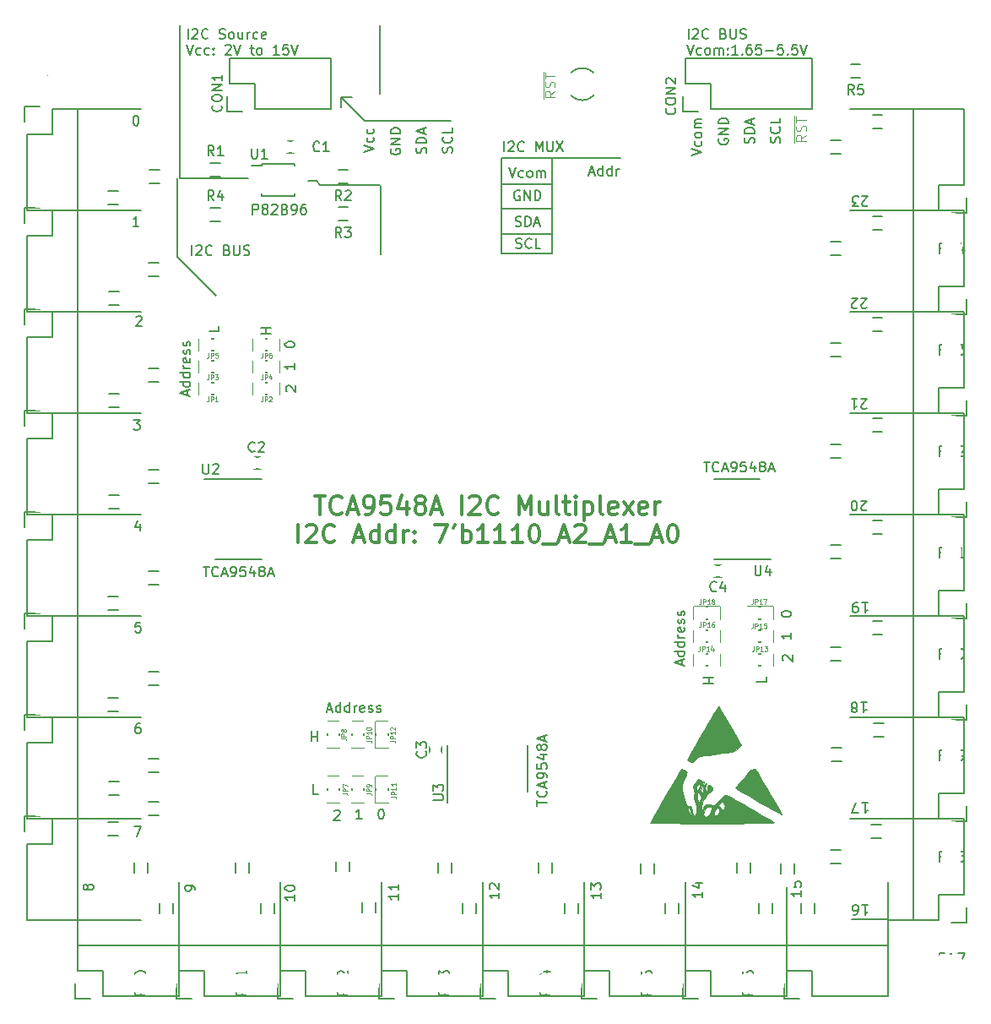
<source format=gbr>
G04 #@! TF.FileFunction,Legend,Top*
%FSLAX46Y46*%
G04 Gerber Fmt 4.6, Leading zero omitted, Abs format (unit mm)*
G04 Created by KiCad (PCBNEW 4.0.1-stable) date 2016/05/29 12:35:40*
%MOMM*%
G01*
G04 APERTURE LIST*
%ADD10C,0.100000*%
%ADD11C,0.200000*%
%ADD12C,0.300000*%
%ADD13C,0.150000*%
%ADD14C,0.010000*%
%ADD15C,0.114300*%
%ADD16R,1.200000X1.400000*%
%ADD17R,1.050000X0.600000*%
%ADD18R,1.400000X1.200000*%
%ADD19R,0.600000X1.050000*%
%ADD20R,2.127200X2.127200*%
%ADD21O,2.127200X2.127200*%
%ADD22R,1.600000X1.300000*%
%ADD23R,1.300000X1.600000*%
%ADD24R,1.100000X1.600000*%
%ADD25R,1.500000X0.800000*%
%ADD26R,0.800000X1.500000*%
%ADD27C,4.900000*%
%ADD28R,1.600000X1.150000*%
%ADD29R,1.150000X1.600000*%
G04 APERTURE END LIST*
D10*
D11*
X76400000Y-46400000D02*
X81400000Y-46400000D01*
X76400000Y-48900000D02*
X81400000Y-48900000D01*
X76400000Y-51400000D02*
X81400000Y-51400000D01*
X81500000Y-53400000D02*
X81500000Y-53300000D01*
X76400000Y-53400000D02*
X81500000Y-53400000D01*
X76400000Y-43800000D02*
X76400000Y-53400000D01*
X81500000Y-43800000D02*
X76400000Y-43800000D01*
D10*
X81752381Y-37104762D02*
X81276190Y-37438096D01*
X81752381Y-37676191D02*
X80752381Y-37676191D01*
X80752381Y-37295238D01*
X80800000Y-37200000D01*
X80847619Y-37152381D01*
X80942857Y-37104762D01*
X81085714Y-37104762D01*
X81180952Y-37152381D01*
X81228571Y-37200000D01*
X81276190Y-37295238D01*
X81276190Y-37676191D01*
X81704762Y-36723810D02*
X81752381Y-36580953D01*
X81752381Y-36342857D01*
X81704762Y-36247619D01*
X81657143Y-36200000D01*
X81561905Y-36152381D01*
X81466667Y-36152381D01*
X81371429Y-36200000D01*
X81323810Y-36247619D01*
X81276190Y-36342857D01*
X81228571Y-36533334D01*
X81180952Y-36628572D01*
X81133333Y-36676191D01*
X81038095Y-36723810D01*
X80942857Y-36723810D01*
X80847619Y-36676191D01*
X80800000Y-36628572D01*
X80752381Y-36533334D01*
X80752381Y-36295238D01*
X80800000Y-36152381D01*
X80752381Y-35866667D02*
X80752381Y-35295238D01*
X81752381Y-35580953D02*
X80752381Y-35580953D01*
X80580000Y-37914286D02*
X80580000Y-35200000D01*
D11*
X96695238Y-74252381D02*
X97266667Y-74252381D01*
X96980952Y-75252381D02*
X96980952Y-74252381D01*
X98171429Y-75157143D02*
X98123810Y-75204762D01*
X97980953Y-75252381D01*
X97885715Y-75252381D01*
X97742857Y-75204762D01*
X97647619Y-75109524D01*
X97600000Y-75014286D01*
X97552381Y-74823810D01*
X97552381Y-74680952D01*
X97600000Y-74490476D01*
X97647619Y-74395238D01*
X97742857Y-74300000D01*
X97885715Y-74252381D01*
X97980953Y-74252381D01*
X98123810Y-74300000D01*
X98171429Y-74347619D01*
X98552381Y-74966667D02*
X99028572Y-74966667D01*
X98457143Y-75252381D02*
X98790476Y-74252381D01*
X99123810Y-75252381D01*
X99504762Y-75252381D02*
X99695238Y-75252381D01*
X99790477Y-75204762D01*
X99838096Y-75157143D01*
X99933334Y-75014286D01*
X99980953Y-74823810D01*
X99980953Y-74442857D01*
X99933334Y-74347619D01*
X99885715Y-74300000D01*
X99790477Y-74252381D01*
X99600000Y-74252381D01*
X99504762Y-74300000D01*
X99457143Y-74347619D01*
X99409524Y-74442857D01*
X99409524Y-74680952D01*
X99457143Y-74776190D01*
X99504762Y-74823810D01*
X99600000Y-74871429D01*
X99790477Y-74871429D01*
X99885715Y-74823810D01*
X99933334Y-74776190D01*
X99980953Y-74680952D01*
X100885715Y-74252381D02*
X100409524Y-74252381D01*
X100361905Y-74728571D01*
X100409524Y-74680952D01*
X100504762Y-74633333D01*
X100742858Y-74633333D01*
X100838096Y-74680952D01*
X100885715Y-74728571D01*
X100933334Y-74823810D01*
X100933334Y-75061905D01*
X100885715Y-75157143D01*
X100838096Y-75204762D01*
X100742858Y-75252381D01*
X100504762Y-75252381D01*
X100409524Y-75204762D01*
X100361905Y-75157143D01*
X101790477Y-74585714D02*
X101790477Y-75252381D01*
X101552381Y-74204762D02*
X101314286Y-74919048D01*
X101933334Y-74919048D01*
X102457143Y-74680952D02*
X102361905Y-74633333D01*
X102314286Y-74585714D01*
X102266667Y-74490476D01*
X102266667Y-74442857D01*
X102314286Y-74347619D01*
X102361905Y-74300000D01*
X102457143Y-74252381D01*
X102647620Y-74252381D01*
X102742858Y-74300000D01*
X102790477Y-74347619D01*
X102838096Y-74442857D01*
X102838096Y-74490476D01*
X102790477Y-74585714D01*
X102742858Y-74633333D01*
X102647620Y-74680952D01*
X102457143Y-74680952D01*
X102361905Y-74728571D01*
X102314286Y-74776190D01*
X102266667Y-74871429D01*
X102266667Y-75061905D01*
X102314286Y-75157143D01*
X102361905Y-75204762D01*
X102457143Y-75252381D01*
X102647620Y-75252381D01*
X102742858Y-75204762D01*
X102790477Y-75157143D01*
X102838096Y-75061905D01*
X102838096Y-74871429D01*
X102790477Y-74776190D01*
X102742858Y-74728571D01*
X102647620Y-74680952D01*
X103219048Y-74966667D02*
X103695239Y-74966667D01*
X103123810Y-75252381D02*
X103457143Y-74252381D01*
X103790477Y-75252381D01*
X79952381Y-108704762D02*
X79952381Y-108133333D01*
X80952381Y-108419048D02*
X79952381Y-108419048D01*
X80857143Y-107228571D02*
X80904762Y-107276190D01*
X80952381Y-107419047D01*
X80952381Y-107514285D01*
X80904762Y-107657143D01*
X80809524Y-107752381D01*
X80714286Y-107800000D01*
X80523810Y-107847619D01*
X80380952Y-107847619D01*
X80190476Y-107800000D01*
X80095238Y-107752381D01*
X80000000Y-107657143D01*
X79952381Y-107514285D01*
X79952381Y-107419047D01*
X80000000Y-107276190D01*
X80047619Y-107228571D01*
X80666667Y-106847619D02*
X80666667Y-106371428D01*
X80952381Y-106942857D02*
X79952381Y-106609524D01*
X80952381Y-106276190D01*
X80952381Y-105895238D02*
X80952381Y-105704762D01*
X80904762Y-105609523D01*
X80857143Y-105561904D01*
X80714286Y-105466666D01*
X80523810Y-105419047D01*
X80142857Y-105419047D01*
X80047619Y-105466666D01*
X80000000Y-105514285D01*
X79952381Y-105609523D01*
X79952381Y-105800000D01*
X80000000Y-105895238D01*
X80047619Y-105942857D01*
X80142857Y-105990476D01*
X80380952Y-105990476D01*
X80476190Y-105942857D01*
X80523810Y-105895238D01*
X80571429Y-105800000D01*
X80571429Y-105609523D01*
X80523810Y-105514285D01*
X80476190Y-105466666D01*
X80380952Y-105419047D01*
X79952381Y-104514285D02*
X79952381Y-104990476D01*
X80428571Y-105038095D01*
X80380952Y-104990476D01*
X80333333Y-104895238D01*
X80333333Y-104657142D01*
X80380952Y-104561904D01*
X80428571Y-104514285D01*
X80523810Y-104466666D01*
X80761905Y-104466666D01*
X80857143Y-104514285D01*
X80904762Y-104561904D01*
X80952381Y-104657142D01*
X80952381Y-104895238D01*
X80904762Y-104990476D01*
X80857143Y-105038095D01*
X80285714Y-103609523D02*
X80952381Y-103609523D01*
X79904762Y-103847619D02*
X80619048Y-104085714D01*
X80619048Y-103466666D01*
X80380952Y-102942857D02*
X80333333Y-103038095D01*
X80285714Y-103085714D01*
X80190476Y-103133333D01*
X80142857Y-103133333D01*
X80047619Y-103085714D01*
X80000000Y-103038095D01*
X79952381Y-102942857D01*
X79952381Y-102752380D01*
X80000000Y-102657142D01*
X80047619Y-102609523D01*
X80142857Y-102561904D01*
X80190476Y-102561904D01*
X80285714Y-102609523D01*
X80333333Y-102657142D01*
X80380952Y-102752380D01*
X80380952Y-102942857D01*
X80428571Y-103038095D01*
X80476190Y-103085714D01*
X80571429Y-103133333D01*
X80761905Y-103133333D01*
X80857143Y-103085714D01*
X80904762Y-103038095D01*
X80952381Y-102942857D01*
X80952381Y-102752380D01*
X80904762Y-102657142D01*
X80857143Y-102609523D01*
X80761905Y-102561904D01*
X80571429Y-102561904D01*
X80476190Y-102609523D01*
X80428571Y-102657142D01*
X80380952Y-102752380D01*
X80666667Y-102180952D02*
X80666667Y-101704761D01*
X80952381Y-102276190D02*
X79952381Y-101942857D01*
X80952381Y-101609523D01*
X46495238Y-84752381D02*
X47066667Y-84752381D01*
X46780952Y-85752381D02*
X46780952Y-84752381D01*
X47971429Y-85657143D02*
X47923810Y-85704762D01*
X47780953Y-85752381D01*
X47685715Y-85752381D01*
X47542857Y-85704762D01*
X47447619Y-85609524D01*
X47400000Y-85514286D01*
X47352381Y-85323810D01*
X47352381Y-85180952D01*
X47400000Y-84990476D01*
X47447619Y-84895238D01*
X47542857Y-84800000D01*
X47685715Y-84752381D01*
X47780953Y-84752381D01*
X47923810Y-84800000D01*
X47971429Y-84847619D01*
X48352381Y-85466667D02*
X48828572Y-85466667D01*
X48257143Y-85752381D02*
X48590476Y-84752381D01*
X48923810Y-85752381D01*
X49304762Y-85752381D02*
X49495238Y-85752381D01*
X49590477Y-85704762D01*
X49638096Y-85657143D01*
X49733334Y-85514286D01*
X49780953Y-85323810D01*
X49780953Y-84942857D01*
X49733334Y-84847619D01*
X49685715Y-84800000D01*
X49590477Y-84752381D01*
X49400000Y-84752381D01*
X49304762Y-84800000D01*
X49257143Y-84847619D01*
X49209524Y-84942857D01*
X49209524Y-85180952D01*
X49257143Y-85276190D01*
X49304762Y-85323810D01*
X49400000Y-85371429D01*
X49590477Y-85371429D01*
X49685715Y-85323810D01*
X49733334Y-85276190D01*
X49780953Y-85180952D01*
X50685715Y-84752381D02*
X50209524Y-84752381D01*
X50161905Y-85228571D01*
X50209524Y-85180952D01*
X50304762Y-85133333D01*
X50542858Y-85133333D01*
X50638096Y-85180952D01*
X50685715Y-85228571D01*
X50733334Y-85323810D01*
X50733334Y-85561905D01*
X50685715Y-85657143D01*
X50638096Y-85704762D01*
X50542858Y-85752381D01*
X50304762Y-85752381D01*
X50209524Y-85704762D01*
X50161905Y-85657143D01*
X51590477Y-85085714D02*
X51590477Y-85752381D01*
X51352381Y-84704762D02*
X51114286Y-85419048D01*
X51733334Y-85419048D01*
X52257143Y-85180952D02*
X52161905Y-85133333D01*
X52114286Y-85085714D01*
X52066667Y-84990476D01*
X52066667Y-84942857D01*
X52114286Y-84847619D01*
X52161905Y-84800000D01*
X52257143Y-84752381D01*
X52447620Y-84752381D01*
X52542858Y-84800000D01*
X52590477Y-84847619D01*
X52638096Y-84942857D01*
X52638096Y-84990476D01*
X52590477Y-85085714D01*
X52542858Y-85133333D01*
X52447620Y-85180952D01*
X52257143Y-85180952D01*
X52161905Y-85228571D01*
X52114286Y-85276190D01*
X52066667Y-85371429D01*
X52066667Y-85561905D01*
X52114286Y-85657143D01*
X52161905Y-85704762D01*
X52257143Y-85752381D01*
X52447620Y-85752381D01*
X52542858Y-85704762D01*
X52590477Y-85657143D01*
X52638096Y-85561905D01*
X52638096Y-85371429D01*
X52590477Y-85276190D01*
X52542858Y-85228571D01*
X52447620Y-85180952D01*
X53019048Y-85466667D02*
X53495239Y-85466667D01*
X52923810Y-85752381D02*
X53257143Y-84752381D01*
X53590477Y-85752381D01*
X51438095Y-49452381D02*
X51438095Y-48452381D01*
X51819048Y-48452381D01*
X51914286Y-48500000D01*
X51961905Y-48547619D01*
X52009524Y-48642857D01*
X52009524Y-48785714D01*
X51961905Y-48880952D01*
X51914286Y-48928571D01*
X51819048Y-48976190D01*
X51438095Y-48976190D01*
X52580952Y-48880952D02*
X52485714Y-48833333D01*
X52438095Y-48785714D01*
X52390476Y-48690476D01*
X52390476Y-48642857D01*
X52438095Y-48547619D01*
X52485714Y-48500000D01*
X52580952Y-48452381D01*
X52771429Y-48452381D01*
X52866667Y-48500000D01*
X52914286Y-48547619D01*
X52961905Y-48642857D01*
X52961905Y-48690476D01*
X52914286Y-48785714D01*
X52866667Y-48833333D01*
X52771429Y-48880952D01*
X52580952Y-48880952D01*
X52485714Y-48928571D01*
X52438095Y-48976190D01*
X52390476Y-49071429D01*
X52390476Y-49261905D01*
X52438095Y-49357143D01*
X52485714Y-49404762D01*
X52580952Y-49452381D01*
X52771429Y-49452381D01*
X52866667Y-49404762D01*
X52914286Y-49357143D01*
X52961905Y-49261905D01*
X52961905Y-49071429D01*
X52914286Y-48976190D01*
X52866667Y-48928571D01*
X52771429Y-48880952D01*
X53342857Y-48547619D02*
X53390476Y-48500000D01*
X53485714Y-48452381D01*
X53723810Y-48452381D01*
X53819048Y-48500000D01*
X53866667Y-48547619D01*
X53914286Y-48642857D01*
X53914286Y-48738095D01*
X53866667Y-48880952D01*
X53295238Y-49452381D01*
X53914286Y-49452381D01*
X54676191Y-48928571D02*
X54819048Y-48976190D01*
X54866667Y-49023810D01*
X54914286Y-49119048D01*
X54914286Y-49261905D01*
X54866667Y-49357143D01*
X54819048Y-49404762D01*
X54723810Y-49452381D01*
X54342857Y-49452381D01*
X54342857Y-48452381D01*
X54676191Y-48452381D01*
X54771429Y-48500000D01*
X54819048Y-48547619D01*
X54866667Y-48642857D01*
X54866667Y-48738095D01*
X54819048Y-48833333D01*
X54771429Y-48880952D01*
X54676191Y-48928571D01*
X54342857Y-48928571D01*
X55390476Y-49452381D02*
X55580952Y-49452381D01*
X55676191Y-49404762D01*
X55723810Y-49357143D01*
X55819048Y-49214286D01*
X55866667Y-49023810D01*
X55866667Y-48642857D01*
X55819048Y-48547619D01*
X55771429Y-48500000D01*
X55676191Y-48452381D01*
X55485714Y-48452381D01*
X55390476Y-48500000D01*
X55342857Y-48547619D01*
X55295238Y-48642857D01*
X55295238Y-48880952D01*
X55342857Y-48976190D01*
X55390476Y-49023810D01*
X55485714Y-49071429D01*
X55676191Y-49071429D01*
X55771429Y-49023810D01*
X55819048Y-48976190D01*
X55866667Y-48880952D01*
X56723810Y-48452381D02*
X56533333Y-48452381D01*
X56438095Y-48500000D01*
X56390476Y-48547619D01*
X56295238Y-48690476D01*
X56247619Y-48880952D01*
X56247619Y-49261905D01*
X56295238Y-49357143D01*
X56342857Y-49404762D01*
X56438095Y-49452381D01*
X56628572Y-49452381D01*
X56723810Y-49404762D01*
X56771429Y-49357143D01*
X56819048Y-49261905D01*
X56819048Y-49023810D01*
X56771429Y-48928571D01*
X56723810Y-48880952D01*
X56628572Y-48833333D01*
X56438095Y-48833333D01*
X56342857Y-48880952D01*
X56295238Y-48928571D01*
X56247619Y-49023810D01*
D12*
X57685714Y-77704286D02*
X58714285Y-77704286D01*
X58199999Y-79504286D02*
X58199999Y-77704286D01*
X60342857Y-79332857D02*
X60257143Y-79418571D01*
X60000000Y-79504286D01*
X59828571Y-79504286D01*
X59571428Y-79418571D01*
X59400000Y-79247143D01*
X59314285Y-79075714D01*
X59228571Y-78732857D01*
X59228571Y-78475714D01*
X59314285Y-78132857D01*
X59400000Y-77961429D01*
X59571428Y-77790000D01*
X59828571Y-77704286D01*
X60000000Y-77704286D01*
X60257143Y-77790000D01*
X60342857Y-77875714D01*
X61028571Y-78990000D02*
X61885714Y-78990000D01*
X60857143Y-79504286D02*
X61457143Y-77704286D01*
X62057143Y-79504286D01*
X62742857Y-79504286D02*
X63085714Y-79504286D01*
X63257142Y-79418571D01*
X63342857Y-79332857D01*
X63514285Y-79075714D01*
X63600000Y-78732857D01*
X63600000Y-78047143D01*
X63514285Y-77875714D01*
X63428571Y-77790000D01*
X63257142Y-77704286D01*
X62914285Y-77704286D01*
X62742857Y-77790000D01*
X62657142Y-77875714D01*
X62571428Y-78047143D01*
X62571428Y-78475714D01*
X62657142Y-78647143D01*
X62742857Y-78732857D01*
X62914285Y-78818571D01*
X63257142Y-78818571D01*
X63428571Y-78732857D01*
X63514285Y-78647143D01*
X63600000Y-78475714D01*
X65228571Y-77704286D02*
X64371428Y-77704286D01*
X64285714Y-78561429D01*
X64371428Y-78475714D01*
X64542857Y-78390000D01*
X64971428Y-78390000D01*
X65142857Y-78475714D01*
X65228571Y-78561429D01*
X65314286Y-78732857D01*
X65314286Y-79161429D01*
X65228571Y-79332857D01*
X65142857Y-79418571D01*
X64971428Y-79504286D01*
X64542857Y-79504286D01*
X64371428Y-79418571D01*
X64285714Y-79332857D01*
X66857143Y-78304286D02*
X66857143Y-79504286D01*
X66428572Y-77618571D02*
X66000000Y-78904286D01*
X67114286Y-78904286D01*
X68057143Y-78475714D02*
X67885715Y-78390000D01*
X67800000Y-78304286D01*
X67714286Y-78132857D01*
X67714286Y-78047143D01*
X67800000Y-77875714D01*
X67885715Y-77790000D01*
X68057143Y-77704286D01*
X68400000Y-77704286D01*
X68571429Y-77790000D01*
X68657143Y-77875714D01*
X68742858Y-78047143D01*
X68742858Y-78132857D01*
X68657143Y-78304286D01*
X68571429Y-78390000D01*
X68400000Y-78475714D01*
X68057143Y-78475714D01*
X67885715Y-78561429D01*
X67800000Y-78647143D01*
X67714286Y-78818571D01*
X67714286Y-79161429D01*
X67800000Y-79332857D01*
X67885715Y-79418571D01*
X68057143Y-79504286D01*
X68400000Y-79504286D01*
X68571429Y-79418571D01*
X68657143Y-79332857D01*
X68742858Y-79161429D01*
X68742858Y-78818571D01*
X68657143Y-78647143D01*
X68571429Y-78561429D01*
X68400000Y-78475714D01*
X69428572Y-78990000D02*
X70285715Y-78990000D01*
X69257144Y-79504286D02*
X69857144Y-77704286D01*
X70457144Y-79504286D01*
X72428572Y-79504286D02*
X72428572Y-77704286D01*
X73200001Y-77875714D02*
X73285715Y-77790000D01*
X73457144Y-77704286D01*
X73885715Y-77704286D01*
X74057144Y-77790000D01*
X74142858Y-77875714D01*
X74228573Y-78047143D01*
X74228573Y-78218571D01*
X74142858Y-78475714D01*
X73114287Y-79504286D01*
X74228573Y-79504286D01*
X76028573Y-79332857D02*
X75942859Y-79418571D01*
X75685716Y-79504286D01*
X75514287Y-79504286D01*
X75257144Y-79418571D01*
X75085716Y-79247143D01*
X75000001Y-79075714D01*
X74914287Y-78732857D01*
X74914287Y-78475714D01*
X75000001Y-78132857D01*
X75085716Y-77961429D01*
X75257144Y-77790000D01*
X75514287Y-77704286D01*
X75685716Y-77704286D01*
X75942859Y-77790000D01*
X76028573Y-77875714D01*
X78171430Y-79504286D02*
X78171430Y-77704286D01*
X78771430Y-78990000D01*
X79371430Y-77704286D01*
X79371430Y-79504286D01*
X81000002Y-78304286D02*
X81000002Y-79504286D01*
X80228573Y-78304286D02*
X80228573Y-79247143D01*
X80314288Y-79418571D01*
X80485716Y-79504286D01*
X80742859Y-79504286D01*
X80914288Y-79418571D01*
X81000002Y-79332857D01*
X82114287Y-79504286D02*
X81942859Y-79418571D01*
X81857144Y-79247143D01*
X81857144Y-77704286D01*
X82542859Y-78304286D02*
X83228573Y-78304286D01*
X82800001Y-77704286D02*
X82800001Y-79247143D01*
X82885716Y-79418571D01*
X83057144Y-79504286D01*
X83228573Y-79504286D01*
X83828572Y-79504286D02*
X83828572Y-78304286D01*
X83828572Y-77704286D02*
X83742858Y-77790000D01*
X83828572Y-77875714D01*
X83914287Y-77790000D01*
X83828572Y-77704286D01*
X83828572Y-77875714D01*
X84685715Y-78304286D02*
X84685715Y-80104286D01*
X84685715Y-78390000D02*
X84857144Y-78304286D01*
X85200001Y-78304286D01*
X85371430Y-78390000D01*
X85457144Y-78475714D01*
X85542858Y-78647143D01*
X85542858Y-79161429D01*
X85457144Y-79332857D01*
X85371430Y-79418571D01*
X85200001Y-79504286D01*
X84857144Y-79504286D01*
X84685715Y-79418571D01*
X86571429Y-79504286D02*
X86400001Y-79418571D01*
X86314286Y-79247143D01*
X86314286Y-77704286D01*
X87942858Y-79418571D02*
X87771429Y-79504286D01*
X87428572Y-79504286D01*
X87257143Y-79418571D01*
X87171429Y-79247143D01*
X87171429Y-78561429D01*
X87257143Y-78390000D01*
X87428572Y-78304286D01*
X87771429Y-78304286D01*
X87942858Y-78390000D01*
X88028572Y-78561429D01*
X88028572Y-78732857D01*
X87171429Y-78904286D01*
X88628572Y-79504286D02*
X89571429Y-78304286D01*
X88628572Y-78304286D02*
X89571429Y-79504286D01*
X90942858Y-79418571D02*
X90771429Y-79504286D01*
X90428572Y-79504286D01*
X90257143Y-79418571D01*
X90171429Y-79247143D01*
X90171429Y-78561429D01*
X90257143Y-78390000D01*
X90428572Y-78304286D01*
X90771429Y-78304286D01*
X90942858Y-78390000D01*
X91028572Y-78561429D01*
X91028572Y-78732857D01*
X90171429Y-78904286D01*
X91800000Y-79504286D02*
X91800000Y-78304286D01*
X91800000Y-78647143D02*
X91885715Y-78475714D01*
X91971429Y-78390000D01*
X92142858Y-78304286D01*
X92314286Y-78304286D01*
X56014284Y-82324286D02*
X56014284Y-80524286D01*
X56785713Y-80695714D02*
X56871427Y-80610000D01*
X57042856Y-80524286D01*
X57471427Y-80524286D01*
X57642856Y-80610000D01*
X57728570Y-80695714D01*
X57814285Y-80867143D01*
X57814285Y-81038571D01*
X57728570Y-81295714D01*
X56699999Y-82324286D01*
X57814285Y-82324286D01*
X59614285Y-82152857D02*
X59528571Y-82238571D01*
X59271428Y-82324286D01*
X59099999Y-82324286D01*
X58842856Y-82238571D01*
X58671428Y-82067143D01*
X58585713Y-81895714D01*
X58499999Y-81552857D01*
X58499999Y-81295714D01*
X58585713Y-80952857D01*
X58671428Y-80781429D01*
X58842856Y-80610000D01*
X59099999Y-80524286D01*
X59271428Y-80524286D01*
X59528571Y-80610000D01*
X59614285Y-80695714D01*
X61671428Y-81810000D02*
X62528571Y-81810000D01*
X61500000Y-82324286D02*
X62100000Y-80524286D01*
X62700000Y-82324286D01*
X64071428Y-82324286D02*
X64071428Y-80524286D01*
X64071428Y-82238571D02*
X63899999Y-82324286D01*
X63557142Y-82324286D01*
X63385714Y-82238571D01*
X63299999Y-82152857D01*
X63214285Y-81981429D01*
X63214285Y-81467143D01*
X63299999Y-81295714D01*
X63385714Y-81210000D01*
X63557142Y-81124286D01*
X63899999Y-81124286D01*
X64071428Y-81210000D01*
X65699999Y-82324286D02*
X65699999Y-80524286D01*
X65699999Y-82238571D02*
X65528570Y-82324286D01*
X65185713Y-82324286D01*
X65014285Y-82238571D01*
X64928570Y-82152857D01*
X64842856Y-81981429D01*
X64842856Y-81467143D01*
X64928570Y-81295714D01*
X65014285Y-81210000D01*
X65185713Y-81124286D01*
X65528570Y-81124286D01*
X65699999Y-81210000D01*
X66557141Y-82324286D02*
X66557141Y-81124286D01*
X66557141Y-81467143D02*
X66642856Y-81295714D01*
X66728570Y-81210000D01*
X66899999Y-81124286D01*
X67071427Y-81124286D01*
X67671427Y-82152857D02*
X67757142Y-82238571D01*
X67671427Y-82324286D01*
X67585713Y-82238571D01*
X67671427Y-82152857D01*
X67671427Y-82324286D01*
X67671427Y-81210000D02*
X67757142Y-81295714D01*
X67671427Y-81381429D01*
X67585713Y-81295714D01*
X67671427Y-81210000D01*
X67671427Y-81381429D01*
X69728571Y-80524286D02*
X70928571Y-80524286D01*
X70157142Y-82324286D01*
X71700000Y-80524286D02*
X71528571Y-80867143D01*
X72471428Y-82324286D02*
X72471428Y-80524286D01*
X72471428Y-81210000D02*
X72642857Y-81124286D01*
X72985714Y-81124286D01*
X73157143Y-81210000D01*
X73242857Y-81295714D01*
X73328571Y-81467143D01*
X73328571Y-81981429D01*
X73242857Y-82152857D01*
X73157143Y-82238571D01*
X72985714Y-82324286D01*
X72642857Y-82324286D01*
X72471428Y-82238571D01*
X75042857Y-82324286D02*
X74014285Y-82324286D01*
X74528571Y-82324286D02*
X74528571Y-80524286D01*
X74357142Y-80781429D01*
X74185714Y-80952857D01*
X74014285Y-81038571D01*
X76757143Y-82324286D02*
X75728571Y-82324286D01*
X76242857Y-82324286D02*
X76242857Y-80524286D01*
X76071428Y-80781429D01*
X75900000Y-80952857D01*
X75728571Y-81038571D01*
X78471429Y-82324286D02*
X77442857Y-82324286D01*
X77957143Y-82324286D02*
X77957143Y-80524286D01*
X77785714Y-80781429D01*
X77614286Y-80952857D01*
X77442857Y-81038571D01*
X79585715Y-80524286D02*
X79757143Y-80524286D01*
X79928572Y-80610000D01*
X80014286Y-80695714D01*
X80100000Y-80867143D01*
X80185715Y-81210000D01*
X80185715Y-81638571D01*
X80100000Y-81981429D01*
X80014286Y-82152857D01*
X79928572Y-82238571D01*
X79757143Y-82324286D01*
X79585715Y-82324286D01*
X79414286Y-82238571D01*
X79328572Y-82152857D01*
X79242857Y-81981429D01*
X79157143Y-81638571D01*
X79157143Y-81210000D01*
X79242857Y-80867143D01*
X79328572Y-80695714D01*
X79414286Y-80610000D01*
X79585715Y-80524286D01*
X80528572Y-82495714D02*
X81900001Y-82495714D01*
X82242858Y-81810000D02*
X83100001Y-81810000D01*
X82071430Y-82324286D02*
X82671430Y-80524286D01*
X83271430Y-82324286D01*
X83785715Y-80695714D02*
X83871429Y-80610000D01*
X84042858Y-80524286D01*
X84471429Y-80524286D01*
X84642858Y-80610000D01*
X84728572Y-80695714D01*
X84814287Y-80867143D01*
X84814287Y-81038571D01*
X84728572Y-81295714D01*
X83700001Y-82324286D01*
X84814287Y-82324286D01*
X85157144Y-82495714D02*
X86528573Y-82495714D01*
X86871430Y-81810000D02*
X87728573Y-81810000D01*
X86700002Y-82324286D02*
X87300002Y-80524286D01*
X87900002Y-82324286D01*
X89442859Y-82324286D02*
X88414287Y-82324286D01*
X88928573Y-82324286D02*
X88928573Y-80524286D01*
X88757144Y-80781429D01*
X88585716Y-80952857D01*
X88414287Y-81038571D01*
X89785716Y-82495714D02*
X91157145Y-82495714D01*
X91500002Y-81810000D02*
X92357145Y-81810000D01*
X91328574Y-82324286D02*
X91928574Y-80524286D01*
X92528574Y-82324286D01*
X93471431Y-80524286D02*
X93642859Y-80524286D01*
X93814288Y-80610000D01*
X93900002Y-80695714D01*
X93985716Y-80867143D01*
X94071431Y-81210000D01*
X94071431Y-81638571D01*
X93985716Y-81981429D01*
X93900002Y-82152857D01*
X93814288Y-82238571D01*
X93642859Y-82324286D01*
X93471431Y-82324286D01*
X93300002Y-82238571D01*
X93214288Y-82152857D01*
X93128573Y-81981429D01*
X93042859Y-81638571D01*
X93042859Y-81210000D01*
X93128573Y-80867143D01*
X93214288Y-80695714D01*
X93300002Y-80610000D01*
X93471431Y-80524286D01*
D11*
X62552381Y-43176191D02*
X63552381Y-42842858D01*
X62552381Y-42509524D01*
X63504762Y-41747619D02*
X63552381Y-41842857D01*
X63552381Y-42033334D01*
X63504762Y-42128572D01*
X63457143Y-42176191D01*
X63361905Y-42223810D01*
X63076190Y-42223810D01*
X62980952Y-42176191D01*
X62933333Y-42128572D01*
X62885714Y-42033334D01*
X62885714Y-41842857D01*
X62933333Y-41747619D01*
X63504762Y-40890476D02*
X63552381Y-40985714D01*
X63552381Y-41176191D01*
X63504762Y-41271429D01*
X63457143Y-41319048D01*
X63361905Y-41366667D01*
X63076190Y-41366667D01*
X62980952Y-41319048D01*
X62933333Y-41271429D01*
X62885714Y-41176191D01*
X62885714Y-40985714D01*
X62933333Y-40890476D01*
X65300000Y-42885714D02*
X65252381Y-42980952D01*
X65252381Y-43123809D01*
X65300000Y-43266667D01*
X65395238Y-43361905D01*
X65490476Y-43409524D01*
X65680952Y-43457143D01*
X65823810Y-43457143D01*
X66014286Y-43409524D01*
X66109524Y-43361905D01*
X66204762Y-43266667D01*
X66252381Y-43123809D01*
X66252381Y-43028571D01*
X66204762Y-42885714D01*
X66157143Y-42838095D01*
X65823810Y-42838095D01*
X65823810Y-43028571D01*
X66252381Y-42409524D02*
X65252381Y-42409524D01*
X66252381Y-41838095D01*
X65252381Y-41838095D01*
X66252381Y-41361905D02*
X65252381Y-41361905D01*
X65252381Y-41123810D01*
X65300000Y-40980952D01*
X65395238Y-40885714D01*
X65490476Y-40838095D01*
X65680952Y-40790476D01*
X65823810Y-40790476D01*
X66014286Y-40838095D01*
X66109524Y-40885714D01*
X66204762Y-40980952D01*
X66252381Y-41123810D01*
X66252381Y-41361905D01*
X68804762Y-43319048D02*
X68852381Y-43176191D01*
X68852381Y-42938095D01*
X68804762Y-42842857D01*
X68757143Y-42795238D01*
X68661905Y-42747619D01*
X68566667Y-42747619D01*
X68471429Y-42795238D01*
X68423810Y-42842857D01*
X68376190Y-42938095D01*
X68328571Y-43128572D01*
X68280952Y-43223810D01*
X68233333Y-43271429D01*
X68138095Y-43319048D01*
X68042857Y-43319048D01*
X67947619Y-43271429D01*
X67900000Y-43223810D01*
X67852381Y-43128572D01*
X67852381Y-42890476D01*
X67900000Y-42747619D01*
X68852381Y-42319048D02*
X67852381Y-42319048D01*
X67852381Y-42080953D01*
X67900000Y-41938095D01*
X67995238Y-41842857D01*
X68090476Y-41795238D01*
X68280952Y-41747619D01*
X68423810Y-41747619D01*
X68614286Y-41795238D01*
X68709524Y-41842857D01*
X68804762Y-41938095D01*
X68852381Y-42080953D01*
X68852381Y-42319048D01*
X68566667Y-41366667D02*
X68566667Y-40890476D01*
X68852381Y-41461905D02*
X67852381Y-41128572D01*
X68852381Y-40795238D01*
X71404762Y-43271429D02*
X71452381Y-43128572D01*
X71452381Y-42890476D01*
X71404762Y-42795238D01*
X71357143Y-42747619D01*
X71261905Y-42700000D01*
X71166667Y-42700000D01*
X71071429Y-42747619D01*
X71023810Y-42795238D01*
X70976190Y-42890476D01*
X70928571Y-43080953D01*
X70880952Y-43176191D01*
X70833333Y-43223810D01*
X70738095Y-43271429D01*
X70642857Y-43271429D01*
X70547619Y-43223810D01*
X70500000Y-43176191D01*
X70452381Y-43080953D01*
X70452381Y-42842857D01*
X70500000Y-42700000D01*
X71357143Y-41700000D02*
X71404762Y-41747619D01*
X71452381Y-41890476D01*
X71452381Y-41985714D01*
X71404762Y-42128572D01*
X71309524Y-42223810D01*
X71214286Y-42271429D01*
X71023810Y-42319048D01*
X70880952Y-42319048D01*
X70690476Y-42271429D01*
X70595238Y-42223810D01*
X70500000Y-42128572D01*
X70452381Y-41985714D01*
X70452381Y-41890476D01*
X70500000Y-41747619D01*
X70547619Y-41700000D01*
X71452381Y-40795238D02*
X71452381Y-41271429D01*
X70452381Y-41271429D01*
X95138095Y-31852381D02*
X95138095Y-30852381D01*
X95566666Y-30947619D02*
X95614285Y-30900000D01*
X95709523Y-30852381D01*
X95947619Y-30852381D01*
X96042857Y-30900000D01*
X96090476Y-30947619D01*
X96138095Y-31042857D01*
X96138095Y-31138095D01*
X96090476Y-31280952D01*
X95519047Y-31852381D01*
X96138095Y-31852381D01*
X97138095Y-31757143D02*
X97090476Y-31804762D01*
X96947619Y-31852381D01*
X96852381Y-31852381D01*
X96709523Y-31804762D01*
X96614285Y-31709524D01*
X96566666Y-31614286D01*
X96519047Y-31423810D01*
X96519047Y-31280952D01*
X96566666Y-31090476D01*
X96614285Y-30995238D01*
X96709523Y-30900000D01*
X96852381Y-30852381D01*
X96947619Y-30852381D01*
X97090476Y-30900000D01*
X97138095Y-30947619D01*
X98661905Y-31328571D02*
X98804762Y-31376190D01*
X98852381Y-31423810D01*
X98900000Y-31519048D01*
X98900000Y-31661905D01*
X98852381Y-31757143D01*
X98804762Y-31804762D01*
X98709524Y-31852381D01*
X98328571Y-31852381D01*
X98328571Y-30852381D01*
X98661905Y-30852381D01*
X98757143Y-30900000D01*
X98804762Y-30947619D01*
X98852381Y-31042857D01*
X98852381Y-31138095D01*
X98804762Y-31233333D01*
X98757143Y-31280952D01*
X98661905Y-31328571D01*
X98328571Y-31328571D01*
X99328571Y-30852381D02*
X99328571Y-31661905D01*
X99376190Y-31757143D01*
X99423809Y-31804762D01*
X99519047Y-31852381D01*
X99709524Y-31852381D01*
X99804762Y-31804762D01*
X99852381Y-31757143D01*
X99900000Y-31661905D01*
X99900000Y-30852381D01*
X100328571Y-31804762D02*
X100471428Y-31852381D01*
X100709524Y-31852381D01*
X100804762Y-31804762D01*
X100852381Y-31757143D01*
X100900000Y-31661905D01*
X100900000Y-31566667D01*
X100852381Y-31471429D01*
X100804762Y-31423810D01*
X100709524Y-31376190D01*
X100519047Y-31328571D01*
X100423809Y-31280952D01*
X100376190Y-31233333D01*
X100328571Y-31138095D01*
X100328571Y-31042857D01*
X100376190Y-30947619D01*
X100423809Y-30900000D01*
X100519047Y-30852381D01*
X100757143Y-30852381D01*
X100900000Y-30900000D01*
X94995238Y-32452381D02*
X95328571Y-33452381D01*
X95661905Y-32452381D01*
X96423810Y-33404762D02*
X96328572Y-33452381D01*
X96138095Y-33452381D01*
X96042857Y-33404762D01*
X95995238Y-33357143D01*
X95947619Y-33261905D01*
X95947619Y-32976190D01*
X95995238Y-32880952D01*
X96042857Y-32833333D01*
X96138095Y-32785714D01*
X96328572Y-32785714D01*
X96423810Y-32833333D01*
X96995238Y-33452381D02*
X96900000Y-33404762D01*
X96852381Y-33357143D01*
X96804762Y-33261905D01*
X96804762Y-32976190D01*
X96852381Y-32880952D01*
X96900000Y-32833333D01*
X96995238Y-32785714D01*
X97138096Y-32785714D01*
X97233334Y-32833333D01*
X97280953Y-32880952D01*
X97328572Y-32976190D01*
X97328572Y-33261905D01*
X97280953Y-33357143D01*
X97233334Y-33404762D01*
X97138096Y-33452381D01*
X96995238Y-33452381D01*
X97757143Y-33452381D02*
X97757143Y-32785714D01*
X97757143Y-32880952D02*
X97804762Y-32833333D01*
X97900000Y-32785714D01*
X98042858Y-32785714D01*
X98138096Y-32833333D01*
X98185715Y-32928571D01*
X98185715Y-33452381D01*
X98185715Y-32928571D02*
X98233334Y-32833333D01*
X98328572Y-32785714D01*
X98471429Y-32785714D01*
X98566667Y-32833333D01*
X98614286Y-32928571D01*
X98614286Y-33452381D01*
X99090476Y-33357143D02*
X99138095Y-33404762D01*
X99090476Y-33452381D01*
X99042857Y-33404762D01*
X99090476Y-33357143D01*
X99090476Y-33452381D01*
X99090476Y-32833333D02*
X99138095Y-32880952D01*
X99090476Y-32928571D01*
X99042857Y-32880952D01*
X99090476Y-32833333D01*
X99090476Y-32928571D01*
X100090476Y-33452381D02*
X99519047Y-33452381D01*
X99804761Y-33452381D02*
X99804761Y-32452381D01*
X99709523Y-32595238D01*
X99614285Y-32690476D01*
X99519047Y-32738095D01*
X100519047Y-33357143D02*
X100566666Y-33404762D01*
X100519047Y-33452381D01*
X100471428Y-33404762D01*
X100519047Y-33357143D01*
X100519047Y-33452381D01*
X101423809Y-32452381D02*
X101233332Y-32452381D01*
X101138094Y-32500000D01*
X101090475Y-32547619D01*
X100995237Y-32690476D01*
X100947618Y-32880952D01*
X100947618Y-33261905D01*
X100995237Y-33357143D01*
X101042856Y-33404762D01*
X101138094Y-33452381D01*
X101328571Y-33452381D01*
X101423809Y-33404762D01*
X101471428Y-33357143D01*
X101519047Y-33261905D01*
X101519047Y-33023810D01*
X101471428Y-32928571D01*
X101423809Y-32880952D01*
X101328571Y-32833333D01*
X101138094Y-32833333D01*
X101042856Y-32880952D01*
X100995237Y-32928571D01*
X100947618Y-33023810D01*
X102423809Y-32452381D02*
X101947618Y-32452381D01*
X101899999Y-32928571D01*
X101947618Y-32880952D01*
X102042856Y-32833333D01*
X102280952Y-32833333D01*
X102376190Y-32880952D01*
X102423809Y-32928571D01*
X102471428Y-33023810D01*
X102471428Y-33261905D01*
X102423809Y-33357143D01*
X102376190Y-33404762D01*
X102280952Y-33452381D01*
X102042856Y-33452381D01*
X101947618Y-33404762D01*
X101899999Y-33357143D01*
X102899999Y-33071429D02*
X103661904Y-33071429D01*
X104614285Y-32452381D02*
X104138094Y-32452381D01*
X104090475Y-32928571D01*
X104138094Y-32880952D01*
X104233332Y-32833333D01*
X104471428Y-32833333D01*
X104566666Y-32880952D01*
X104614285Y-32928571D01*
X104661904Y-33023810D01*
X104661904Y-33261905D01*
X104614285Y-33357143D01*
X104566666Y-33404762D01*
X104471428Y-33452381D01*
X104233332Y-33452381D01*
X104138094Y-33404762D01*
X104090475Y-33357143D01*
X105090475Y-33357143D02*
X105138094Y-33404762D01*
X105090475Y-33452381D01*
X105042856Y-33404762D01*
X105090475Y-33357143D01*
X105090475Y-33452381D01*
X106042856Y-32452381D02*
X105566665Y-32452381D01*
X105519046Y-32928571D01*
X105566665Y-32880952D01*
X105661903Y-32833333D01*
X105899999Y-32833333D01*
X105995237Y-32880952D01*
X106042856Y-32928571D01*
X106090475Y-33023810D01*
X106090475Y-33261905D01*
X106042856Y-33357143D01*
X105995237Y-33404762D01*
X105899999Y-33452381D01*
X105661903Y-33452381D01*
X105566665Y-33404762D01*
X105519046Y-33357143D01*
X106376189Y-32452381D02*
X106709522Y-33452381D01*
X107042856Y-32452381D01*
X64300000Y-46600000D02*
X64300000Y-53500000D01*
X43900000Y-53700000D02*
X47800000Y-57600000D01*
X43900000Y-45800000D02*
X43900000Y-53700000D01*
X45338095Y-53552381D02*
X45338095Y-52552381D01*
X45766666Y-52647619D02*
X45814285Y-52600000D01*
X45909523Y-52552381D01*
X46147619Y-52552381D01*
X46242857Y-52600000D01*
X46290476Y-52647619D01*
X46338095Y-52742857D01*
X46338095Y-52838095D01*
X46290476Y-52980952D01*
X45719047Y-53552381D01*
X46338095Y-53552381D01*
X47338095Y-53457143D02*
X47290476Y-53504762D01*
X47147619Y-53552381D01*
X47052381Y-53552381D01*
X46909523Y-53504762D01*
X46814285Y-53409524D01*
X46766666Y-53314286D01*
X46719047Y-53123810D01*
X46719047Y-52980952D01*
X46766666Y-52790476D01*
X46814285Y-52695238D01*
X46909523Y-52600000D01*
X47052381Y-52552381D01*
X47147619Y-52552381D01*
X47290476Y-52600000D01*
X47338095Y-52647619D01*
X48861905Y-53028571D02*
X49004762Y-53076190D01*
X49052381Y-53123810D01*
X49100000Y-53219048D01*
X49100000Y-53361905D01*
X49052381Y-53457143D01*
X49004762Y-53504762D01*
X48909524Y-53552381D01*
X48528571Y-53552381D01*
X48528571Y-52552381D01*
X48861905Y-52552381D01*
X48957143Y-52600000D01*
X49004762Y-52647619D01*
X49052381Y-52742857D01*
X49052381Y-52838095D01*
X49004762Y-52933333D01*
X48957143Y-52980952D01*
X48861905Y-53028571D01*
X48528571Y-53028571D01*
X49528571Y-52552381D02*
X49528571Y-53361905D01*
X49576190Y-53457143D01*
X49623809Y-53504762D01*
X49719047Y-53552381D01*
X49909524Y-53552381D01*
X50004762Y-53504762D01*
X50052381Y-53457143D01*
X50100000Y-53361905D01*
X50100000Y-52552381D01*
X50528571Y-53504762D02*
X50671428Y-53552381D01*
X50909524Y-53552381D01*
X51004762Y-53504762D01*
X51052381Y-53457143D01*
X51100000Y-53361905D01*
X51100000Y-53266667D01*
X51052381Y-53171429D01*
X51004762Y-53123810D01*
X50909524Y-53076190D01*
X50719047Y-53028571D01*
X50623809Y-52980952D01*
X50576190Y-52933333D01*
X50528571Y-52838095D01*
X50528571Y-52742857D01*
X50576190Y-52647619D01*
X50623809Y-52600000D01*
X50719047Y-52552381D01*
X50957143Y-52552381D01*
X51100000Y-52600000D01*
D10*
X106952381Y-41504762D02*
X106476190Y-41838096D01*
X106952381Y-42076191D02*
X105952381Y-42076191D01*
X105952381Y-41695238D01*
X106000000Y-41600000D01*
X106047619Y-41552381D01*
X106142857Y-41504762D01*
X106285714Y-41504762D01*
X106380952Y-41552381D01*
X106428571Y-41600000D01*
X106476190Y-41695238D01*
X106476190Y-42076191D01*
X106904762Y-41123810D02*
X106952381Y-40980953D01*
X106952381Y-40742857D01*
X106904762Y-40647619D01*
X106857143Y-40600000D01*
X106761905Y-40552381D01*
X106666667Y-40552381D01*
X106571429Y-40600000D01*
X106523810Y-40647619D01*
X106476190Y-40742857D01*
X106428571Y-40933334D01*
X106380952Y-41028572D01*
X106333333Y-41076191D01*
X106238095Y-41123810D01*
X106142857Y-41123810D01*
X106047619Y-41076191D01*
X106000000Y-41028572D01*
X105952381Y-40933334D01*
X105952381Y-40695238D01*
X106000000Y-40552381D01*
X105952381Y-40266667D02*
X105952381Y-39695238D01*
X106952381Y-39980953D02*
X105952381Y-39980953D01*
X105780000Y-42314286D02*
X105780000Y-39600000D01*
D11*
X44938095Y-31852381D02*
X44938095Y-30852381D01*
X45366666Y-30947619D02*
X45414285Y-30900000D01*
X45509523Y-30852381D01*
X45747619Y-30852381D01*
X45842857Y-30900000D01*
X45890476Y-30947619D01*
X45938095Y-31042857D01*
X45938095Y-31138095D01*
X45890476Y-31280952D01*
X45319047Y-31852381D01*
X45938095Y-31852381D01*
X46938095Y-31757143D02*
X46890476Y-31804762D01*
X46747619Y-31852381D01*
X46652381Y-31852381D01*
X46509523Y-31804762D01*
X46414285Y-31709524D01*
X46366666Y-31614286D01*
X46319047Y-31423810D01*
X46319047Y-31280952D01*
X46366666Y-31090476D01*
X46414285Y-30995238D01*
X46509523Y-30900000D01*
X46652381Y-30852381D01*
X46747619Y-30852381D01*
X46890476Y-30900000D01*
X46938095Y-30947619D01*
X48080952Y-31804762D02*
X48223809Y-31852381D01*
X48461905Y-31852381D01*
X48557143Y-31804762D01*
X48604762Y-31757143D01*
X48652381Y-31661905D01*
X48652381Y-31566667D01*
X48604762Y-31471429D01*
X48557143Y-31423810D01*
X48461905Y-31376190D01*
X48271428Y-31328571D01*
X48176190Y-31280952D01*
X48128571Y-31233333D01*
X48080952Y-31138095D01*
X48080952Y-31042857D01*
X48128571Y-30947619D01*
X48176190Y-30900000D01*
X48271428Y-30852381D01*
X48509524Y-30852381D01*
X48652381Y-30900000D01*
X49223809Y-31852381D02*
X49128571Y-31804762D01*
X49080952Y-31757143D01*
X49033333Y-31661905D01*
X49033333Y-31376190D01*
X49080952Y-31280952D01*
X49128571Y-31233333D01*
X49223809Y-31185714D01*
X49366667Y-31185714D01*
X49461905Y-31233333D01*
X49509524Y-31280952D01*
X49557143Y-31376190D01*
X49557143Y-31661905D01*
X49509524Y-31757143D01*
X49461905Y-31804762D01*
X49366667Y-31852381D01*
X49223809Y-31852381D01*
X50414286Y-31185714D02*
X50414286Y-31852381D01*
X49985714Y-31185714D02*
X49985714Y-31709524D01*
X50033333Y-31804762D01*
X50128571Y-31852381D01*
X50271429Y-31852381D01*
X50366667Y-31804762D01*
X50414286Y-31757143D01*
X50890476Y-31852381D02*
X50890476Y-31185714D01*
X50890476Y-31376190D02*
X50938095Y-31280952D01*
X50985714Y-31233333D01*
X51080952Y-31185714D01*
X51176191Y-31185714D01*
X51938096Y-31804762D02*
X51842858Y-31852381D01*
X51652381Y-31852381D01*
X51557143Y-31804762D01*
X51509524Y-31757143D01*
X51461905Y-31661905D01*
X51461905Y-31376190D01*
X51509524Y-31280952D01*
X51557143Y-31233333D01*
X51652381Y-31185714D01*
X51842858Y-31185714D01*
X51938096Y-31233333D01*
X52747620Y-31804762D02*
X52652382Y-31852381D01*
X52461905Y-31852381D01*
X52366667Y-31804762D01*
X52319048Y-31709524D01*
X52319048Y-31328571D01*
X52366667Y-31233333D01*
X52461905Y-31185714D01*
X52652382Y-31185714D01*
X52747620Y-31233333D01*
X52795239Y-31328571D01*
X52795239Y-31423810D01*
X52319048Y-31519048D01*
X44795238Y-32452381D02*
X45128571Y-33452381D01*
X45461905Y-32452381D01*
X46223810Y-33404762D02*
X46128572Y-33452381D01*
X45938095Y-33452381D01*
X45842857Y-33404762D01*
X45795238Y-33357143D01*
X45747619Y-33261905D01*
X45747619Y-32976190D01*
X45795238Y-32880952D01*
X45842857Y-32833333D01*
X45938095Y-32785714D01*
X46128572Y-32785714D01*
X46223810Y-32833333D01*
X47080953Y-33404762D02*
X46985715Y-33452381D01*
X46795238Y-33452381D01*
X46700000Y-33404762D01*
X46652381Y-33357143D01*
X46604762Y-33261905D01*
X46604762Y-32976190D01*
X46652381Y-32880952D01*
X46700000Y-32833333D01*
X46795238Y-32785714D01*
X46985715Y-32785714D01*
X47080953Y-32833333D01*
X47509524Y-33357143D02*
X47557143Y-33404762D01*
X47509524Y-33452381D01*
X47461905Y-33404762D01*
X47509524Y-33357143D01*
X47509524Y-33452381D01*
X47509524Y-32833333D02*
X47557143Y-32880952D01*
X47509524Y-32928571D01*
X47461905Y-32880952D01*
X47509524Y-32833333D01*
X47509524Y-32928571D01*
X48700000Y-32547619D02*
X48747619Y-32500000D01*
X48842857Y-32452381D01*
X49080953Y-32452381D01*
X49176191Y-32500000D01*
X49223810Y-32547619D01*
X49271429Y-32642857D01*
X49271429Y-32738095D01*
X49223810Y-32880952D01*
X48652381Y-33452381D01*
X49271429Y-33452381D01*
X49557143Y-32452381D02*
X49890476Y-33452381D01*
X50223810Y-32452381D01*
X51176191Y-32785714D02*
X51557143Y-32785714D01*
X51319048Y-32452381D02*
X51319048Y-33309524D01*
X51366667Y-33404762D01*
X51461905Y-33452381D01*
X51557143Y-33452381D01*
X52033334Y-33452381D02*
X51938096Y-33404762D01*
X51890477Y-33357143D01*
X51842858Y-33261905D01*
X51842858Y-32976190D01*
X51890477Y-32880952D01*
X51938096Y-32833333D01*
X52033334Y-32785714D01*
X52176192Y-32785714D01*
X52271430Y-32833333D01*
X52319049Y-32880952D01*
X52366668Y-32976190D01*
X52366668Y-33261905D01*
X52319049Y-33357143D01*
X52271430Y-33404762D01*
X52176192Y-33452381D01*
X52033334Y-33452381D01*
X54080954Y-33452381D02*
X53509525Y-33452381D01*
X53795239Y-33452381D02*
X53795239Y-32452381D01*
X53700001Y-32595238D01*
X53604763Y-32690476D01*
X53509525Y-32738095D01*
X54985716Y-32452381D02*
X54509525Y-32452381D01*
X54461906Y-32928571D01*
X54509525Y-32880952D01*
X54604763Y-32833333D01*
X54842859Y-32833333D01*
X54938097Y-32880952D01*
X54985716Y-32928571D01*
X55033335Y-33023810D01*
X55033335Y-33261905D01*
X54985716Y-33357143D01*
X54938097Y-33404762D01*
X54842859Y-33452381D01*
X54604763Y-33452381D01*
X54509525Y-33404762D01*
X54461906Y-33357143D01*
X55319049Y-32452381D02*
X55652382Y-33452381D01*
X55985716Y-32452381D01*
X64200000Y-37400000D02*
X64200000Y-30500000D01*
X58200000Y-46500000D02*
X64200000Y-46500000D01*
X57800000Y-46100000D02*
X58200000Y-46500000D01*
X57000000Y-46100000D02*
X57800000Y-46100000D01*
X44100000Y-45800000D02*
X51000000Y-45800000D01*
X44100000Y-30500000D02*
X44100000Y-45800000D01*
X60300000Y-37700000D02*
X60300000Y-38700000D01*
X60300000Y-37700000D02*
X61400000Y-37700000D01*
X62700000Y-40100000D02*
X60300000Y-37700000D01*
X71300000Y-40100000D02*
X62700000Y-40100000D01*
X104304762Y-42271429D02*
X104352381Y-42128572D01*
X104352381Y-41890476D01*
X104304762Y-41795238D01*
X104257143Y-41747619D01*
X104161905Y-41700000D01*
X104066667Y-41700000D01*
X103971429Y-41747619D01*
X103923810Y-41795238D01*
X103876190Y-41890476D01*
X103828571Y-42080953D01*
X103780952Y-42176191D01*
X103733333Y-42223810D01*
X103638095Y-42271429D01*
X103542857Y-42271429D01*
X103447619Y-42223810D01*
X103400000Y-42176191D01*
X103352381Y-42080953D01*
X103352381Y-41842857D01*
X103400000Y-41700000D01*
X104257143Y-40700000D02*
X104304762Y-40747619D01*
X104352381Y-40890476D01*
X104352381Y-40985714D01*
X104304762Y-41128572D01*
X104209524Y-41223810D01*
X104114286Y-41271429D01*
X103923810Y-41319048D01*
X103780952Y-41319048D01*
X103590476Y-41271429D01*
X103495238Y-41223810D01*
X103400000Y-41128572D01*
X103352381Y-40985714D01*
X103352381Y-40890476D01*
X103400000Y-40747619D01*
X103447619Y-40700000D01*
X104352381Y-39795238D02*
X104352381Y-40271429D01*
X103352381Y-40271429D01*
X101704762Y-42319048D02*
X101752381Y-42176191D01*
X101752381Y-41938095D01*
X101704762Y-41842857D01*
X101657143Y-41795238D01*
X101561905Y-41747619D01*
X101466667Y-41747619D01*
X101371429Y-41795238D01*
X101323810Y-41842857D01*
X101276190Y-41938095D01*
X101228571Y-42128572D01*
X101180952Y-42223810D01*
X101133333Y-42271429D01*
X101038095Y-42319048D01*
X100942857Y-42319048D01*
X100847619Y-42271429D01*
X100800000Y-42223810D01*
X100752381Y-42128572D01*
X100752381Y-41890476D01*
X100800000Y-41747619D01*
X101752381Y-41319048D02*
X100752381Y-41319048D01*
X100752381Y-41080953D01*
X100800000Y-40938095D01*
X100895238Y-40842857D01*
X100990476Y-40795238D01*
X101180952Y-40747619D01*
X101323810Y-40747619D01*
X101514286Y-40795238D01*
X101609524Y-40842857D01*
X101704762Y-40938095D01*
X101752381Y-41080953D01*
X101752381Y-41319048D01*
X101466667Y-40366667D02*
X101466667Y-39890476D01*
X101752381Y-40461905D02*
X100752381Y-40128572D01*
X101752381Y-39795238D01*
X98200000Y-41885714D02*
X98152381Y-41980952D01*
X98152381Y-42123809D01*
X98200000Y-42266667D01*
X98295238Y-42361905D01*
X98390476Y-42409524D01*
X98580952Y-42457143D01*
X98723810Y-42457143D01*
X98914286Y-42409524D01*
X99009524Y-42361905D01*
X99104762Y-42266667D01*
X99152381Y-42123809D01*
X99152381Y-42028571D01*
X99104762Y-41885714D01*
X99057143Y-41838095D01*
X98723810Y-41838095D01*
X98723810Y-42028571D01*
X99152381Y-41409524D02*
X98152381Y-41409524D01*
X99152381Y-40838095D01*
X98152381Y-40838095D01*
X99152381Y-40361905D02*
X98152381Y-40361905D01*
X98152381Y-40123810D01*
X98200000Y-39980952D01*
X98295238Y-39885714D01*
X98390476Y-39838095D01*
X98580952Y-39790476D01*
X98723810Y-39790476D01*
X98914286Y-39838095D01*
X99009524Y-39885714D01*
X99104762Y-39980952D01*
X99152381Y-40123810D01*
X99152381Y-40361905D01*
X95452381Y-43557143D02*
X96452381Y-43223810D01*
X95452381Y-42890476D01*
X96404762Y-42128571D02*
X96452381Y-42223809D01*
X96452381Y-42414286D01*
X96404762Y-42509524D01*
X96357143Y-42557143D01*
X96261905Y-42604762D01*
X95976190Y-42604762D01*
X95880952Y-42557143D01*
X95833333Y-42509524D01*
X95785714Y-42414286D01*
X95785714Y-42223809D01*
X95833333Y-42128571D01*
X96452381Y-41557143D02*
X96404762Y-41652381D01*
X96357143Y-41700000D01*
X96261905Y-41747619D01*
X95976190Y-41747619D01*
X95880952Y-41700000D01*
X95833333Y-41652381D01*
X95785714Y-41557143D01*
X95785714Y-41414285D01*
X95833333Y-41319047D01*
X95880952Y-41271428D01*
X95976190Y-41223809D01*
X96261905Y-41223809D01*
X96357143Y-41271428D01*
X96404762Y-41319047D01*
X96452381Y-41414285D01*
X96452381Y-41557143D01*
X96452381Y-40795238D02*
X95785714Y-40795238D01*
X95880952Y-40795238D02*
X95833333Y-40747619D01*
X95785714Y-40652381D01*
X95785714Y-40509523D01*
X95833333Y-40414285D01*
X95928571Y-40366666D01*
X96452381Y-40366666D01*
X95928571Y-40366666D02*
X95833333Y-40319047D01*
X95785714Y-40223809D01*
X95785714Y-40080952D01*
X95833333Y-39985714D01*
X95928571Y-39938095D01*
X96452381Y-39938095D01*
X76638095Y-43152381D02*
X76638095Y-42152381D01*
X77066666Y-42247619D02*
X77114285Y-42200000D01*
X77209523Y-42152381D01*
X77447619Y-42152381D01*
X77542857Y-42200000D01*
X77590476Y-42247619D01*
X77638095Y-42342857D01*
X77638095Y-42438095D01*
X77590476Y-42580952D01*
X77019047Y-43152381D01*
X77638095Y-43152381D01*
X78638095Y-43057143D02*
X78590476Y-43104762D01*
X78447619Y-43152381D01*
X78352381Y-43152381D01*
X78209523Y-43104762D01*
X78114285Y-43009524D01*
X78066666Y-42914286D01*
X78019047Y-42723810D01*
X78019047Y-42580952D01*
X78066666Y-42390476D01*
X78114285Y-42295238D01*
X78209523Y-42200000D01*
X78352381Y-42152381D01*
X78447619Y-42152381D01*
X78590476Y-42200000D01*
X78638095Y-42247619D01*
X79828571Y-43152381D02*
X79828571Y-42152381D01*
X80161905Y-42866667D01*
X80495238Y-42152381D01*
X80495238Y-43152381D01*
X80971428Y-42152381D02*
X80971428Y-42961905D01*
X81019047Y-43057143D01*
X81066666Y-43104762D01*
X81161904Y-43152381D01*
X81352381Y-43152381D01*
X81447619Y-43104762D01*
X81495238Y-43057143D01*
X81542857Y-42961905D01*
X81542857Y-42152381D01*
X81923809Y-42152381D02*
X82590476Y-43152381D01*
X82590476Y-42152381D02*
X81923809Y-43152381D01*
X77780952Y-50604762D02*
X77923809Y-50652381D01*
X78161905Y-50652381D01*
X78257143Y-50604762D01*
X78304762Y-50557143D01*
X78352381Y-50461905D01*
X78352381Y-50366667D01*
X78304762Y-50271429D01*
X78257143Y-50223810D01*
X78161905Y-50176190D01*
X77971428Y-50128571D01*
X77876190Y-50080952D01*
X77828571Y-50033333D01*
X77780952Y-49938095D01*
X77780952Y-49842857D01*
X77828571Y-49747619D01*
X77876190Y-49700000D01*
X77971428Y-49652381D01*
X78209524Y-49652381D01*
X78352381Y-49700000D01*
X78780952Y-50652381D02*
X78780952Y-49652381D01*
X79019047Y-49652381D01*
X79161905Y-49700000D01*
X79257143Y-49795238D01*
X79304762Y-49890476D01*
X79352381Y-50080952D01*
X79352381Y-50223810D01*
X79304762Y-50414286D01*
X79257143Y-50509524D01*
X79161905Y-50604762D01*
X79019047Y-50652381D01*
X78780952Y-50652381D01*
X79733333Y-50366667D02*
X80209524Y-50366667D01*
X79638095Y-50652381D02*
X79971428Y-49652381D01*
X80304762Y-50652381D01*
X77828571Y-52804762D02*
X77971428Y-52852381D01*
X78209524Y-52852381D01*
X78304762Y-52804762D01*
X78352381Y-52757143D01*
X78400000Y-52661905D01*
X78400000Y-52566667D01*
X78352381Y-52471429D01*
X78304762Y-52423810D01*
X78209524Y-52376190D01*
X78019047Y-52328571D01*
X77923809Y-52280952D01*
X77876190Y-52233333D01*
X77828571Y-52138095D01*
X77828571Y-52042857D01*
X77876190Y-51947619D01*
X77923809Y-51900000D01*
X78019047Y-51852381D01*
X78257143Y-51852381D01*
X78400000Y-51900000D01*
X79400000Y-52757143D02*
X79352381Y-52804762D01*
X79209524Y-52852381D01*
X79114286Y-52852381D01*
X78971428Y-52804762D01*
X78876190Y-52709524D01*
X78828571Y-52614286D01*
X78780952Y-52423810D01*
X78780952Y-52280952D01*
X78828571Y-52090476D01*
X78876190Y-51995238D01*
X78971428Y-51900000D01*
X79114286Y-51852381D01*
X79209524Y-51852381D01*
X79352381Y-51900000D01*
X79400000Y-51947619D01*
X80304762Y-52852381D02*
X79828571Y-52852381D01*
X79828571Y-51852381D01*
X78214286Y-47100000D02*
X78119048Y-47052381D01*
X77976191Y-47052381D01*
X77833333Y-47100000D01*
X77738095Y-47195238D01*
X77690476Y-47290476D01*
X77642857Y-47480952D01*
X77642857Y-47623810D01*
X77690476Y-47814286D01*
X77738095Y-47909524D01*
X77833333Y-48004762D01*
X77976191Y-48052381D01*
X78071429Y-48052381D01*
X78214286Y-48004762D01*
X78261905Y-47957143D01*
X78261905Y-47623810D01*
X78071429Y-47623810D01*
X78690476Y-48052381D02*
X78690476Y-47052381D01*
X79261905Y-48052381D01*
X79261905Y-47052381D01*
X79738095Y-48052381D02*
X79738095Y-47052381D01*
X79976190Y-47052381D01*
X80119048Y-47100000D01*
X80214286Y-47195238D01*
X80261905Y-47290476D01*
X80309524Y-47480952D01*
X80309524Y-47623810D01*
X80261905Y-47814286D01*
X80214286Y-47909524D01*
X80119048Y-48004762D01*
X79976190Y-48052381D01*
X79738095Y-48052381D01*
X77142857Y-44752381D02*
X77476190Y-45752381D01*
X77809524Y-44752381D01*
X78571429Y-45704762D02*
X78476191Y-45752381D01*
X78285714Y-45752381D01*
X78190476Y-45704762D01*
X78142857Y-45657143D01*
X78095238Y-45561905D01*
X78095238Y-45276190D01*
X78142857Y-45180952D01*
X78190476Y-45133333D01*
X78285714Y-45085714D01*
X78476191Y-45085714D01*
X78571429Y-45133333D01*
X79142857Y-45752381D02*
X79047619Y-45704762D01*
X79000000Y-45657143D01*
X78952381Y-45561905D01*
X78952381Y-45276190D01*
X79000000Y-45180952D01*
X79047619Y-45133333D01*
X79142857Y-45085714D01*
X79285715Y-45085714D01*
X79380953Y-45133333D01*
X79428572Y-45180952D01*
X79476191Y-45276190D01*
X79476191Y-45561905D01*
X79428572Y-45657143D01*
X79380953Y-45704762D01*
X79285715Y-45752381D01*
X79142857Y-45752381D01*
X79904762Y-45752381D02*
X79904762Y-45085714D01*
X79904762Y-45180952D02*
X79952381Y-45133333D01*
X80047619Y-45085714D01*
X80190477Y-45085714D01*
X80285715Y-45133333D01*
X80333334Y-45228571D01*
X80333334Y-45752381D01*
X80333334Y-45228571D02*
X80380953Y-45133333D01*
X80476191Y-45085714D01*
X80619048Y-45085714D01*
X80714286Y-45133333D01*
X80761905Y-45228571D01*
X80761905Y-45752381D01*
X81500000Y-43800000D02*
X81500000Y-53200000D01*
X88300000Y-43800000D02*
X81500000Y-43800000D01*
X85204761Y-45266667D02*
X85680952Y-45266667D01*
X85109523Y-45552381D02*
X85442856Y-44552381D01*
X85776190Y-45552381D01*
X86538095Y-45552381D02*
X86538095Y-44552381D01*
X86538095Y-45504762D02*
X86442857Y-45552381D01*
X86252380Y-45552381D01*
X86157142Y-45504762D01*
X86109523Y-45457143D01*
X86061904Y-45361905D01*
X86061904Y-45076190D01*
X86109523Y-44980952D01*
X86157142Y-44933333D01*
X86252380Y-44885714D01*
X86442857Y-44885714D01*
X86538095Y-44933333D01*
X87442857Y-45552381D02*
X87442857Y-44552381D01*
X87442857Y-45504762D02*
X87347619Y-45552381D01*
X87157142Y-45552381D01*
X87061904Y-45504762D01*
X87014285Y-45457143D01*
X86966666Y-45361905D01*
X86966666Y-45076190D01*
X87014285Y-44980952D01*
X87061904Y-44933333D01*
X87157142Y-44885714D01*
X87347619Y-44885714D01*
X87442857Y-44933333D01*
X87919047Y-45552381D02*
X87919047Y-44885714D01*
X87919047Y-45076190D02*
X87966666Y-44980952D01*
X88014285Y-44933333D01*
X88109523Y-44885714D01*
X88204762Y-44885714D01*
X113114286Y-48552381D02*
X113066667Y-48600000D01*
X112971429Y-48647619D01*
X112733333Y-48647619D01*
X112638095Y-48600000D01*
X112590476Y-48552381D01*
X112542857Y-48457143D01*
X112542857Y-48361905D01*
X112590476Y-48219048D01*
X113161905Y-47647619D01*
X112542857Y-47647619D01*
X112209524Y-48647619D02*
X111590476Y-48647619D01*
X111923810Y-48266667D01*
X111780952Y-48266667D01*
X111685714Y-48219048D01*
X111638095Y-48171429D01*
X111590476Y-48076190D01*
X111590476Y-47838095D01*
X111638095Y-47742857D01*
X111685714Y-47695238D01*
X111780952Y-47647619D01*
X112066667Y-47647619D01*
X112161905Y-47695238D01*
X112209524Y-47742857D01*
X113014286Y-58752381D02*
X112966667Y-58800000D01*
X112871429Y-58847619D01*
X112633333Y-58847619D01*
X112538095Y-58800000D01*
X112490476Y-58752381D01*
X112442857Y-58657143D01*
X112442857Y-58561905D01*
X112490476Y-58419048D01*
X113061905Y-57847619D01*
X112442857Y-57847619D01*
X112061905Y-58752381D02*
X112014286Y-58800000D01*
X111919048Y-58847619D01*
X111680952Y-58847619D01*
X111585714Y-58800000D01*
X111538095Y-58752381D01*
X111490476Y-58657143D01*
X111490476Y-58561905D01*
X111538095Y-58419048D01*
X112109524Y-57847619D01*
X111490476Y-57847619D01*
X113014286Y-68852381D02*
X112966667Y-68900000D01*
X112871429Y-68947619D01*
X112633333Y-68947619D01*
X112538095Y-68900000D01*
X112490476Y-68852381D01*
X112442857Y-68757143D01*
X112442857Y-68661905D01*
X112490476Y-68519048D01*
X113061905Y-67947619D01*
X112442857Y-67947619D01*
X111490476Y-67947619D02*
X112061905Y-67947619D01*
X111776191Y-67947619D02*
X111776191Y-68947619D01*
X111871429Y-68804762D01*
X111966667Y-68709524D01*
X112061905Y-68661905D01*
X113014286Y-79052381D02*
X112966667Y-79100000D01*
X112871429Y-79147619D01*
X112633333Y-79147619D01*
X112538095Y-79100000D01*
X112490476Y-79052381D01*
X112442857Y-78957143D01*
X112442857Y-78861905D01*
X112490476Y-78719048D01*
X113061905Y-78147619D01*
X112442857Y-78147619D01*
X111823810Y-79147619D02*
X111728571Y-79147619D01*
X111633333Y-79100000D01*
X111585714Y-79052381D01*
X111538095Y-78957143D01*
X111490476Y-78766667D01*
X111490476Y-78528571D01*
X111538095Y-78338095D01*
X111585714Y-78242857D01*
X111633333Y-78195238D01*
X111728571Y-78147619D01*
X111823810Y-78147619D01*
X111919048Y-78195238D01*
X111966667Y-78242857D01*
X112014286Y-78338095D01*
X112061905Y-78528571D01*
X112061905Y-78766667D01*
X112014286Y-78957143D01*
X111966667Y-79052381D01*
X111919048Y-79100000D01*
X111823810Y-79147619D01*
X112542857Y-88347619D02*
X113114286Y-88347619D01*
X112828572Y-88347619D02*
X112828572Y-89347619D01*
X112923810Y-89204762D01*
X113019048Y-89109524D01*
X113114286Y-89061905D01*
X112066667Y-88347619D02*
X111876191Y-88347619D01*
X111780952Y-88395238D01*
X111733333Y-88442857D01*
X111638095Y-88585714D01*
X111590476Y-88776190D01*
X111590476Y-89157143D01*
X111638095Y-89252381D01*
X111685714Y-89300000D01*
X111780952Y-89347619D01*
X111971429Y-89347619D01*
X112066667Y-89300000D01*
X112114286Y-89252381D01*
X112161905Y-89157143D01*
X112161905Y-88919048D01*
X112114286Y-88823810D01*
X112066667Y-88776190D01*
X111971429Y-88728571D01*
X111780952Y-88728571D01*
X111685714Y-88776190D01*
X111638095Y-88823810D01*
X111590476Y-88919048D01*
X112442857Y-98347619D02*
X113014286Y-98347619D01*
X112728572Y-98347619D02*
X112728572Y-99347619D01*
X112823810Y-99204762D01*
X112919048Y-99109524D01*
X113014286Y-99061905D01*
X111871429Y-98919048D02*
X111966667Y-98966667D01*
X112014286Y-99014286D01*
X112061905Y-99109524D01*
X112061905Y-99157143D01*
X112014286Y-99252381D01*
X111966667Y-99300000D01*
X111871429Y-99347619D01*
X111680952Y-99347619D01*
X111585714Y-99300000D01*
X111538095Y-99252381D01*
X111490476Y-99157143D01*
X111490476Y-99109524D01*
X111538095Y-99014286D01*
X111585714Y-98966667D01*
X111680952Y-98919048D01*
X111871429Y-98919048D01*
X111966667Y-98871429D01*
X112014286Y-98823810D01*
X112061905Y-98728571D01*
X112061905Y-98538095D01*
X112014286Y-98442857D01*
X111966667Y-98395238D01*
X111871429Y-98347619D01*
X111680952Y-98347619D01*
X111585714Y-98395238D01*
X111538095Y-98442857D01*
X111490476Y-98538095D01*
X111490476Y-98728571D01*
X111538095Y-98823810D01*
X111585714Y-98871429D01*
X111680952Y-98919048D01*
X112542857Y-108447619D02*
X113114286Y-108447619D01*
X112828572Y-108447619D02*
X112828572Y-109447619D01*
X112923810Y-109304762D01*
X113019048Y-109209524D01*
X113114286Y-109161905D01*
X112209524Y-109447619D02*
X111542857Y-109447619D01*
X111971429Y-108447619D01*
X115200000Y-120100000D02*
X111500000Y-120100000D01*
X112542857Y-118647619D02*
X113114286Y-118647619D01*
X112828572Y-118647619D02*
X112828572Y-119647619D01*
X112923810Y-119504762D01*
X113019048Y-119409524D01*
X113114286Y-119361905D01*
X111685714Y-119647619D02*
X111876191Y-119647619D01*
X111971429Y-119600000D01*
X112019048Y-119552381D01*
X112114286Y-119409524D01*
X112161905Y-119219048D01*
X112161905Y-118838095D01*
X112114286Y-118742857D01*
X112066667Y-118695238D01*
X111971429Y-118647619D01*
X111780952Y-118647619D01*
X111685714Y-118695238D01*
X111638095Y-118742857D01*
X111590476Y-118838095D01*
X111590476Y-119076190D01*
X111638095Y-119171429D01*
X111685714Y-119219048D01*
X111780952Y-119266667D01*
X111971429Y-119266667D01*
X112066667Y-119219048D01*
X112114286Y-119171429D01*
X112161905Y-119076190D01*
X106452381Y-117242857D02*
X106452381Y-117814286D01*
X106452381Y-117528572D02*
X105452381Y-117528572D01*
X105595238Y-117623810D01*
X105690476Y-117719048D01*
X105738095Y-117814286D01*
X105452381Y-116338095D02*
X105452381Y-116814286D01*
X105928571Y-116861905D01*
X105880952Y-116814286D01*
X105833333Y-116719048D01*
X105833333Y-116480952D01*
X105880952Y-116385714D01*
X105928571Y-116338095D01*
X106023810Y-116290476D01*
X106261905Y-116290476D01*
X106357143Y-116338095D01*
X106404762Y-116385714D01*
X106452381Y-116480952D01*
X106452381Y-116719048D01*
X106404762Y-116814286D01*
X106357143Y-116861905D01*
X96552381Y-117342857D02*
X96552381Y-117914286D01*
X96552381Y-117628572D02*
X95552381Y-117628572D01*
X95695238Y-117723810D01*
X95790476Y-117819048D01*
X95838095Y-117914286D01*
X95885714Y-116485714D02*
X96552381Y-116485714D01*
X95504762Y-116723810D02*
X96219048Y-116961905D01*
X96219048Y-116342857D01*
X86352381Y-117442857D02*
X86352381Y-118014286D01*
X86352381Y-117728572D02*
X85352381Y-117728572D01*
X85495238Y-117823810D01*
X85590476Y-117919048D01*
X85638095Y-118014286D01*
X85352381Y-117109524D02*
X85352381Y-116490476D01*
X85733333Y-116823810D01*
X85733333Y-116680952D01*
X85780952Y-116585714D01*
X85828571Y-116538095D01*
X85923810Y-116490476D01*
X86161905Y-116490476D01*
X86257143Y-116538095D01*
X86304762Y-116585714D01*
X86352381Y-116680952D01*
X86352381Y-116966667D01*
X86304762Y-117061905D01*
X86257143Y-117109524D01*
X76152381Y-117442857D02*
X76152381Y-118014286D01*
X76152381Y-117728572D02*
X75152381Y-117728572D01*
X75295238Y-117823810D01*
X75390476Y-117919048D01*
X75438095Y-118014286D01*
X75247619Y-117061905D02*
X75200000Y-117014286D01*
X75152381Y-116919048D01*
X75152381Y-116680952D01*
X75200000Y-116585714D01*
X75247619Y-116538095D01*
X75342857Y-116490476D01*
X75438095Y-116490476D01*
X75580952Y-116538095D01*
X76152381Y-117109524D01*
X76152381Y-116490476D01*
X66052381Y-117542857D02*
X66052381Y-118114286D01*
X66052381Y-117828572D02*
X65052381Y-117828572D01*
X65195238Y-117923810D01*
X65290476Y-118019048D01*
X65338095Y-118114286D01*
X66052381Y-116590476D02*
X66052381Y-117161905D01*
X66052381Y-116876191D02*
X65052381Y-116876191D01*
X65195238Y-116971429D01*
X65290476Y-117066667D01*
X65338095Y-117161905D01*
X55652381Y-117642857D02*
X55652381Y-118214286D01*
X55652381Y-117928572D02*
X54652381Y-117928572D01*
X54795238Y-118023810D01*
X54890476Y-118119048D01*
X54938095Y-118214286D01*
X54652381Y-117023810D02*
X54652381Y-116928571D01*
X54700000Y-116833333D01*
X54747619Y-116785714D01*
X54842857Y-116738095D01*
X55033333Y-116690476D01*
X55271429Y-116690476D01*
X55461905Y-116738095D01*
X55557143Y-116785714D01*
X55604762Y-116833333D01*
X55652381Y-116928571D01*
X55652381Y-117023810D01*
X55604762Y-117119048D01*
X55557143Y-117166667D01*
X55461905Y-117214286D01*
X55271429Y-117261905D01*
X55033333Y-117261905D01*
X54842857Y-117214286D01*
X54747619Y-117166667D01*
X54700000Y-117119048D01*
X54652381Y-117023810D01*
X45652381Y-117166667D02*
X45652381Y-116976191D01*
X45604762Y-116880952D01*
X45557143Y-116833333D01*
X45414286Y-116738095D01*
X45223810Y-116690476D01*
X44842857Y-116690476D01*
X44747619Y-116738095D01*
X44700000Y-116785714D01*
X44652381Y-116880952D01*
X44652381Y-117071429D01*
X44700000Y-117166667D01*
X44747619Y-117214286D01*
X44842857Y-117261905D01*
X45080952Y-117261905D01*
X45176190Y-117214286D01*
X45223810Y-117166667D01*
X45271429Y-117071429D01*
X45271429Y-116880952D01*
X45223810Y-116785714D01*
X45176190Y-116738095D01*
X45080952Y-116690476D01*
X34880952Y-116971429D02*
X34833333Y-117066667D01*
X34785714Y-117114286D01*
X34690476Y-117161905D01*
X34642857Y-117161905D01*
X34547619Y-117114286D01*
X34500000Y-117066667D01*
X34452381Y-116971429D01*
X34452381Y-116780952D01*
X34500000Y-116685714D01*
X34547619Y-116638095D01*
X34642857Y-116590476D01*
X34690476Y-116590476D01*
X34785714Y-116638095D01*
X34833333Y-116685714D01*
X34880952Y-116780952D01*
X34880952Y-116971429D01*
X34928571Y-117066667D01*
X34976190Y-117114286D01*
X35071429Y-117161905D01*
X35261905Y-117161905D01*
X35357143Y-117114286D01*
X35404762Y-117066667D01*
X35452381Y-116971429D01*
X35452381Y-116780952D01*
X35404762Y-116685714D01*
X35357143Y-116638095D01*
X35261905Y-116590476D01*
X35071429Y-116590476D01*
X34976190Y-116638095D01*
X34928571Y-116685714D01*
X34880952Y-116780952D01*
X39590476Y-110752381D02*
X40257143Y-110752381D01*
X39828571Y-111752381D01*
X40114286Y-100452381D02*
X39923809Y-100452381D01*
X39828571Y-100500000D01*
X39780952Y-100547619D01*
X39685714Y-100690476D01*
X39638095Y-100880952D01*
X39638095Y-101261905D01*
X39685714Y-101357143D01*
X39733333Y-101404762D01*
X39828571Y-101452381D01*
X40019048Y-101452381D01*
X40114286Y-101404762D01*
X40161905Y-101357143D01*
X40209524Y-101261905D01*
X40209524Y-101023810D01*
X40161905Y-100928571D01*
X40114286Y-100880952D01*
X40019048Y-100833333D01*
X39828571Y-100833333D01*
X39733333Y-100880952D01*
X39685714Y-100928571D01*
X39638095Y-101023810D01*
X40161905Y-90352381D02*
X39685714Y-90352381D01*
X39638095Y-90828571D01*
X39685714Y-90780952D01*
X39780952Y-90733333D01*
X40019048Y-90733333D01*
X40114286Y-90780952D01*
X40161905Y-90828571D01*
X40209524Y-90923810D01*
X40209524Y-91161905D01*
X40161905Y-91257143D01*
X40114286Y-91304762D01*
X40019048Y-91352381D01*
X39780952Y-91352381D01*
X39685714Y-91304762D01*
X39638095Y-91257143D01*
X40114286Y-80485714D02*
X40114286Y-81152381D01*
X39876190Y-80104762D02*
X39638095Y-80819048D01*
X40257143Y-80819048D01*
X39490476Y-70052381D02*
X40109524Y-70052381D01*
X39776190Y-70433333D01*
X39919048Y-70433333D01*
X40014286Y-70480952D01*
X40061905Y-70528571D01*
X40109524Y-70623810D01*
X40109524Y-70861905D01*
X40061905Y-70957143D01*
X40014286Y-71004762D01*
X39919048Y-71052381D01*
X39633333Y-71052381D01*
X39538095Y-71004762D01*
X39490476Y-70957143D01*
X39738095Y-59747619D02*
X39785714Y-59700000D01*
X39880952Y-59652381D01*
X40119048Y-59652381D01*
X40214286Y-59700000D01*
X40261905Y-59747619D01*
X40309524Y-59842857D01*
X40309524Y-59938095D01*
X40261905Y-60080952D01*
X39690476Y-60652381D01*
X40309524Y-60652381D01*
X40009524Y-50652381D02*
X39438095Y-50652381D01*
X39723809Y-50652381D02*
X39723809Y-49652381D01*
X39628571Y-49795238D01*
X39533333Y-49890476D01*
X39438095Y-49938095D01*
X39676190Y-39552381D02*
X39771429Y-39552381D01*
X39866667Y-39600000D01*
X39914286Y-39647619D01*
X39961905Y-39742857D01*
X40009524Y-39933333D01*
X40009524Y-40171429D01*
X39961905Y-40361905D01*
X39914286Y-40457143D01*
X39866667Y-40504762D01*
X39771429Y-40552381D01*
X39676190Y-40552381D01*
X39580952Y-40504762D01*
X39533333Y-40457143D01*
X39485714Y-40361905D01*
X39438095Y-40171429D01*
X39438095Y-39933333D01*
X39485714Y-39742857D01*
X39533333Y-39647619D01*
X39580952Y-39600000D01*
X39676190Y-39552381D01*
X94466667Y-94590477D02*
X94466667Y-94114286D01*
X94752381Y-94685715D02*
X93752381Y-94352382D01*
X94752381Y-94019048D01*
X94752381Y-93257143D02*
X93752381Y-93257143D01*
X94704762Y-93257143D02*
X94752381Y-93352381D01*
X94752381Y-93542858D01*
X94704762Y-93638096D01*
X94657143Y-93685715D01*
X94561905Y-93733334D01*
X94276190Y-93733334D01*
X94180952Y-93685715D01*
X94133333Y-93638096D01*
X94085714Y-93542858D01*
X94085714Y-93352381D01*
X94133333Y-93257143D01*
X94752381Y-92352381D02*
X93752381Y-92352381D01*
X94704762Y-92352381D02*
X94752381Y-92447619D01*
X94752381Y-92638096D01*
X94704762Y-92733334D01*
X94657143Y-92780953D01*
X94561905Y-92828572D01*
X94276190Y-92828572D01*
X94180952Y-92780953D01*
X94133333Y-92733334D01*
X94085714Y-92638096D01*
X94085714Y-92447619D01*
X94133333Y-92352381D01*
X94752381Y-91876191D02*
X94085714Y-91876191D01*
X94276190Y-91876191D02*
X94180952Y-91828572D01*
X94133333Y-91780953D01*
X94085714Y-91685715D01*
X94085714Y-91590476D01*
X94704762Y-90876190D02*
X94752381Y-90971428D01*
X94752381Y-91161905D01*
X94704762Y-91257143D01*
X94609524Y-91304762D01*
X94228571Y-91304762D01*
X94133333Y-91257143D01*
X94085714Y-91161905D01*
X94085714Y-90971428D01*
X94133333Y-90876190D01*
X94228571Y-90828571D01*
X94323810Y-90828571D01*
X94419048Y-91304762D01*
X94704762Y-90447619D02*
X94752381Y-90352381D01*
X94752381Y-90161905D01*
X94704762Y-90066666D01*
X94609524Y-90019047D01*
X94561905Y-90019047D01*
X94466667Y-90066666D01*
X94419048Y-90161905D01*
X94419048Y-90304762D01*
X94371429Y-90400000D01*
X94276190Y-90447619D01*
X94228571Y-90447619D01*
X94133333Y-90400000D01*
X94085714Y-90304762D01*
X94085714Y-90161905D01*
X94133333Y-90066666D01*
X94704762Y-89638095D02*
X94752381Y-89542857D01*
X94752381Y-89352381D01*
X94704762Y-89257142D01*
X94609524Y-89209523D01*
X94561905Y-89209523D01*
X94466667Y-89257142D01*
X94419048Y-89352381D01*
X94419048Y-89495238D01*
X94371429Y-89590476D01*
X94276190Y-89638095D01*
X94228571Y-89638095D01*
X94133333Y-89590476D01*
X94085714Y-89495238D01*
X94085714Y-89352381D01*
X94133333Y-89257142D01*
X58909523Y-99066667D02*
X59385714Y-99066667D01*
X58814285Y-99352381D02*
X59147618Y-98352381D01*
X59480952Y-99352381D01*
X60242857Y-99352381D02*
X60242857Y-98352381D01*
X60242857Y-99304762D02*
X60147619Y-99352381D01*
X59957142Y-99352381D01*
X59861904Y-99304762D01*
X59814285Y-99257143D01*
X59766666Y-99161905D01*
X59766666Y-98876190D01*
X59814285Y-98780952D01*
X59861904Y-98733333D01*
X59957142Y-98685714D01*
X60147619Y-98685714D01*
X60242857Y-98733333D01*
X61147619Y-99352381D02*
X61147619Y-98352381D01*
X61147619Y-99304762D02*
X61052381Y-99352381D01*
X60861904Y-99352381D01*
X60766666Y-99304762D01*
X60719047Y-99257143D01*
X60671428Y-99161905D01*
X60671428Y-98876190D01*
X60719047Y-98780952D01*
X60766666Y-98733333D01*
X60861904Y-98685714D01*
X61052381Y-98685714D01*
X61147619Y-98733333D01*
X61623809Y-99352381D02*
X61623809Y-98685714D01*
X61623809Y-98876190D02*
X61671428Y-98780952D01*
X61719047Y-98733333D01*
X61814285Y-98685714D01*
X61909524Y-98685714D01*
X62623810Y-99304762D02*
X62528572Y-99352381D01*
X62338095Y-99352381D01*
X62242857Y-99304762D01*
X62195238Y-99209524D01*
X62195238Y-98828571D01*
X62242857Y-98733333D01*
X62338095Y-98685714D01*
X62528572Y-98685714D01*
X62623810Y-98733333D01*
X62671429Y-98828571D01*
X62671429Y-98923810D01*
X62195238Y-99019048D01*
X63052381Y-99304762D02*
X63147619Y-99352381D01*
X63338095Y-99352381D01*
X63433334Y-99304762D01*
X63480953Y-99209524D01*
X63480953Y-99161905D01*
X63433334Y-99066667D01*
X63338095Y-99019048D01*
X63195238Y-99019048D01*
X63100000Y-98971429D01*
X63052381Y-98876190D01*
X63052381Y-98828571D01*
X63100000Y-98733333D01*
X63195238Y-98685714D01*
X63338095Y-98685714D01*
X63433334Y-98733333D01*
X63861905Y-99304762D02*
X63957143Y-99352381D01*
X64147619Y-99352381D01*
X64242858Y-99304762D01*
X64290477Y-99209524D01*
X64290477Y-99161905D01*
X64242858Y-99066667D01*
X64147619Y-99019048D01*
X64004762Y-99019048D01*
X63909524Y-98971429D01*
X63861905Y-98876190D01*
X63861905Y-98828571D01*
X63909524Y-98733333D01*
X64004762Y-98685714D01*
X64147619Y-98685714D01*
X64242858Y-98733333D01*
X44866667Y-67590477D02*
X44866667Y-67114286D01*
X45152381Y-67685715D02*
X44152381Y-67352382D01*
X45152381Y-67019048D01*
X45152381Y-66257143D02*
X44152381Y-66257143D01*
X45104762Y-66257143D02*
X45152381Y-66352381D01*
X45152381Y-66542858D01*
X45104762Y-66638096D01*
X45057143Y-66685715D01*
X44961905Y-66733334D01*
X44676190Y-66733334D01*
X44580952Y-66685715D01*
X44533333Y-66638096D01*
X44485714Y-66542858D01*
X44485714Y-66352381D01*
X44533333Y-66257143D01*
X45152381Y-65352381D02*
X44152381Y-65352381D01*
X45104762Y-65352381D02*
X45152381Y-65447619D01*
X45152381Y-65638096D01*
X45104762Y-65733334D01*
X45057143Y-65780953D01*
X44961905Y-65828572D01*
X44676190Y-65828572D01*
X44580952Y-65780953D01*
X44533333Y-65733334D01*
X44485714Y-65638096D01*
X44485714Y-65447619D01*
X44533333Y-65352381D01*
X45152381Y-64876191D02*
X44485714Y-64876191D01*
X44676190Y-64876191D02*
X44580952Y-64828572D01*
X44533333Y-64780953D01*
X44485714Y-64685715D01*
X44485714Y-64590476D01*
X45104762Y-63876190D02*
X45152381Y-63971428D01*
X45152381Y-64161905D01*
X45104762Y-64257143D01*
X45009524Y-64304762D01*
X44628571Y-64304762D01*
X44533333Y-64257143D01*
X44485714Y-64161905D01*
X44485714Y-63971428D01*
X44533333Y-63876190D01*
X44628571Y-63828571D01*
X44723810Y-63828571D01*
X44819048Y-64304762D01*
X45104762Y-63447619D02*
X45152381Y-63352381D01*
X45152381Y-63161905D01*
X45104762Y-63066666D01*
X45009524Y-63019047D01*
X44961905Y-63019047D01*
X44866667Y-63066666D01*
X44819048Y-63161905D01*
X44819048Y-63304762D01*
X44771429Y-63400000D01*
X44676190Y-63447619D01*
X44628571Y-63447619D01*
X44533333Y-63400000D01*
X44485714Y-63304762D01*
X44485714Y-63161905D01*
X44533333Y-63066666D01*
X45104762Y-62638095D02*
X45152381Y-62542857D01*
X45152381Y-62352381D01*
X45104762Y-62257142D01*
X45009524Y-62209523D01*
X44961905Y-62209523D01*
X44866667Y-62257142D01*
X44819048Y-62352381D01*
X44819048Y-62495238D01*
X44771429Y-62590476D01*
X44676190Y-62638095D01*
X44628571Y-62638095D01*
X44533333Y-62590476D01*
X44485714Y-62495238D01*
X44485714Y-62352381D01*
X44533333Y-62257142D01*
X104452381Y-89547619D02*
X104452381Y-89452380D01*
X104500000Y-89357142D01*
X104547619Y-89309523D01*
X104642857Y-89261904D01*
X104833333Y-89214285D01*
X105071429Y-89214285D01*
X105261905Y-89261904D01*
X105357143Y-89309523D01*
X105404762Y-89357142D01*
X105452381Y-89452380D01*
X105452381Y-89547619D01*
X105404762Y-89642857D01*
X105357143Y-89690476D01*
X105261905Y-89738095D01*
X105071429Y-89785714D01*
X104833333Y-89785714D01*
X104642857Y-89738095D01*
X104547619Y-89690476D01*
X104500000Y-89642857D01*
X104452381Y-89547619D01*
X105452381Y-91414285D02*
X105452381Y-91985714D01*
X105452381Y-91700000D02*
X104452381Y-91700000D01*
X104595238Y-91795238D01*
X104690476Y-91890476D01*
X104738095Y-91985714D01*
X104647619Y-94185714D02*
X104600000Y-94138095D01*
X104552381Y-94042857D01*
X104552381Y-93804761D01*
X104600000Y-93709523D01*
X104647619Y-93661904D01*
X104742857Y-93614285D01*
X104838095Y-93614285D01*
X104980952Y-93661904D01*
X105552381Y-94233333D01*
X105552381Y-93614285D01*
X102952381Y-95790476D02*
X102952381Y-96266667D01*
X101952381Y-96266667D01*
X96647619Y-95914286D02*
X97647619Y-95914286D01*
X97171429Y-95914286D02*
X97171429Y-96485715D01*
X96647619Y-96485715D02*
X97647619Y-96485715D01*
X57885714Y-101247619D02*
X57885714Y-102247619D01*
X57885714Y-101771429D02*
X57314285Y-101771429D01*
X57314285Y-101247619D02*
X57314285Y-102247619D01*
X58009524Y-107552381D02*
X57533333Y-107552381D01*
X57533333Y-106552381D01*
X59614286Y-109247619D02*
X59661905Y-109200000D01*
X59757143Y-109152381D01*
X59995239Y-109152381D01*
X60090477Y-109200000D01*
X60138096Y-109247619D01*
X60185715Y-109342857D01*
X60185715Y-109438095D01*
X60138096Y-109580952D01*
X59566667Y-110152381D01*
X60185715Y-110152381D01*
X62385715Y-110052381D02*
X61814286Y-110052381D01*
X62100000Y-110052381D02*
X62100000Y-109052381D01*
X62004762Y-109195238D01*
X61909524Y-109290476D01*
X61814286Y-109338095D01*
X64252381Y-109052381D02*
X64347620Y-109052381D01*
X64442858Y-109100000D01*
X64490477Y-109147619D01*
X64538096Y-109242857D01*
X64585715Y-109433333D01*
X64585715Y-109671429D01*
X64538096Y-109861905D01*
X64490477Y-109957143D01*
X64442858Y-110004762D01*
X64347620Y-110052381D01*
X64252381Y-110052381D01*
X64157143Y-110004762D01*
X64109524Y-109957143D01*
X64061905Y-109861905D01*
X64014286Y-109671429D01*
X64014286Y-109433333D01*
X64061905Y-109242857D01*
X64109524Y-109147619D01*
X64157143Y-109100000D01*
X64252381Y-109052381D01*
X117710000Y-38890000D02*
X111360000Y-38890000D01*
X117710000Y-49050000D02*
X111360000Y-49050000D01*
X117710000Y-59210000D02*
X111360000Y-59210000D01*
X117710000Y-69370000D02*
X111360000Y-69370000D01*
X117710000Y-79530000D02*
X111360000Y-79530000D01*
X117710000Y-89690000D02*
X111360000Y-89690000D01*
X117710000Y-99850000D02*
X111360000Y-99850000D01*
X117710000Y-110010000D02*
X111360000Y-110010000D01*
X117710000Y-120170000D02*
X115170000Y-120170000D01*
X115170000Y-122710000D02*
X115170000Y-116360000D01*
X105010000Y-122710000D02*
X105010000Y-116360000D01*
X94850000Y-122710000D02*
X94850000Y-116360000D01*
X84690000Y-122710000D02*
X84690000Y-116360000D01*
X74530000Y-122710000D02*
X74530000Y-116360000D01*
X64370000Y-122710000D02*
X64370000Y-116360000D01*
X44050000Y-122710000D02*
X44050000Y-116360000D01*
X54210000Y-122710000D02*
X54210000Y-116360000D01*
X33890000Y-122710000D02*
X33890000Y-120170000D01*
X33890000Y-120170000D02*
X40240000Y-120170000D01*
X33890000Y-110010000D02*
X40240000Y-110010000D01*
X33890000Y-99850000D02*
X40240000Y-99850000D01*
X33890000Y-89690000D02*
X40240000Y-89690000D01*
X33890000Y-79530000D02*
X40240000Y-79530000D01*
X33890000Y-69370000D02*
X40240000Y-69370000D01*
X33890000Y-59210000D02*
X40240000Y-59210000D01*
X33890000Y-49050000D02*
X40240000Y-49050000D01*
X33890000Y-38890000D02*
X40240000Y-38890000D01*
X48052381Y-60690476D02*
X48052381Y-61166667D01*
X47052381Y-61166667D01*
X53252381Y-61385714D02*
X52252381Y-61385714D01*
X52728571Y-61385714D02*
X52728571Y-60814285D01*
X53252381Y-60814285D02*
X52252381Y-60814285D01*
X54652381Y-62547619D02*
X54652381Y-62452380D01*
X54700000Y-62357142D01*
X54747619Y-62309523D01*
X54842857Y-62261904D01*
X55033333Y-62214285D01*
X55271429Y-62214285D01*
X55461905Y-62261904D01*
X55557143Y-62309523D01*
X55604762Y-62357142D01*
X55652381Y-62452380D01*
X55652381Y-62547619D01*
X55604762Y-62642857D01*
X55557143Y-62690476D01*
X55461905Y-62738095D01*
X55271429Y-62785714D01*
X55033333Y-62785714D01*
X54842857Y-62738095D01*
X54747619Y-62690476D01*
X54700000Y-62642857D01*
X54652381Y-62547619D01*
X55652381Y-64414285D02*
X55652381Y-64985714D01*
X55652381Y-64700000D02*
X54652381Y-64700000D01*
X54795238Y-64795238D01*
X54890476Y-64890476D01*
X54938095Y-64985714D01*
X54847619Y-67185714D02*
X54800000Y-67138095D01*
X54752381Y-67042857D01*
X54752381Y-66804761D01*
X54800000Y-66709523D01*
X54847619Y-66661904D01*
X54942857Y-66614285D01*
X55038095Y-66614285D01*
X55180952Y-66661904D01*
X55752381Y-67233333D01*
X55752381Y-66614285D01*
D13*
X46200000Y-67500000D02*
X46100000Y-67500000D01*
X46100000Y-67500000D02*
X46100000Y-66300000D01*
X46100000Y-66300000D02*
X48600000Y-66300000D01*
X48600000Y-66300000D02*
X48700000Y-66300000D01*
X48700000Y-66300000D02*
X48700000Y-67500000D01*
X48700000Y-67500000D02*
X48600000Y-67500000D01*
X48600000Y-67500000D02*
X46200000Y-67500000D01*
X54000000Y-66300000D02*
X54100000Y-66300000D01*
X54100000Y-66300000D02*
X54100000Y-67500000D01*
X54100000Y-67500000D02*
X51600000Y-67500000D01*
X51600000Y-67500000D02*
X51500000Y-67500000D01*
X51500000Y-67500000D02*
X51500000Y-66300000D01*
X51500000Y-66300000D02*
X51600000Y-66300000D01*
X51600000Y-66300000D02*
X54000000Y-66300000D01*
X46200000Y-65300000D02*
X46100000Y-65300000D01*
X46100000Y-65300000D02*
X46100000Y-64100000D01*
X46100000Y-64100000D02*
X48600000Y-64100000D01*
X48600000Y-64100000D02*
X48700000Y-64100000D01*
X48700000Y-64100000D02*
X48700000Y-65300000D01*
X48700000Y-65300000D02*
X48600000Y-65300000D01*
X48600000Y-65300000D02*
X46200000Y-65300000D01*
X54000000Y-64100000D02*
X54100000Y-64100000D01*
X54100000Y-64100000D02*
X54100000Y-65300000D01*
X54100000Y-65300000D02*
X51600000Y-65300000D01*
X51600000Y-65300000D02*
X51500000Y-65300000D01*
X51500000Y-65300000D02*
X51500000Y-64100000D01*
X51500000Y-64100000D02*
X51600000Y-64100000D01*
X51600000Y-64100000D02*
X54000000Y-64100000D01*
X46200000Y-63100000D02*
X46100000Y-63100000D01*
X46100000Y-63100000D02*
X46100000Y-61900000D01*
X46100000Y-61900000D02*
X48600000Y-61900000D01*
X48600000Y-61900000D02*
X48700000Y-61900000D01*
X48700000Y-61900000D02*
X48700000Y-63100000D01*
X48700000Y-63100000D02*
X48600000Y-63100000D01*
X48600000Y-63100000D02*
X46200000Y-63100000D01*
X54000000Y-61900000D02*
X54100000Y-61900000D01*
X54100000Y-61900000D02*
X54100000Y-63100000D01*
X54100000Y-63100000D02*
X51600000Y-63100000D01*
X51600000Y-63100000D02*
X51500000Y-63100000D01*
X51500000Y-63100000D02*
X51500000Y-61900000D01*
X51500000Y-61900000D02*
X51600000Y-61900000D01*
X51600000Y-61900000D02*
X54000000Y-61900000D01*
X60100000Y-108300000D02*
X60100000Y-108400000D01*
X60100000Y-108400000D02*
X58900000Y-108400000D01*
X58900000Y-108400000D02*
X58900000Y-105900000D01*
X58900000Y-105900000D02*
X58900000Y-105800000D01*
X58900000Y-105800000D02*
X60100000Y-105800000D01*
X60100000Y-105800000D02*
X60100000Y-105900000D01*
X60100000Y-105900000D02*
X60100000Y-108300000D01*
X58900000Y-100400000D02*
X58900000Y-100300000D01*
X58900000Y-100300000D02*
X60100000Y-100300000D01*
X60100000Y-100300000D02*
X60100000Y-102800000D01*
X60100000Y-102800000D02*
X60100000Y-102900000D01*
X60100000Y-102900000D02*
X58900000Y-102900000D01*
X58900000Y-102900000D02*
X58900000Y-102800000D01*
X58900000Y-102800000D02*
X58900000Y-100400000D01*
X62600000Y-108300000D02*
X62600000Y-108400000D01*
X62600000Y-108400000D02*
X61400000Y-108400000D01*
X61400000Y-108400000D02*
X61400000Y-105900000D01*
X61400000Y-105900000D02*
X61400000Y-105800000D01*
X61400000Y-105800000D02*
X62600000Y-105800000D01*
X62600000Y-105800000D02*
X62600000Y-105900000D01*
X62600000Y-105900000D02*
X62600000Y-108300000D01*
X61400000Y-100400000D02*
X61400000Y-100300000D01*
X61400000Y-100300000D02*
X62600000Y-100300000D01*
X62600000Y-100300000D02*
X62600000Y-102800000D01*
X62600000Y-102800000D02*
X62600000Y-102900000D01*
X62600000Y-102900000D02*
X61400000Y-102900000D01*
X61400000Y-102900000D02*
X61400000Y-102800000D01*
X61400000Y-102800000D02*
X61400000Y-100400000D01*
X65000000Y-108300000D02*
X65000000Y-108400000D01*
X65000000Y-108400000D02*
X63800000Y-108400000D01*
X63800000Y-108400000D02*
X63800000Y-105900000D01*
X63800000Y-105900000D02*
X63800000Y-105800000D01*
X63800000Y-105800000D02*
X65000000Y-105800000D01*
X65000000Y-105800000D02*
X65000000Y-105900000D01*
X65000000Y-105900000D02*
X65000000Y-108300000D01*
X63800000Y-100400000D02*
X63800000Y-100300000D01*
X63800000Y-100300000D02*
X65000000Y-100300000D01*
X65000000Y-100300000D02*
X65000000Y-102800000D01*
X65000000Y-102800000D02*
X65000000Y-102900000D01*
X65000000Y-102900000D02*
X63800000Y-102900000D01*
X63800000Y-102900000D02*
X63800000Y-102800000D01*
X63800000Y-102800000D02*
X63800000Y-100400000D01*
X103500000Y-93500000D02*
X103600000Y-93500000D01*
X103600000Y-93500000D02*
X103600000Y-94700000D01*
X103600000Y-94700000D02*
X101100000Y-94700000D01*
X101100000Y-94700000D02*
X101000000Y-94700000D01*
X101000000Y-94700000D02*
X101000000Y-93500000D01*
X101000000Y-93500000D02*
X101100000Y-93500000D01*
X101100000Y-93500000D02*
X103500000Y-93500000D01*
X95800000Y-94700000D02*
X95700000Y-94700000D01*
X95700000Y-94700000D02*
X95700000Y-93500000D01*
X95700000Y-93500000D02*
X98200000Y-93500000D01*
X98200000Y-93500000D02*
X98300000Y-93500000D01*
X98300000Y-93500000D02*
X98300000Y-94700000D01*
X98300000Y-94700000D02*
X98200000Y-94700000D01*
X98200000Y-94700000D02*
X95800000Y-94700000D01*
X103500000Y-91100000D02*
X103600000Y-91100000D01*
X103600000Y-91100000D02*
X103600000Y-92300000D01*
X103600000Y-92300000D02*
X101100000Y-92300000D01*
X101100000Y-92300000D02*
X101000000Y-92300000D01*
X101000000Y-92300000D02*
X101000000Y-91100000D01*
X101000000Y-91100000D02*
X101100000Y-91100000D01*
X101100000Y-91100000D02*
X103500000Y-91100000D01*
X95800000Y-92300000D02*
X95700000Y-92300000D01*
X95700000Y-92300000D02*
X95700000Y-91100000D01*
X95700000Y-91100000D02*
X98200000Y-91100000D01*
X98200000Y-91100000D02*
X98300000Y-91100000D01*
X98300000Y-91100000D02*
X98300000Y-92300000D01*
X98300000Y-92300000D02*
X98200000Y-92300000D01*
X98200000Y-92300000D02*
X95800000Y-92300000D01*
X103500000Y-88800000D02*
X103600000Y-88800000D01*
X103600000Y-88800000D02*
X103600000Y-90000000D01*
X103600000Y-90000000D02*
X101100000Y-90000000D01*
X101100000Y-90000000D02*
X101000000Y-90000000D01*
X101000000Y-90000000D02*
X101000000Y-88800000D01*
X101000000Y-88800000D02*
X101100000Y-88800000D01*
X101100000Y-88800000D02*
X103500000Y-88800000D01*
X95800000Y-90000000D02*
X95700000Y-90000000D01*
X95700000Y-90000000D02*
X95700000Y-88800000D01*
X95700000Y-88800000D02*
X98200000Y-88800000D01*
X98200000Y-88800000D02*
X98300000Y-88800000D01*
X98300000Y-88800000D02*
X98300000Y-90000000D01*
X98300000Y-90000000D02*
X98200000Y-90000000D01*
X98200000Y-90000000D02*
X95800000Y-90000000D01*
X28810000Y-41430000D02*
X28810000Y-49050000D01*
X28810000Y-49050000D02*
X33890000Y-49050000D01*
X33890000Y-49050000D02*
X33890000Y-38890000D01*
X33890000Y-38890000D02*
X31350000Y-38890000D01*
X30080000Y-38610000D02*
X28530000Y-38610000D01*
X31350000Y-38890000D02*
X31350000Y-41430000D01*
X31350000Y-41430000D02*
X28810000Y-41430000D01*
X28530000Y-38610000D02*
X28530000Y-40160000D01*
X28810000Y-51590000D02*
X28810000Y-59210000D01*
X28810000Y-59210000D02*
X33890000Y-59210000D01*
X33890000Y-59210000D02*
X33890000Y-49050000D01*
X33890000Y-49050000D02*
X31350000Y-49050000D01*
X30080000Y-48770000D02*
X28530000Y-48770000D01*
X31350000Y-49050000D02*
X31350000Y-51590000D01*
X31350000Y-51590000D02*
X28810000Y-51590000D01*
X28530000Y-48770000D02*
X28530000Y-50320000D01*
X28810000Y-61750000D02*
X28810000Y-69370000D01*
X28810000Y-69370000D02*
X33890000Y-69370000D01*
X33890000Y-69370000D02*
X33890000Y-59210000D01*
X33890000Y-59210000D02*
X31350000Y-59210000D01*
X30080000Y-58930000D02*
X28530000Y-58930000D01*
X31350000Y-59210000D02*
X31350000Y-61750000D01*
X31350000Y-61750000D02*
X28810000Y-61750000D01*
X28530000Y-58930000D02*
X28530000Y-60480000D01*
X28810000Y-71910000D02*
X28810000Y-79530000D01*
X28810000Y-79530000D02*
X33890000Y-79530000D01*
X33890000Y-79530000D02*
X33890000Y-69370000D01*
X33890000Y-69370000D02*
X31350000Y-69370000D01*
X30080000Y-69090000D02*
X28530000Y-69090000D01*
X31350000Y-69370000D02*
X31350000Y-71910000D01*
X31350000Y-71910000D02*
X28810000Y-71910000D01*
X28530000Y-69090000D02*
X28530000Y-70640000D01*
X28810000Y-82070000D02*
X28810000Y-89690000D01*
X28810000Y-89690000D02*
X33890000Y-89690000D01*
X33890000Y-89690000D02*
X33890000Y-79530000D01*
X33890000Y-79530000D02*
X31350000Y-79530000D01*
X30080000Y-79250000D02*
X28530000Y-79250000D01*
X31350000Y-79530000D02*
X31350000Y-82070000D01*
X31350000Y-82070000D02*
X28810000Y-82070000D01*
X28530000Y-79250000D02*
X28530000Y-80800000D01*
X28810000Y-92230000D02*
X28810000Y-99850000D01*
X28810000Y-99850000D02*
X33890000Y-99850000D01*
X33890000Y-99850000D02*
X33890000Y-89690000D01*
X33890000Y-89690000D02*
X31350000Y-89690000D01*
X30080000Y-89410000D02*
X28530000Y-89410000D01*
X31350000Y-89690000D02*
X31350000Y-92230000D01*
X31350000Y-92230000D02*
X28810000Y-92230000D01*
X28530000Y-89410000D02*
X28530000Y-90960000D01*
X28810000Y-102390000D02*
X28810000Y-110010000D01*
X28810000Y-110010000D02*
X33890000Y-110010000D01*
X33890000Y-110010000D02*
X33890000Y-99850000D01*
X33890000Y-99850000D02*
X31350000Y-99850000D01*
X30080000Y-99570000D02*
X28530000Y-99570000D01*
X31350000Y-99850000D02*
X31350000Y-102390000D01*
X31350000Y-102390000D02*
X28810000Y-102390000D01*
X28530000Y-99570000D02*
X28530000Y-101120000D01*
X28810000Y-112550000D02*
X28810000Y-120170000D01*
X28810000Y-120170000D02*
X33890000Y-120170000D01*
X33890000Y-120170000D02*
X33890000Y-110010000D01*
X33890000Y-110010000D02*
X31350000Y-110010000D01*
X30080000Y-109730000D02*
X28530000Y-109730000D01*
X31350000Y-110010000D02*
X31350000Y-112550000D01*
X31350000Y-112550000D02*
X28810000Y-112550000D01*
X28530000Y-109730000D02*
X28530000Y-111280000D01*
X36430000Y-127790000D02*
X44050000Y-127790000D01*
X44050000Y-127790000D02*
X44050000Y-122710000D01*
X44050000Y-122710000D02*
X33890000Y-122710000D01*
X33890000Y-122710000D02*
X33890000Y-125250000D01*
X33610000Y-126520000D02*
X33610000Y-128070000D01*
X33890000Y-125250000D02*
X36430000Y-125250000D01*
X36430000Y-125250000D02*
X36430000Y-127790000D01*
X33610000Y-128070000D02*
X35160000Y-128070000D01*
X56750000Y-127790000D02*
X64370000Y-127790000D01*
X64370000Y-127790000D02*
X64370000Y-122710000D01*
X64370000Y-122710000D02*
X54210000Y-122710000D01*
X54210000Y-122710000D02*
X54210000Y-125250000D01*
X53930000Y-126520000D02*
X53930000Y-128070000D01*
X54210000Y-125250000D02*
X56750000Y-125250000D01*
X56750000Y-125250000D02*
X56750000Y-127790000D01*
X53930000Y-128070000D02*
X55480000Y-128070000D01*
X66910000Y-127790000D02*
X74530000Y-127790000D01*
X74530000Y-127790000D02*
X74530000Y-122710000D01*
X74530000Y-122710000D02*
X64370000Y-122710000D01*
X64370000Y-122710000D02*
X64370000Y-125250000D01*
X64090000Y-126520000D02*
X64090000Y-128070000D01*
X64370000Y-125250000D02*
X66910000Y-125250000D01*
X66910000Y-125250000D02*
X66910000Y-127790000D01*
X64090000Y-128070000D02*
X65640000Y-128070000D01*
X77070000Y-127790000D02*
X84690000Y-127790000D01*
X84690000Y-127790000D02*
X84690000Y-122710000D01*
X84690000Y-122710000D02*
X74530000Y-122710000D01*
X74530000Y-122710000D02*
X74530000Y-125250000D01*
X74250000Y-126520000D02*
X74250000Y-128070000D01*
X74530000Y-125250000D02*
X77070000Y-125250000D01*
X77070000Y-125250000D02*
X77070000Y-127790000D01*
X74250000Y-128070000D02*
X75800000Y-128070000D01*
X87230000Y-127790000D02*
X94850000Y-127790000D01*
X94850000Y-127790000D02*
X94850000Y-122710000D01*
X94850000Y-122710000D02*
X84690000Y-122710000D01*
X84690000Y-122710000D02*
X84690000Y-125250000D01*
X84410000Y-126520000D02*
X84410000Y-128070000D01*
X84690000Y-125250000D02*
X87230000Y-125250000D01*
X87230000Y-125250000D02*
X87230000Y-127790000D01*
X84410000Y-128070000D02*
X85960000Y-128070000D01*
X97390000Y-127790000D02*
X105010000Y-127790000D01*
X105010000Y-127790000D02*
X105010000Y-122710000D01*
X105010000Y-122710000D02*
X94850000Y-122710000D01*
X94850000Y-122710000D02*
X94850000Y-125250000D01*
X94570000Y-126520000D02*
X94570000Y-128070000D01*
X94850000Y-125250000D02*
X97390000Y-125250000D01*
X97390000Y-125250000D02*
X97390000Y-127790000D01*
X94570000Y-128070000D02*
X96120000Y-128070000D01*
X107550000Y-127790000D02*
X115170000Y-127790000D01*
X115170000Y-127790000D02*
X115170000Y-122710000D01*
X115170000Y-122710000D02*
X105010000Y-122710000D01*
X105010000Y-122710000D02*
X105010000Y-125250000D01*
X104730000Y-126520000D02*
X104730000Y-128070000D01*
X105010000Y-125250000D02*
X107550000Y-125250000D01*
X107550000Y-125250000D02*
X107550000Y-127790000D01*
X104730000Y-128070000D02*
X106280000Y-128070000D01*
X122790000Y-117630000D02*
X122790000Y-110010000D01*
X122790000Y-110010000D02*
X117710000Y-110010000D01*
X117710000Y-110010000D02*
X117710000Y-120170000D01*
X117710000Y-120170000D02*
X120250000Y-120170000D01*
X121520000Y-120450000D02*
X123070000Y-120450000D01*
X120250000Y-120170000D02*
X120250000Y-117630000D01*
X120250000Y-117630000D02*
X122790000Y-117630000D01*
X123070000Y-120450000D02*
X123070000Y-118900000D01*
X122790000Y-107470000D02*
X122790000Y-99850000D01*
X122790000Y-99850000D02*
X117710000Y-99850000D01*
X117710000Y-99850000D02*
X117710000Y-110010000D01*
X117710000Y-110010000D02*
X120250000Y-110010000D01*
X121520000Y-110290000D02*
X123070000Y-110290000D01*
X120250000Y-110010000D02*
X120250000Y-107470000D01*
X120250000Y-107470000D02*
X122790000Y-107470000D01*
X123070000Y-110290000D02*
X123070000Y-108740000D01*
X122790000Y-97310000D02*
X122790000Y-89690000D01*
X122790000Y-89690000D02*
X117710000Y-89690000D01*
X117710000Y-89690000D02*
X117710000Y-99850000D01*
X117710000Y-99850000D02*
X120250000Y-99850000D01*
X121520000Y-100130000D02*
X123070000Y-100130000D01*
X120250000Y-99850000D02*
X120250000Y-97310000D01*
X120250000Y-97310000D02*
X122790000Y-97310000D01*
X123070000Y-100130000D02*
X123070000Y-98580000D01*
X122790000Y-87150000D02*
X122790000Y-79530000D01*
X122790000Y-79530000D02*
X117710000Y-79530000D01*
X117710000Y-79530000D02*
X117710000Y-89690000D01*
X117710000Y-89690000D02*
X120250000Y-89690000D01*
X121520000Y-89970000D02*
X123070000Y-89970000D01*
X120250000Y-89690000D02*
X120250000Y-87150000D01*
X120250000Y-87150000D02*
X122790000Y-87150000D01*
X123070000Y-89970000D02*
X123070000Y-88420000D01*
X122790000Y-76990000D02*
X122790000Y-69370000D01*
X122790000Y-69370000D02*
X117710000Y-69370000D01*
X117710000Y-69370000D02*
X117710000Y-79530000D01*
X117710000Y-79530000D02*
X120250000Y-79530000D01*
X121520000Y-79810000D02*
X123070000Y-79810000D01*
X120250000Y-79530000D02*
X120250000Y-76990000D01*
X120250000Y-76990000D02*
X122790000Y-76990000D01*
X123070000Y-79810000D02*
X123070000Y-78260000D01*
X122790000Y-66830000D02*
X122790000Y-59210000D01*
X122790000Y-59210000D02*
X117710000Y-59210000D01*
X117710000Y-59210000D02*
X117710000Y-69370000D01*
X117710000Y-69370000D02*
X120250000Y-69370000D01*
X121520000Y-69650000D02*
X123070000Y-69650000D01*
X120250000Y-69370000D02*
X120250000Y-66830000D01*
X120250000Y-66830000D02*
X122790000Y-66830000D01*
X123070000Y-69650000D02*
X123070000Y-68100000D01*
X122790000Y-56670000D02*
X122790000Y-49050000D01*
X122790000Y-49050000D02*
X117710000Y-49050000D01*
X117710000Y-49050000D02*
X117710000Y-59210000D01*
X117710000Y-59210000D02*
X120250000Y-59210000D01*
X121520000Y-59490000D02*
X123070000Y-59490000D01*
X120250000Y-59210000D02*
X120250000Y-56670000D01*
X120250000Y-56670000D02*
X122790000Y-56670000D01*
X123070000Y-59490000D02*
X123070000Y-57940000D01*
X122790000Y-46510000D02*
X122790000Y-38890000D01*
X122790000Y-38890000D02*
X117710000Y-38890000D01*
X117710000Y-38890000D02*
X117710000Y-49050000D01*
X117710000Y-49050000D02*
X120250000Y-49050000D01*
X121520000Y-49330000D02*
X123070000Y-49330000D01*
X120250000Y-49050000D02*
X120250000Y-46510000D01*
X120250000Y-46510000D02*
X122790000Y-46510000D01*
X123070000Y-49330000D02*
X123070000Y-47780000D01*
X48200000Y-45675000D02*
X47200000Y-45675000D01*
X47200000Y-44325000D02*
X48200000Y-44325000D01*
X60000000Y-45025000D02*
X61000000Y-45025000D01*
X61000000Y-46375000D02*
X60000000Y-46375000D01*
X60000000Y-48725000D02*
X61000000Y-48725000D01*
X61000000Y-50075000D02*
X60000000Y-50075000D01*
X48200000Y-50175000D02*
X47200000Y-50175000D01*
X47200000Y-48825000D02*
X48200000Y-48825000D01*
X111400000Y-34425000D02*
X112400000Y-34425000D01*
X112400000Y-35775000D02*
X111400000Y-35775000D01*
X41100000Y-45025000D02*
X42100000Y-45025000D01*
X42100000Y-46375000D02*
X41100000Y-46375000D01*
X36900000Y-47125000D02*
X37900000Y-47125000D01*
X37900000Y-48475000D02*
X36900000Y-48475000D01*
X41000000Y-54325000D02*
X42000000Y-54325000D01*
X42000000Y-55675000D02*
X41000000Y-55675000D01*
X37000000Y-57225000D02*
X38000000Y-57225000D01*
X38000000Y-58575000D02*
X37000000Y-58575000D01*
X41000000Y-64925000D02*
X42000000Y-64925000D01*
X42000000Y-66275000D02*
X41000000Y-66275000D01*
X37000000Y-67425000D02*
X38000000Y-67425000D01*
X38000000Y-68775000D02*
X37000000Y-68775000D01*
X41000000Y-75025000D02*
X42000000Y-75025000D01*
X42000000Y-76375000D02*
X41000000Y-76375000D01*
X37000000Y-77625000D02*
X38000000Y-77625000D01*
X38000000Y-78975000D02*
X37000000Y-78975000D01*
X41000000Y-85225000D02*
X42000000Y-85225000D01*
X42000000Y-86575000D02*
X41000000Y-86575000D01*
X36900000Y-87725000D02*
X37900000Y-87725000D01*
X37900000Y-89075000D02*
X36900000Y-89075000D01*
X41000000Y-95325000D02*
X42000000Y-95325000D01*
X42000000Y-96675000D02*
X41000000Y-96675000D01*
X36900000Y-97925000D02*
X37900000Y-97925000D01*
X37900000Y-99275000D02*
X36900000Y-99275000D01*
X41000000Y-104025000D02*
X42000000Y-104025000D01*
X42000000Y-105375000D02*
X41000000Y-105375000D01*
X37000000Y-106325000D02*
X38000000Y-106325000D01*
X38000000Y-107675000D02*
X37000000Y-107675000D01*
X41000000Y-108325000D02*
X42000000Y-108325000D01*
X42000000Y-109675000D02*
X41000000Y-109675000D01*
X36900000Y-110325000D02*
X37900000Y-110325000D01*
X37900000Y-111675000D02*
X36900000Y-111675000D01*
X39525000Y-115400000D02*
X39525000Y-114400000D01*
X40875000Y-114400000D02*
X40875000Y-115400000D01*
X42125000Y-119500000D02*
X42125000Y-118500000D01*
X43475000Y-118500000D02*
X43475000Y-119500000D01*
X49725000Y-115400000D02*
X49725000Y-114400000D01*
X51075000Y-114400000D02*
X51075000Y-115400000D01*
X52225000Y-119500000D02*
X52225000Y-118500000D01*
X53575000Y-118500000D02*
X53575000Y-119500000D01*
X59825000Y-115300000D02*
X59825000Y-114300000D01*
X61175000Y-114300000D02*
X61175000Y-115300000D01*
X62425000Y-119400000D02*
X62425000Y-118400000D01*
X63775000Y-118400000D02*
X63775000Y-119400000D01*
X70025000Y-115400000D02*
X70025000Y-114400000D01*
X71375000Y-114400000D02*
X71375000Y-115400000D01*
X72525000Y-119500000D02*
X72525000Y-118500000D01*
X73875000Y-118500000D02*
X73875000Y-119500000D01*
X80125000Y-115400000D02*
X80125000Y-114400000D01*
X81475000Y-114400000D02*
X81475000Y-115400000D01*
X82725000Y-119500000D02*
X82725000Y-118500000D01*
X84075000Y-118500000D02*
X84075000Y-119500000D01*
X90325000Y-115500000D02*
X90325000Y-114500000D01*
X91675000Y-114500000D02*
X91675000Y-115500000D01*
X92825000Y-119500000D02*
X92825000Y-118500000D01*
X94175000Y-118500000D02*
X94175000Y-119500000D01*
X100025000Y-115400000D02*
X100025000Y-114400000D01*
X101375000Y-114400000D02*
X101375000Y-115400000D01*
X102225000Y-119500000D02*
X102225000Y-118500000D01*
X103575000Y-118500000D02*
X103575000Y-119500000D01*
X104425000Y-115500000D02*
X104425000Y-114500000D01*
X105775000Y-114500000D02*
X105775000Y-115500000D01*
X106425000Y-119500000D02*
X106425000Y-118500000D01*
X107775000Y-118500000D02*
X107775000Y-119500000D01*
X110400000Y-114475000D02*
X109400000Y-114475000D01*
X109400000Y-113125000D02*
X110400000Y-113125000D01*
X114500000Y-111975000D02*
X113500000Y-111975000D01*
X113500000Y-110625000D02*
X114500000Y-110625000D01*
X110500000Y-104275000D02*
X109500000Y-104275000D01*
X109500000Y-102925000D02*
X110500000Y-102925000D01*
X114700000Y-101775000D02*
X113700000Y-101775000D01*
X113700000Y-100425000D02*
X114700000Y-100425000D01*
X110400000Y-94175000D02*
X109400000Y-94175000D01*
X109400000Y-92825000D02*
X110400000Y-92825000D01*
X114600000Y-91575000D02*
X113600000Y-91575000D01*
X113600000Y-90225000D02*
X114600000Y-90225000D01*
X110400000Y-83975000D02*
X109400000Y-83975000D01*
X109400000Y-82625000D02*
X110400000Y-82625000D01*
X114600000Y-81475000D02*
X113600000Y-81475000D01*
X113600000Y-80125000D02*
X114600000Y-80125000D01*
X110400000Y-73875000D02*
X109400000Y-73875000D01*
X109400000Y-72525000D02*
X110400000Y-72525000D01*
X114600000Y-71275000D02*
X113600000Y-71275000D01*
X113600000Y-69925000D02*
X114600000Y-69925000D01*
X110400000Y-63675000D02*
X109400000Y-63675000D01*
X109400000Y-62325000D02*
X110400000Y-62325000D01*
X114600000Y-61175000D02*
X113600000Y-61175000D01*
X113600000Y-59825000D02*
X114600000Y-59825000D01*
X110400000Y-53575000D02*
X109400000Y-53575000D01*
X109400000Y-52225000D02*
X110400000Y-52225000D01*
X114600000Y-50975000D02*
X113600000Y-50975000D01*
X113600000Y-49625000D02*
X114600000Y-49625000D01*
X110400000Y-43375000D02*
X109400000Y-43375000D01*
X109400000Y-42025000D02*
X110400000Y-42025000D01*
X114600000Y-40875000D02*
X113600000Y-40875000D01*
X113600000Y-39525000D02*
X114600000Y-39525000D01*
X85643000Y-35257000D02*
G75*
G03X83357000Y-35257000I-1143000J-1143000D01*
G01*
X83357000Y-37543000D02*
G75*
G03X85643000Y-37543000I1143000J1143000D01*
G01*
X52375000Y-44375000D02*
X52375000Y-44600000D01*
X55625000Y-44375000D02*
X55625000Y-44600000D01*
X55625000Y-47625000D02*
X55625000Y-47400000D01*
X52375000Y-47625000D02*
X52375000Y-47400000D01*
X52375000Y-44375000D02*
X55625000Y-44375000D01*
X52375000Y-47625000D02*
X55625000Y-47625000D01*
X52375000Y-44600000D02*
X51300000Y-44600000D01*
X47675000Y-75975000D02*
X47675000Y-76000000D01*
X52325000Y-75975000D02*
X52325000Y-76000000D01*
X52325000Y-84025000D02*
X52325000Y-84000000D01*
X47675000Y-84025000D02*
X47675000Y-84000000D01*
X47675000Y-75975000D02*
X52325000Y-75975000D01*
X47675000Y-84025000D02*
X52325000Y-84025000D01*
X47675000Y-76000000D02*
X46600000Y-76000000D01*
X70975000Y-107325000D02*
X71000000Y-107325000D01*
X70975000Y-102675000D02*
X71000000Y-102675000D01*
X79025000Y-102675000D02*
X79000000Y-102675000D01*
X79025000Y-107325000D02*
X79000000Y-107325000D01*
X70975000Y-107325000D02*
X70975000Y-102675000D01*
X79025000Y-107325000D02*
X79025000Y-102675000D01*
X71000000Y-107325000D02*
X71000000Y-108400000D01*
X102325000Y-84025000D02*
X102325000Y-84000000D01*
X97675000Y-84025000D02*
X97675000Y-84000000D01*
X97675000Y-75975000D02*
X97675000Y-76000000D01*
X102325000Y-75975000D02*
X102325000Y-76000000D01*
X102325000Y-84025000D02*
X97675000Y-84025000D01*
X102325000Y-75975000D02*
X97675000Y-75975000D01*
X102325000Y-84000000D02*
X103400000Y-84000000D01*
X51670000Y-38890000D02*
X59290000Y-38890000D01*
X59290000Y-38890000D02*
X59290000Y-33810000D01*
X59290000Y-33810000D02*
X49130000Y-33810000D01*
X49130000Y-33810000D02*
X49130000Y-36350000D01*
X48850000Y-37620000D02*
X48850000Y-39170000D01*
X49130000Y-36350000D02*
X51670000Y-36350000D01*
X51670000Y-36350000D02*
X51670000Y-38890000D01*
X48850000Y-39170000D02*
X50400000Y-39170000D01*
X46590000Y-127790000D02*
X54210000Y-127790000D01*
X54210000Y-127790000D02*
X54210000Y-122710000D01*
X54210000Y-122710000D02*
X44050000Y-122710000D01*
X44050000Y-122710000D02*
X44050000Y-125250000D01*
X43770000Y-126520000D02*
X43770000Y-128070000D01*
X44050000Y-125250000D02*
X46590000Y-125250000D01*
X46590000Y-125250000D02*
X46590000Y-127790000D01*
X43770000Y-128070000D02*
X45320000Y-128070000D01*
X94850000Y-33810000D02*
X107550000Y-33810000D01*
X107550000Y-33810000D02*
X107550000Y-38890000D01*
X107550000Y-38890000D02*
X97390000Y-38890000D01*
X94850000Y-33810000D02*
X94850000Y-36350000D01*
X94570000Y-37620000D02*
X94570000Y-39170000D01*
X94850000Y-36350000D02*
X97390000Y-36350000D01*
X97390000Y-36350000D02*
X97390000Y-38890000D01*
X94570000Y-39170000D02*
X96120000Y-39170000D01*
X55550000Y-43300000D02*
X54850000Y-43300000D01*
X54850000Y-42100000D02*
X55550000Y-42100000D01*
X52250000Y-75000000D02*
X51550000Y-75000000D01*
X51550000Y-73800000D02*
X52250000Y-73800000D01*
X70400000Y-102750000D02*
X70400000Y-103450000D01*
X69200000Y-103450000D02*
X69200000Y-102750000D01*
X97750000Y-84600000D02*
X98450000Y-84600000D01*
X98450000Y-85800000D02*
X97750000Y-85800000D01*
D14*
G36*
X94675167Y-105111926D02*
X94860128Y-105223686D01*
X94967815Y-105318207D01*
X94968548Y-105319366D01*
X94958198Y-105430585D01*
X94882927Y-105644953D01*
X94758842Y-105916931D01*
X94753197Y-105928156D01*
X94601010Y-106289963D01*
X94525830Y-106646216D01*
X94527716Y-107036308D01*
X94606727Y-107499634D01*
X94756373Y-108053833D01*
X94861300Y-108383813D01*
X94944657Y-108581607D01*
X95025629Y-108679387D01*
X95123399Y-108709322D01*
X95147670Y-108710000D01*
X95279617Y-108721071D01*
X95368721Y-108777861D01*
X95438909Y-108915733D01*
X95514103Y-109170053D01*
X95548387Y-109302321D01*
X95616799Y-109552255D01*
X95670132Y-109663799D01*
X95732301Y-109663345D01*
X95811677Y-109592894D01*
X95822850Y-109569554D01*
X96651283Y-109569554D01*
X96708828Y-109755795D01*
X96848672Y-109816429D01*
X97043574Y-109738563D01*
X97222535Y-109558396D01*
X97681712Y-109558396D01*
X97688385Y-109589454D01*
X97804423Y-109706555D01*
X97971528Y-109707787D01*
X98121258Y-109597250D01*
X98143021Y-109562233D01*
X98224960Y-109293427D01*
X98184486Y-109061862D01*
X98112465Y-108971303D01*
X98017057Y-108935727D01*
X97915000Y-109016263D01*
X97815126Y-109163056D01*
X97712747Y-109380233D01*
X97681712Y-109558396D01*
X97222535Y-109558396D01*
X97250950Y-109529790D01*
X97394729Y-109299429D01*
X97480905Y-109082793D01*
X97488092Y-109042957D01*
X97474136Y-108888810D01*
X97354357Y-108822169D01*
X97273046Y-108809715D01*
X97021289Y-108830552D01*
X96840806Y-108975712D01*
X96704407Y-109267189D01*
X96703279Y-109270598D01*
X96651283Y-109569554D01*
X95822850Y-109569554D01*
X95900006Y-109408381D01*
X95940032Y-109119951D01*
X95934416Y-108785171D01*
X95885815Y-108461609D01*
X95796888Y-108206830D01*
X95744088Y-108129586D01*
X95646905Y-107988315D01*
X95643771Y-107835651D01*
X95658545Y-107788017D01*
X96003876Y-107788017D01*
X96046261Y-108032145D01*
X96120976Y-108217044D01*
X96209044Y-108286667D01*
X96293331Y-108216639D01*
X96369846Y-108070142D01*
X96404353Y-107893375D01*
X96346574Y-107712159D01*
X96251026Y-107557609D01*
X96049883Y-107261600D01*
X96008898Y-107540844D01*
X96003876Y-107788017D01*
X95658545Y-107788017D01*
X95692649Y-107678064D01*
X95748744Y-107452440D01*
X95721839Y-107241652D01*
X95658077Y-107069261D01*
X95642270Y-107027635D01*
X95949996Y-107027635D01*
X96003766Y-107132211D01*
X96078967Y-107116677D01*
X96170607Y-106992736D01*
X96247984Y-106814619D01*
X96280333Y-106643711D01*
X96273154Y-106535395D01*
X96217228Y-106546559D01*
X96114000Y-106635667D01*
X95975771Y-106829948D01*
X95949996Y-107027635D01*
X95642270Y-107027635D01*
X95579737Y-106862973D01*
X95576147Y-106726547D01*
X95661332Y-106586377D01*
X95775432Y-106453285D01*
X95928562Y-106262233D01*
X96018962Y-106117275D01*
X96029333Y-106082387D01*
X96083599Y-106003657D01*
X96200246Y-106014193D01*
X96310043Y-106096715D01*
X96340895Y-106160164D01*
X96432487Y-106279187D01*
X96544635Y-106277289D01*
X96651455Y-106255288D01*
X96693052Y-106282945D01*
X96668293Y-106391658D01*
X96576043Y-106612828D01*
X96528628Y-106720293D01*
X96424375Y-106992572D01*
X96401560Y-107180662D01*
X96442146Y-107323722D01*
X96543523Y-107493272D01*
X96614132Y-107502400D01*
X96648298Y-107358149D01*
X96641127Y-107076840D01*
X96631990Y-106780985D01*
X96671613Y-106602558D01*
X96742041Y-106514442D01*
X96884384Y-106440567D01*
X96944119Y-106498244D01*
X96904543Y-106663046D01*
X96878988Y-106714749D01*
X96815574Y-106923464D01*
X96839273Y-107099242D01*
X96940241Y-107184550D01*
X96959622Y-107186000D01*
X97011801Y-107117394D01*
X97003770Y-106995500D01*
X96996417Y-106769257D01*
X97084647Y-106644772D01*
X97245132Y-106650570D01*
X97274362Y-106664636D01*
X97498695Y-106807291D01*
X97587985Y-106943222D01*
X97540728Y-107102159D01*
X97355419Y-107313830D01*
X97235817Y-107425830D01*
X96982707Y-107684782D01*
X96761679Y-107960600D01*
X96638882Y-108159667D01*
X96531708Y-108428693D01*
X96451936Y-108713106D01*
X96407364Y-108968823D01*
X96405788Y-109151763D01*
X96451666Y-109218000D01*
X96529587Y-109150307D01*
X96537333Y-109102418D01*
X96586478Y-108959923D01*
X96705487Y-108773163D01*
X96712811Y-108763751D01*
X96951085Y-108582636D01*
X97235933Y-108545365D01*
X97508154Y-108655116D01*
X97592088Y-108697519D01*
X97684367Y-108682380D01*
X97744438Y-108639776D01*
X98179493Y-108639776D01*
X98249076Y-108793614D01*
X98287208Y-108861492D01*
X98448511Y-109062716D01*
X98607206Y-109096924D01*
X98758340Y-108963233D01*
X98768673Y-108947301D01*
X98807843Y-108768250D01*
X98771596Y-108549502D01*
X98680440Y-108369852D01*
X98603316Y-108311968D01*
X98476035Y-108337811D01*
X98321191Y-108434231D01*
X98201705Y-108542944D01*
X98179493Y-108639776D01*
X97744438Y-108639776D01*
X97812668Y-108591386D01*
X98004671Y-108406222D01*
X98211925Y-108189449D01*
X98458156Y-107937354D01*
X98666355Y-107740596D01*
X98806567Y-107626697D01*
X98843365Y-107609333D01*
X98932928Y-107649693D01*
X99147723Y-107762703D01*
X99466390Y-107936254D01*
X99867567Y-108158239D01*
X100329890Y-108416552D01*
X100831999Y-108699084D01*
X101352531Y-108993728D01*
X101870125Y-109288377D01*
X102363418Y-109570924D01*
X102811049Y-109829261D01*
X103191656Y-110051280D01*
X103483876Y-110224875D01*
X103666348Y-110337938D01*
X103707207Y-110366026D01*
X103717046Y-110388240D01*
X103677050Y-110407546D01*
X103576881Y-110424145D01*
X103406197Y-110438239D01*
X103154659Y-110450027D01*
X102811928Y-110459712D01*
X102367663Y-110467494D01*
X101811525Y-110473575D01*
X101133174Y-110478155D01*
X100322270Y-110481436D01*
X99368472Y-110483619D01*
X98261443Y-110484905D01*
X97574500Y-110485307D01*
X96559465Y-110485258D01*
X95595214Y-110484272D01*
X94694902Y-110482419D01*
X93871685Y-110479771D01*
X93138715Y-110476401D01*
X92509149Y-110472378D01*
X91996141Y-110467776D01*
X91612845Y-110462665D01*
X91372417Y-110457117D01*
X91288011Y-110451203D01*
X91288000Y-110451131D01*
X91328913Y-110371111D01*
X91444213Y-110164469D01*
X91622737Y-109850718D01*
X91853325Y-109449371D01*
X92084228Y-109050117D01*
X95115040Y-109050117D01*
X95130252Y-109146430D01*
X95197730Y-109367115D01*
X95289770Y-109540182D01*
X95378220Y-109619347D01*
X95411963Y-109609592D01*
X95414090Y-109513586D01*
X95376726Y-109315305D01*
X95354301Y-109226546D01*
X95269841Y-108999680D01*
X95185011Y-108888645D01*
X95125011Y-108902454D01*
X95115040Y-109050117D01*
X92084228Y-109050117D01*
X92124814Y-108979941D01*
X92413982Y-108482631D01*
X92745255Y-107913664D01*
X93074977Y-107346147D01*
X93385297Y-106810900D01*
X93658361Y-106338741D01*
X93876315Y-105960487D01*
X93986186Y-105768694D01*
X94432406Y-104986389D01*
X94675167Y-105111926D01*
X94675167Y-105111926D01*
G37*
X94675167Y-105111926D02*
X94860128Y-105223686D01*
X94967815Y-105318207D01*
X94968548Y-105319366D01*
X94958198Y-105430585D01*
X94882927Y-105644953D01*
X94758842Y-105916931D01*
X94753197Y-105928156D01*
X94601010Y-106289963D01*
X94525830Y-106646216D01*
X94527716Y-107036308D01*
X94606727Y-107499634D01*
X94756373Y-108053833D01*
X94861300Y-108383813D01*
X94944657Y-108581607D01*
X95025629Y-108679387D01*
X95123399Y-108709322D01*
X95147670Y-108710000D01*
X95279617Y-108721071D01*
X95368721Y-108777861D01*
X95438909Y-108915733D01*
X95514103Y-109170053D01*
X95548387Y-109302321D01*
X95616799Y-109552255D01*
X95670132Y-109663799D01*
X95732301Y-109663345D01*
X95811677Y-109592894D01*
X95822850Y-109569554D01*
X96651283Y-109569554D01*
X96708828Y-109755795D01*
X96848672Y-109816429D01*
X97043574Y-109738563D01*
X97222535Y-109558396D01*
X97681712Y-109558396D01*
X97688385Y-109589454D01*
X97804423Y-109706555D01*
X97971528Y-109707787D01*
X98121258Y-109597250D01*
X98143021Y-109562233D01*
X98224960Y-109293427D01*
X98184486Y-109061862D01*
X98112465Y-108971303D01*
X98017057Y-108935727D01*
X97915000Y-109016263D01*
X97815126Y-109163056D01*
X97712747Y-109380233D01*
X97681712Y-109558396D01*
X97222535Y-109558396D01*
X97250950Y-109529790D01*
X97394729Y-109299429D01*
X97480905Y-109082793D01*
X97488092Y-109042957D01*
X97474136Y-108888810D01*
X97354357Y-108822169D01*
X97273046Y-108809715D01*
X97021289Y-108830552D01*
X96840806Y-108975712D01*
X96704407Y-109267189D01*
X96703279Y-109270598D01*
X96651283Y-109569554D01*
X95822850Y-109569554D01*
X95900006Y-109408381D01*
X95940032Y-109119951D01*
X95934416Y-108785171D01*
X95885815Y-108461609D01*
X95796888Y-108206830D01*
X95744088Y-108129586D01*
X95646905Y-107988315D01*
X95643771Y-107835651D01*
X95658545Y-107788017D01*
X96003876Y-107788017D01*
X96046261Y-108032145D01*
X96120976Y-108217044D01*
X96209044Y-108286667D01*
X96293331Y-108216639D01*
X96369846Y-108070142D01*
X96404353Y-107893375D01*
X96346574Y-107712159D01*
X96251026Y-107557609D01*
X96049883Y-107261600D01*
X96008898Y-107540844D01*
X96003876Y-107788017D01*
X95658545Y-107788017D01*
X95692649Y-107678064D01*
X95748744Y-107452440D01*
X95721839Y-107241652D01*
X95658077Y-107069261D01*
X95642270Y-107027635D01*
X95949996Y-107027635D01*
X96003766Y-107132211D01*
X96078967Y-107116677D01*
X96170607Y-106992736D01*
X96247984Y-106814619D01*
X96280333Y-106643711D01*
X96273154Y-106535395D01*
X96217228Y-106546559D01*
X96114000Y-106635667D01*
X95975771Y-106829948D01*
X95949996Y-107027635D01*
X95642270Y-107027635D01*
X95579737Y-106862973D01*
X95576147Y-106726547D01*
X95661332Y-106586377D01*
X95775432Y-106453285D01*
X95928562Y-106262233D01*
X96018962Y-106117275D01*
X96029333Y-106082387D01*
X96083599Y-106003657D01*
X96200246Y-106014193D01*
X96310043Y-106096715D01*
X96340895Y-106160164D01*
X96432487Y-106279187D01*
X96544635Y-106277289D01*
X96651455Y-106255288D01*
X96693052Y-106282945D01*
X96668293Y-106391658D01*
X96576043Y-106612828D01*
X96528628Y-106720293D01*
X96424375Y-106992572D01*
X96401560Y-107180662D01*
X96442146Y-107323722D01*
X96543523Y-107493272D01*
X96614132Y-107502400D01*
X96648298Y-107358149D01*
X96641127Y-107076840D01*
X96631990Y-106780985D01*
X96671613Y-106602558D01*
X96742041Y-106514442D01*
X96884384Y-106440567D01*
X96944119Y-106498244D01*
X96904543Y-106663046D01*
X96878988Y-106714749D01*
X96815574Y-106923464D01*
X96839273Y-107099242D01*
X96940241Y-107184550D01*
X96959622Y-107186000D01*
X97011801Y-107117394D01*
X97003770Y-106995500D01*
X96996417Y-106769257D01*
X97084647Y-106644772D01*
X97245132Y-106650570D01*
X97274362Y-106664636D01*
X97498695Y-106807291D01*
X97587985Y-106943222D01*
X97540728Y-107102159D01*
X97355419Y-107313830D01*
X97235817Y-107425830D01*
X96982707Y-107684782D01*
X96761679Y-107960600D01*
X96638882Y-108159667D01*
X96531708Y-108428693D01*
X96451936Y-108713106D01*
X96407364Y-108968823D01*
X96405788Y-109151763D01*
X96451666Y-109218000D01*
X96529587Y-109150307D01*
X96537333Y-109102418D01*
X96586478Y-108959923D01*
X96705487Y-108773163D01*
X96712811Y-108763751D01*
X96951085Y-108582636D01*
X97235933Y-108545365D01*
X97508154Y-108655116D01*
X97592088Y-108697519D01*
X97684367Y-108682380D01*
X97744438Y-108639776D01*
X98179493Y-108639776D01*
X98249076Y-108793614D01*
X98287208Y-108861492D01*
X98448511Y-109062716D01*
X98607206Y-109096924D01*
X98758340Y-108963233D01*
X98768673Y-108947301D01*
X98807843Y-108768250D01*
X98771596Y-108549502D01*
X98680440Y-108369852D01*
X98603316Y-108311968D01*
X98476035Y-108337811D01*
X98321191Y-108434231D01*
X98201705Y-108542944D01*
X98179493Y-108639776D01*
X97744438Y-108639776D01*
X97812668Y-108591386D01*
X98004671Y-108406222D01*
X98211925Y-108189449D01*
X98458156Y-107937354D01*
X98666355Y-107740596D01*
X98806567Y-107626697D01*
X98843365Y-107609333D01*
X98932928Y-107649693D01*
X99147723Y-107762703D01*
X99466390Y-107936254D01*
X99867567Y-108158239D01*
X100329890Y-108416552D01*
X100831999Y-108699084D01*
X101352531Y-108993728D01*
X101870125Y-109288377D01*
X102363418Y-109570924D01*
X102811049Y-109829261D01*
X103191656Y-110051280D01*
X103483876Y-110224875D01*
X103666348Y-110337938D01*
X103707207Y-110366026D01*
X103717046Y-110388240D01*
X103677050Y-110407546D01*
X103576881Y-110424145D01*
X103406197Y-110438239D01*
X103154659Y-110450027D01*
X102811928Y-110459712D01*
X102367663Y-110467494D01*
X101811525Y-110473575D01*
X101133174Y-110478155D01*
X100322270Y-110481436D01*
X99368472Y-110483619D01*
X98261443Y-110484905D01*
X97574500Y-110485307D01*
X96559465Y-110485258D01*
X95595214Y-110484272D01*
X94694902Y-110482419D01*
X93871685Y-110479771D01*
X93138715Y-110476401D01*
X92509149Y-110472378D01*
X91996141Y-110467776D01*
X91612845Y-110462665D01*
X91372417Y-110457117D01*
X91288011Y-110451203D01*
X91288000Y-110451131D01*
X91328913Y-110371111D01*
X91444213Y-110164469D01*
X91622737Y-109850718D01*
X91853325Y-109449371D01*
X92084228Y-109050117D01*
X95115040Y-109050117D01*
X95130252Y-109146430D01*
X95197730Y-109367115D01*
X95289770Y-109540182D01*
X95378220Y-109619347D01*
X95411963Y-109609592D01*
X95414090Y-109513586D01*
X95376726Y-109315305D01*
X95354301Y-109226546D01*
X95269841Y-108999680D01*
X95185011Y-108888645D01*
X95125011Y-108902454D01*
X95115040Y-109050117D01*
X92084228Y-109050117D01*
X92124814Y-108979941D01*
X92413982Y-108482631D01*
X92745255Y-107913664D01*
X93074977Y-107346147D01*
X93385297Y-106810900D01*
X93658361Y-106338741D01*
X93876315Y-105960487D01*
X93986186Y-105768694D01*
X94432406Y-104986389D01*
X94675167Y-105111926D01*
G36*
X101831580Y-105002290D02*
X101879411Y-105079201D01*
X101999838Y-105280265D01*
X102179924Y-105583488D01*
X102406733Y-105966878D01*
X102667330Y-106408445D01*
X102948777Y-106886195D01*
X103238139Y-107378136D01*
X103522480Y-107862276D01*
X103788863Y-108316623D01*
X104024352Y-108719186D01*
X104216012Y-109047971D01*
X104350905Y-109280986D01*
X104415338Y-109394817D01*
X104477812Y-109538352D01*
X104481693Y-109592502D01*
X104404181Y-109557312D01*
X104197734Y-109447524D01*
X103880157Y-109273040D01*
X103469255Y-109043767D01*
X102982835Y-108769608D01*
X102438702Y-108460466D01*
X102147431Y-108294084D01*
X101581186Y-107967768D01*
X101065297Y-107666087D01*
X100617417Y-107399711D01*
X100255199Y-107179311D01*
X99996294Y-107015556D01*
X99858355Y-106919117D01*
X99840265Y-106899498D01*
X99896717Y-106810436D01*
X100048318Y-106636429D01*
X100267085Y-106408771D01*
X100371008Y-106305912D01*
X100629523Y-106035455D01*
X100848812Y-105773032D01*
X100991400Y-105564522D01*
X101013756Y-105519006D01*
X101186283Y-105276164D01*
X101466316Y-105114216D01*
X101678682Y-105036330D01*
X101812243Y-105000732D01*
X101831580Y-105002290D01*
X101831580Y-105002290D01*
G37*
X101831580Y-105002290D02*
X101879411Y-105079201D01*
X101999838Y-105280265D01*
X102179924Y-105583488D01*
X102406733Y-105966878D01*
X102667330Y-106408445D01*
X102948777Y-106886195D01*
X103238139Y-107378136D01*
X103522480Y-107862276D01*
X103788863Y-108316623D01*
X104024352Y-108719186D01*
X104216012Y-109047971D01*
X104350905Y-109280986D01*
X104415338Y-109394817D01*
X104477812Y-109538352D01*
X104481693Y-109592502D01*
X104404181Y-109557312D01*
X104197734Y-109447524D01*
X103880157Y-109273040D01*
X103469255Y-109043767D01*
X102982835Y-108769608D01*
X102438702Y-108460466D01*
X102147431Y-108294084D01*
X101581186Y-107967768D01*
X101065297Y-107666087D01*
X100617417Y-107399711D01*
X100255199Y-107179311D01*
X99996294Y-107015556D01*
X99858355Y-106919117D01*
X99840265Y-106899498D01*
X99896717Y-106810436D01*
X100048318Y-106636429D01*
X100267085Y-106408771D01*
X100371008Y-106305912D01*
X100629523Y-106035455D01*
X100848812Y-105773032D01*
X100991400Y-105564522D01*
X101013756Y-105519006D01*
X101186283Y-105276164D01*
X101466316Y-105114216D01*
X101678682Y-105036330D01*
X101812243Y-105000732D01*
X101831580Y-105002290D01*
G36*
X98209947Y-98789034D02*
X98334290Y-98982561D01*
X98515022Y-99276549D01*
X98738477Y-99647633D01*
X98990991Y-100072449D01*
X99258898Y-100527632D01*
X99528534Y-100989818D01*
X99786232Y-101435641D01*
X100018329Y-101841739D01*
X100211159Y-102184745D01*
X100351057Y-102441295D01*
X100424358Y-102588024D01*
X100432000Y-102611440D01*
X100364057Y-102732191D01*
X100190986Y-102894802D01*
X99958924Y-103065023D01*
X99714007Y-103208606D01*
X99523237Y-103286068D01*
X99334342Y-103324774D01*
X99012269Y-103377093D01*
X98592133Y-103437884D01*
X98109046Y-103502007D01*
X97722666Y-103549655D01*
X97129542Y-103624104D01*
X96679901Y-103692322D01*
X96348492Y-103762295D01*
X96110063Y-103842007D01*
X95939362Y-103939444D01*
X95811137Y-104062591D01*
X95724441Y-104181512D01*
X95588078Y-104341285D01*
X95437155Y-104374270D01*
X95212234Y-104292700D01*
X95203833Y-104288665D01*
X95058683Y-104191919D01*
X95013333Y-104121278D01*
X95054203Y-104030411D01*
X95169125Y-103815250D01*
X95346571Y-103495617D01*
X95575008Y-103091334D01*
X95842907Y-102622223D01*
X96138737Y-102108106D01*
X96450968Y-101568804D01*
X96768070Y-101024139D01*
X97078511Y-100493934D01*
X97370762Y-99998009D01*
X97633293Y-99556188D01*
X97854572Y-99188290D01*
X98023070Y-98914139D01*
X98127255Y-98753557D01*
X98155657Y-98719333D01*
X98209947Y-98789034D01*
X98209947Y-98789034D01*
G37*
X98209947Y-98789034D02*
X98334290Y-98982561D01*
X98515022Y-99276549D01*
X98738477Y-99647633D01*
X98990991Y-100072449D01*
X99258898Y-100527632D01*
X99528534Y-100989818D01*
X99786232Y-101435641D01*
X100018329Y-101841739D01*
X100211159Y-102184745D01*
X100351057Y-102441295D01*
X100424358Y-102588024D01*
X100432000Y-102611440D01*
X100364057Y-102732191D01*
X100190986Y-102894802D01*
X99958924Y-103065023D01*
X99714007Y-103208606D01*
X99523237Y-103286068D01*
X99334342Y-103324774D01*
X99012269Y-103377093D01*
X98592133Y-103437884D01*
X98109046Y-103502007D01*
X97722666Y-103549655D01*
X97129542Y-103624104D01*
X96679901Y-103692322D01*
X96348492Y-103762295D01*
X96110063Y-103842007D01*
X95939362Y-103939444D01*
X95811137Y-104062591D01*
X95724441Y-104181512D01*
X95588078Y-104341285D01*
X95437155Y-104374270D01*
X95212234Y-104292700D01*
X95203833Y-104288665D01*
X95058683Y-104191919D01*
X95013333Y-104121278D01*
X95054203Y-104030411D01*
X95169125Y-103815250D01*
X95346571Y-103495617D01*
X95575008Y-103091334D01*
X95842907Y-102622223D01*
X96138737Y-102108106D01*
X96450968Y-101568804D01*
X96768070Y-101024139D01*
X97078511Y-100493934D01*
X97370762Y-99998009D01*
X97633293Y-99556188D01*
X97854572Y-99188290D01*
X98023070Y-98914139D01*
X98127255Y-98753557D01*
X98155657Y-98719333D01*
X98209947Y-98789034D01*
D15*
X47019000Y-67721810D02*
X47019000Y-68084667D01*
X46997228Y-68157238D01*
X46953685Y-68205619D01*
X46888371Y-68229810D01*
X46844828Y-68229810D01*
X47236714Y-68229810D02*
X47236714Y-67721810D01*
X47410886Y-67721810D01*
X47454428Y-67746000D01*
X47476200Y-67770190D01*
X47497971Y-67818571D01*
X47497971Y-67891143D01*
X47476200Y-67939524D01*
X47454428Y-67963714D01*
X47410886Y-67987905D01*
X47236714Y-67987905D01*
X47933400Y-68229810D02*
X47672143Y-68229810D01*
X47802771Y-68229810D02*
X47802771Y-67721810D01*
X47759228Y-67794381D01*
X47715686Y-67842762D01*
X47672143Y-67866952D01*
X52419000Y-67721810D02*
X52419000Y-68084667D01*
X52397228Y-68157238D01*
X52353685Y-68205619D01*
X52288371Y-68229810D01*
X52244828Y-68229810D01*
X52636714Y-68229810D02*
X52636714Y-67721810D01*
X52810886Y-67721810D01*
X52854428Y-67746000D01*
X52876200Y-67770190D01*
X52897971Y-67818571D01*
X52897971Y-67891143D01*
X52876200Y-67939524D01*
X52854428Y-67963714D01*
X52810886Y-67987905D01*
X52636714Y-67987905D01*
X53072143Y-67770190D02*
X53093914Y-67746000D01*
X53137457Y-67721810D01*
X53246314Y-67721810D01*
X53289857Y-67746000D01*
X53311628Y-67770190D01*
X53333400Y-67818571D01*
X53333400Y-67866952D01*
X53311628Y-67939524D01*
X53050371Y-68229810D01*
X53333400Y-68229810D01*
X47019000Y-65521810D02*
X47019000Y-65884667D01*
X46997228Y-65957238D01*
X46953685Y-66005619D01*
X46888371Y-66029810D01*
X46844828Y-66029810D01*
X47236714Y-66029810D02*
X47236714Y-65521810D01*
X47410886Y-65521810D01*
X47454428Y-65546000D01*
X47476200Y-65570190D01*
X47497971Y-65618571D01*
X47497971Y-65691143D01*
X47476200Y-65739524D01*
X47454428Y-65763714D01*
X47410886Y-65787905D01*
X47236714Y-65787905D01*
X47650371Y-65521810D02*
X47933400Y-65521810D01*
X47781000Y-65715333D01*
X47846314Y-65715333D01*
X47889857Y-65739524D01*
X47911628Y-65763714D01*
X47933400Y-65812095D01*
X47933400Y-65933048D01*
X47911628Y-65981429D01*
X47889857Y-66005619D01*
X47846314Y-66029810D01*
X47715686Y-66029810D01*
X47672143Y-66005619D01*
X47650371Y-65981429D01*
X52419000Y-65521810D02*
X52419000Y-65884667D01*
X52397228Y-65957238D01*
X52353685Y-66005619D01*
X52288371Y-66029810D01*
X52244828Y-66029810D01*
X52636714Y-66029810D02*
X52636714Y-65521810D01*
X52810886Y-65521810D01*
X52854428Y-65546000D01*
X52876200Y-65570190D01*
X52897971Y-65618571D01*
X52897971Y-65691143D01*
X52876200Y-65739524D01*
X52854428Y-65763714D01*
X52810886Y-65787905D01*
X52636714Y-65787905D01*
X53289857Y-65691143D02*
X53289857Y-66029810D01*
X53181000Y-65497619D02*
X53072143Y-65860476D01*
X53355171Y-65860476D01*
X47019000Y-63321810D02*
X47019000Y-63684667D01*
X46997228Y-63757238D01*
X46953685Y-63805619D01*
X46888371Y-63829810D01*
X46844828Y-63829810D01*
X47236714Y-63829810D02*
X47236714Y-63321810D01*
X47410886Y-63321810D01*
X47454428Y-63346000D01*
X47476200Y-63370190D01*
X47497971Y-63418571D01*
X47497971Y-63491143D01*
X47476200Y-63539524D01*
X47454428Y-63563714D01*
X47410886Y-63587905D01*
X47236714Y-63587905D01*
X47911628Y-63321810D02*
X47693914Y-63321810D01*
X47672143Y-63563714D01*
X47693914Y-63539524D01*
X47737457Y-63515333D01*
X47846314Y-63515333D01*
X47889857Y-63539524D01*
X47911628Y-63563714D01*
X47933400Y-63612095D01*
X47933400Y-63733048D01*
X47911628Y-63781429D01*
X47889857Y-63805619D01*
X47846314Y-63829810D01*
X47737457Y-63829810D01*
X47693914Y-63805619D01*
X47672143Y-63781429D01*
X52419000Y-63321810D02*
X52419000Y-63684667D01*
X52397228Y-63757238D01*
X52353685Y-63805619D01*
X52288371Y-63829810D01*
X52244828Y-63829810D01*
X52636714Y-63829810D02*
X52636714Y-63321810D01*
X52810886Y-63321810D01*
X52854428Y-63346000D01*
X52876200Y-63370190D01*
X52897971Y-63418571D01*
X52897971Y-63491143D01*
X52876200Y-63539524D01*
X52854428Y-63563714D01*
X52810886Y-63587905D01*
X52636714Y-63587905D01*
X53289857Y-63321810D02*
X53202771Y-63321810D01*
X53159228Y-63346000D01*
X53137457Y-63370190D01*
X53093914Y-63442762D01*
X53072143Y-63539524D01*
X53072143Y-63733048D01*
X53093914Y-63781429D01*
X53115686Y-63805619D01*
X53159228Y-63829810D01*
X53246314Y-63829810D01*
X53289857Y-63805619D01*
X53311628Y-63781429D01*
X53333400Y-63733048D01*
X53333400Y-63612095D01*
X53311628Y-63563714D01*
X53289857Y-63539524D01*
X53246314Y-63515333D01*
X53159228Y-63515333D01*
X53115686Y-63539524D01*
X53093914Y-63563714D01*
X53072143Y-63612095D01*
X60421810Y-107481000D02*
X60784667Y-107481000D01*
X60857238Y-107502772D01*
X60905619Y-107546315D01*
X60929810Y-107611629D01*
X60929810Y-107655172D01*
X60929810Y-107263286D02*
X60421810Y-107263286D01*
X60421810Y-107089114D01*
X60446000Y-107045572D01*
X60470190Y-107023800D01*
X60518571Y-107002029D01*
X60591143Y-107002029D01*
X60639524Y-107023800D01*
X60663714Y-107045572D01*
X60687905Y-107089114D01*
X60687905Y-107263286D01*
X60421810Y-106849629D02*
X60421810Y-106544829D01*
X60929810Y-106740772D01*
X60321810Y-101981000D02*
X60684667Y-101981000D01*
X60757238Y-102002772D01*
X60805619Y-102046315D01*
X60829810Y-102111629D01*
X60829810Y-102155172D01*
X60829810Y-101763286D02*
X60321810Y-101763286D01*
X60321810Y-101589114D01*
X60346000Y-101545572D01*
X60370190Y-101523800D01*
X60418571Y-101502029D01*
X60491143Y-101502029D01*
X60539524Y-101523800D01*
X60563714Y-101545572D01*
X60587905Y-101589114D01*
X60587905Y-101763286D01*
X60539524Y-101240772D02*
X60515333Y-101284314D01*
X60491143Y-101306086D01*
X60442762Y-101327857D01*
X60418571Y-101327857D01*
X60370190Y-101306086D01*
X60346000Y-101284314D01*
X60321810Y-101240772D01*
X60321810Y-101153686D01*
X60346000Y-101110143D01*
X60370190Y-101088372D01*
X60418571Y-101066600D01*
X60442762Y-101066600D01*
X60491143Y-101088372D01*
X60515333Y-101110143D01*
X60539524Y-101153686D01*
X60539524Y-101240772D01*
X60563714Y-101284314D01*
X60587905Y-101306086D01*
X60636286Y-101327857D01*
X60733048Y-101327857D01*
X60781429Y-101306086D01*
X60805619Y-101284314D01*
X60829810Y-101240772D01*
X60829810Y-101153686D01*
X60805619Y-101110143D01*
X60781429Y-101088372D01*
X60733048Y-101066600D01*
X60636286Y-101066600D01*
X60587905Y-101088372D01*
X60563714Y-101110143D01*
X60539524Y-101153686D01*
X62821810Y-107481000D02*
X63184667Y-107481000D01*
X63257238Y-107502772D01*
X63305619Y-107546315D01*
X63329810Y-107611629D01*
X63329810Y-107655172D01*
X63329810Y-107263286D02*
X62821810Y-107263286D01*
X62821810Y-107089114D01*
X62846000Y-107045572D01*
X62870190Y-107023800D01*
X62918571Y-107002029D01*
X62991143Y-107002029D01*
X63039524Y-107023800D01*
X63063714Y-107045572D01*
X63087905Y-107089114D01*
X63087905Y-107263286D01*
X63329810Y-106784314D02*
X63329810Y-106697229D01*
X63305619Y-106653686D01*
X63281429Y-106631914D01*
X63208857Y-106588372D01*
X63112095Y-106566600D01*
X62918571Y-106566600D01*
X62870190Y-106588372D01*
X62846000Y-106610143D01*
X62821810Y-106653686D01*
X62821810Y-106740772D01*
X62846000Y-106784314D01*
X62870190Y-106806086D01*
X62918571Y-106827857D01*
X63039524Y-106827857D01*
X63087905Y-106806086D01*
X63112095Y-106784314D01*
X63136286Y-106740772D01*
X63136286Y-106653686D01*
X63112095Y-106610143D01*
X63087905Y-106588372D01*
X63039524Y-106566600D01*
X62821810Y-102198714D02*
X63184667Y-102198714D01*
X63257238Y-102220486D01*
X63305619Y-102264029D01*
X63329810Y-102329343D01*
X63329810Y-102372886D01*
X63329810Y-101981000D02*
X62821810Y-101981000D01*
X62821810Y-101806828D01*
X62846000Y-101763286D01*
X62870190Y-101741514D01*
X62918571Y-101719743D01*
X62991143Y-101719743D01*
X63039524Y-101741514D01*
X63063714Y-101763286D01*
X63087905Y-101806828D01*
X63087905Y-101981000D01*
X63329810Y-101284314D02*
X63329810Y-101545571D01*
X63329810Y-101414943D02*
X62821810Y-101414943D01*
X62894381Y-101458486D01*
X62942762Y-101502028D01*
X62966952Y-101545571D01*
X62821810Y-101001285D02*
X62821810Y-100957742D01*
X62846000Y-100914199D01*
X62870190Y-100892428D01*
X62918571Y-100870657D01*
X63015333Y-100848885D01*
X63136286Y-100848885D01*
X63233048Y-100870657D01*
X63281429Y-100892428D01*
X63305619Y-100914199D01*
X63329810Y-100957742D01*
X63329810Y-101001285D01*
X63305619Y-101044828D01*
X63281429Y-101066599D01*
X63233048Y-101088371D01*
X63136286Y-101110142D01*
X63015333Y-101110142D01*
X62918571Y-101088371D01*
X62870190Y-101066599D01*
X62846000Y-101044828D01*
X62821810Y-101001285D01*
X65321810Y-107798714D02*
X65684667Y-107798714D01*
X65757238Y-107820486D01*
X65805619Y-107864029D01*
X65829810Y-107929343D01*
X65829810Y-107972886D01*
X65829810Y-107581000D02*
X65321810Y-107581000D01*
X65321810Y-107406828D01*
X65346000Y-107363286D01*
X65370190Y-107341514D01*
X65418571Y-107319743D01*
X65491143Y-107319743D01*
X65539524Y-107341514D01*
X65563714Y-107363286D01*
X65587905Y-107406828D01*
X65587905Y-107581000D01*
X65829810Y-106884314D02*
X65829810Y-107145571D01*
X65829810Y-107014943D02*
X65321810Y-107014943D01*
X65394381Y-107058486D01*
X65442762Y-107102028D01*
X65466952Y-107145571D01*
X65829810Y-106448885D02*
X65829810Y-106710142D01*
X65829810Y-106579514D02*
X65321810Y-106579514D01*
X65394381Y-106623057D01*
X65442762Y-106666599D01*
X65466952Y-106710142D01*
X65221810Y-102198714D02*
X65584667Y-102198714D01*
X65657238Y-102220486D01*
X65705619Y-102264029D01*
X65729810Y-102329343D01*
X65729810Y-102372886D01*
X65729810Y-101981000D02*
X65221810Y-101981000D01*
X65221810Y-101806828D01*
X65246000Y-101763286D01*
X65270190Y-101741514D01*
X65318571Y-101719743D01*
X65391143Y-101719743D01*
X65439524Y-101741514D01*
X65463714Y-101763286D01*
X65487905Y-101806828D01*
X65487905Y-101981000D01*
X65729810Y-101284314D02*
X65729810Y-101545571D01*
X65729810Y-101414943D02*
X65221810Y-101414943D01*
X65294381Y-101458486D01*
X65342762Y-101502028D01*
X65366952Y-101545571D01*
X65270190Y-101110142D02*
X65246000Y-101088371D01*
X65221810Y-101044828D01*
X65221810Y-100935971D01*
X65246000Y-100892428D01*
X65270190Y-100870657D01*
X65318571Y-100848885D01*
X65366952Y-100848885D01*
X65439524Y-100870657D01*
X65729810Y-101131914D01*
X65729810Y-100848885D01*
X101701286Y-92721810D02*
X101701286Y-93084667D01*
X101679514Y-93157238D01*
X101635971Y-93205619D01*
X101570657Y-93229810D01*
X101527114Y-93229810D01*
X101919000Y-93229810D02*
X101919000Y-92721810D01*
X102093172Y-92721810D01*
X102136714Y-92746000D01*
X102158486Y-92770190D01*
X102180257Y-92818571D01*
X102180257Y-92891143D01*
X102158486Y-92939524D01*
X102136714Y-92963714D01*
X102093172Y-92987905D01*
X101919000Y-92987905D01*
X102615686Y-93229810D02*
X102354429Y-93229810D01*
X102485057Y-93229810D02*
X102485057Y-92721810D01*
X102441514Y-92794381D01*
X102397972Y-92842762D01*
X102354429Y-92866952D01*
X102768086Y-92721810D02*
X103051115Y-92721810D01*
X102898715Y-92915333D01*
X102964029Y-92915333D01*
X103007572Y-92939524D01*
X103029343Y-92963714D01*
X103051115Y-93012095D01*
X103051115Y-93133048D01*
X103029343Y-93181429D01*
X103007572Y-93205619D01*
X102964029Y-93229810D01*
X102833401Y-93229810D01*
X102789858Y-93205619D01*
X102768086Y-93181429D01*
X96301286Y-92721810D02*
X96301286Y-93084667D01*
X96279514Y-93157238D01*
X96235971Y-93205619D01*
X96170657Y-93229810D01*
X96127114Y-93229810D01*
X96519000Y-93229810D02*
X96519000Y-92721810D01*
X96693172Y-92721810D01*
X96736714Y-92746000D01*
X96758486Y-92770190D01*
X96780257Y-92818571D01*
X96780257Y-92891143D01*
X96758486Y-92939524D01*
X96736714Y-92963714D01*
X96693172Y-92987905D01*
X96519000Y-92987905D01*
X97215686Y-93229810D02*
X96954429Y-93229810D01*
X97085057Y-93229810D02*
X97085057Y-92721810D01*
X97041514Y-92794381D01*
X96997972Y-92842762D01*
X96954429Y-92866952D01*
X97607572Y-92891143D02*
X97607572Y-93229810D01*
X97498715Y-92697619D02*
X97389858Y-93060476D01*
X97672886Y-93060476D01*
X101601286Y-90421810D02*
X101601286Y-90784667D01*
X101579514Y-90857238D01*
X101535971Y-90905619D01*
X101470657Y-90929810D01*
X101427114Y-90929810D01*
X101819000Y-90929810D02*
X101819000Y-90421810D01*
X101993172Y-90421810D01*
X102036714Y-90446000D01*
X102058486Y-90470190D01*
X102080257Y-90518571D01*
X102080257Y-90591143D01*
X102058486Y-90639524D01*
X102036714Y-90663714D01*
X101993172Y-90687905D01*
X101819000Y-90687905D01*
X102515686Y-90929810D02*
X102254429Y-90929810D01*
X102385057Y-90929810D02*
X102385057Y-90421810D01*
X102341514Y-90494381D01*
X102297972Y-90542762D01*
X102254429Y-90566952D01*
X102929343Y-90421810D02*
X102711629Y-90421810D01*
X102689858Y-90663714D01*
X102711629Y-90639524D01*
X102755172Y-90615333D01*
X102864029Y-90615333D01*
X102907572Y-90639524D01*
X102929343Y-90663714D01*
X102951115Y-90712095D01*
X102951115Y-90833048D01*
X102929343Y-90881429D01*
X102907572Y-90905619D01*
X102864029Y-90929810D01*
X102755172Y-90929810D01*
X102711629Y-90905619D01*
X102689858Y-90881429D01*
X96401286Y-90321810D02*
X96401286Y-90684667D01*
X96379514Y-90757238D01*
X96335971Y-90805619D01*
X96270657Y-90829810D01*
X96227114Y-90829810D01*
X96619000Y-90829810D02*
X96619000Y-90321810D01*
X96793172Y-90321810D01*
X96836714Y-90346000D01*
X96858486Y-90370190D01*
X96880257Y-90418571D01*
X96880257Y-90491143D01*
X96858486Y-90539524D01*
X96836714Y-90563714D01*
X96793172Y-90587905D01*
X96619000Y-90587905D01*
X97315686Y-90829810D02*
X97054429Y-90829810D01*
X97185057Y-90829810D02*
X97185057Y-90321810D01*
X97141514Y-90394381D01*
X97097972Y-90442762D01*
X97054429Y-90466952D01*
X97707572Y-90321810D02*
X97620486Y-90321810D01*
X97576943Y-90346000D01*
X97555172Y-90370190D01*
X97511629Y-90442762D01*
X97489858Y-90539524D01*
X97489858Y-90733048D01*
X97511629Y-90781429D01*
X97533401Y-90805619D01*
X97576943Y-90829810D01*
X97664029Y-90829810D01*
X97707572Y-90805619D01*
X97729343Y-90781429D01*
X97751115Y-90733048D01*
X97751115Y-90612095D01*
X97729343Y-90563714D01*
X97707572Y-90539524D01*
X97664029Y-90515333D01*
X97576943Y-90515333D01*
X97533401Y-90539524D01*
X97511629Y-90563714D01*
X97489858Y-90612095D01*
X101601286Y-88021810D02*
X101601286Y-88384667D01*
X101579514Y-88457238D01*
X101535971Y-88505619D01*
X101470657Y-88529810D01*
X101427114Y-88529810D01*
X101819000Y-88529810D02*
X101819000Y-88021810D01*
X101993172Y-88021810D01*
X102036714Y-88046000D01*
X102058486Y-88070190D01*
X102080257Y-88118571D01*
X102080257Y-88191143D01*
X102058486Y-88239524D01*
X102036714Y-88263714D01*
X101993172Y-88287905D01*
X101819000Y-88287905D01*
X102515686Y-88529810D02*
X102254429Y-88529810D01*
X102385057Y-88529810D02*
X102385057Y-88021810D01*
X102341514Y-88094381D01*
X102297972Y-88142762D01*
X102254429Y-88166952D01*
X102668086Y-88021810D02*
X102972886Y-88021810D01*
X102776943Y-88529810D01*
X96401286Y-88021810D02*
X96401286Y-88384667D01*
X96379514Y-88457238D01*
X96335971Y-88505619D01*
X96270657Y-88529810D01*
X96227114Y-88529810D01*
X96619000Y-88529810D02*
X96619000Y-88021810D01*
X96793172Y-88021810D01*
X96836714Y-88046000D01*
X96858486Y-88070190D01*
X96880257Y-88118571D01*
X96880257Y-88191143D01*
X96858486Y-88239524D01*
X96836714Y-88263714D01*
X96793172Y-88287905D01*
X96619000Y-88287905D01*
X97315686Y-88529810D02*
X97054429Y-88529810D01*
X97185057Y-88529810D02*
X97185057Y-88021810D01*
X97141514Y-88094381D01*
X97097972Y-88142762D01*
X97054429Y-88166952D01*
X97576943Y-88239524D02*
X97533401Y-88215333D01*
X97511629Y-88191143D01*
X97489858Y-88142762D01*
X97489858Y-88118571D01*
X97511629Y-88070190D01*
X97533401Y-88046000D01*
X97576943Y-88021810D01*
X97664029Y-88021810D01*
X97707572Y-88046000D01*
X97729343Y-88070190D01*
X97751115Y-88118571D01*
X97751115Y-88142762D01*
X97729343Y-88191143D01*
X97707572Y-88215333D01*
X97664029Y-88239524D01*
X97576943Y-88239524D01*
X97533401Y-88263714D01*
X97511629Y-88287905D01*
X97489858Y-88336286D01*
X97489858Y-88433048D01*
X97511629Y-88481429D01*
X97533401Y-88505619D01*
X97576943Y-88529810D01*
X97664029Y-88529810D01*
X97707572Y-88505619D01*
X97729343Y-88481429D01*
X97751115Y-88433048D01*
X97751115Y-88336286D01*
X97729343Y-88287905D01*
X97707572Y-88263714D01*
X97664029Y-88239524D01*
D13*
X29341905Y-35512381D02*
X29341905Y-34512381D01*
X29722858Y-34512381D01*
X29818096Y-34560000D01*
X29865715Y-34607619D01*
X29913334Y-34702857D01*
X29913334Y-34845714D01*
X29865715Y-34940952D01*
X29818096Y-34988571D01*
X29722858Y-35036190D01*
X29341905Y-35036190D01*
X30865715Y-35512381D02*
X30294286Y-35512381D01*
X30580000Y-35512381D02*
X30580000Y-34512381D01*
X30484762Y-34655238D01*
X30389524Y-34750476D01*
X30294286Y-34798095D01*
X29341905Y-45672381D02*
X29341905Y-44672381D01*
X29722858Y-44672381D01*
X29818096Y-44720000D01*
X29865715Y-44767619D01*
X29913334Y-44862857D01*
X29913334Y-45005714D01*
X29865715Y-45100952D01*
X29818096Y-45148571D01*
X29722858Y-45196190D01*
X29341905Y-45196190D01*
X30294286Y-44767619D02*
X30341905Y-44720000D01*
X30437143Y-44672381D01*
X30675239Y-44672381D01*
X30770477Y-44720000D01*
X30818096Y-44767619D01*
X30865715Y-44862857D01*
X30865715Y-44958095D01*
X30818096Y-45100952D01*
X30246667Y-45672381D01*
X30865715Y-45672381D01*
X29341905Y-55832381D02*
X29341905Y-54832381D01*
X29722858Y-54832381D01*
X29818096Y-54880000D01*
X29865715Y-54927619D01*
X29913334Y-55022857D01*
X29913334Y-55165714D01*
X29865715Y-55260952D01*
X29818096Y-55308571D01*
X29722858Y-55356190D01*
X29341905Y-55356190D01*
X30246667Y-54832381D02*
X30865715Y-54832381D01*
X30532381Y-55213333D01*
X30675239Y-55213333D01*
X30770477Y-55260952D01*
X30818096Y-55308571D01*
X30865715Y-55403810D01*
X30865715Y-55641905D01*
X30818096Y-55737143D01*
X30770477Y-55784762D01*
X30675239Y-55832381D01*
X30389524Y-55832381D01*
X30294286Y-55784762D01*
X30246667Y-55737143D01*
X29341905Y-65992381D02*
X29341905Y-64992381D01*
X29722858Y-64992381D01*
X29818096Y-65040000D01*
X29865715Y-65087619D01*
X29913334Y-65182857D01*
X29913334Y-65325714D01*
X29865715Y-65420952D01*
X29818096Y-65468571D01*
X29722858Y-65516190D01*
X29341905Y-65516190D01*
X30770477Y-65325714D02*
X30770477Y-65992381D01*
X30532381Y-64944762D02*
X30294286Y-65659048D01*
X30913334Y-65659048D01*
X29341905Y-76152381D02*
X29341905Y-75152381D01*
X29722858Y-75152381D01*
X29818096Y-75200000D01*
X29865715Y-75247619D01*
X29913334Y-75342857D01*
X29913334Y-75485714D01*
X29865715Y-75580952D01*
X29818096Y-75628571D01*
X29722858Y-75676190D01*
X29341905Y-75676190D01*
X30818096Y-75152381D02*
X30341905Y-75152381D01*
X30294286Y-75628571D01*
X30341905Y-75580952D01*
X30437143Y-75533333D01*
X30675239Y-75533333D01*
X30770477Y-75580952D01*
X30818096Y-75628571D01*
X30865715Y-75723810D01*
X30865715Y-75961905D01*
X30818096Y-76057143D01*
X30770477Y-76104762D01*
X30675239Y-76152381D01*
X30437143Y-76152381D01*
X30341905Y-76104762D01*
X30294286Y-76057143D01*
X29341905Y-86312381D02*
X29341905Y-85312381D01*
X29722858Y-85312381D01*
X29818096Y-85360000D01*
X29865715Y-85407619D01*
X29913334Y-85502857D01*
X29913334Y-85645714D01*
X29865715Y-85740952D01*
X29818096Y-85788571D01*
X29722858Y-85836190D01*
X29341905Y-85836190D01*
X30770477Y-85312381D02*
X30580000Y-85312381D01*
X30484762Y-85360000D01*
X30437143Y-85407619D01*
X30341905Y-85550476D01*
X30294286Y-85740952D01*
X30294286Y-86121905D01*
X30341905Y-86217143D01*
X30389524Y-86264762D01*
X30484762Y-86312381D01*
X30675239Y-86312381D01*
X30770477Y-86264762D01*
X30818096Y-86217143D01*
X30865715Y-86121905D01*
X30865715Y-85883810D01*
X30818096Y-85788571D01*
X30770477Y-85740952D01*
X30675239Y-85693333D01*
X30484762Y-85693333D01*
X30389524Y-85740952D01*
X30341905Y-85788571D01*
X30294286Y-85883810D01*
X29341905Y-96472381D02*
X29341905Y-95472381D01*
X29722858Y-95472381D01*
X29818096Y-95520000D01*
X29865715Y-95567619D01*
X29913334Y-95662857D01*
X29913334Y-95805714D01*
X29865715Y-95900952D01*
X29818096Y-95948571D01*
X29722858Y-95996190D01*
X29341905Y-95996190D01*
X30246667Y-95472381D02*
X30913334Y-95472381D01*
X30484762Y-96472381D01*
X29341905Y-106632381D02*
X29341905Y-105632381D01*
X29722858Y-105632381D01*
X29818096Y-105680000D01*
X29865715Y-105727619D01*
X29913334Y-105822857D01*
X29913334Y-105965714D01*
X29865715Y-106060952D01*
X29818096Y-106108571D01*
X29722858Y-106156190D01*
X29341905Y-106156190D01*
X30484762Y-106060952D02*
X30389524Y-106013333D01*
X30341905Y-105965714D01*
X30294286Y-105870476D01*
X30294286Y-105822857D01*
X30341905Y-105727619D01*
X30389524Y-105680000D01*
X30484762Y-105632381D01*
X30675239Y-105632381D01*
X30770477Y-105680000D01*
X30818096Y-105727619D01*
X30865715Y-105822857D01*
X30865715Y-105870476D01*
X30818096Y-105965714D01*
X30770477Y-106013333D01*
X30675239Y-106060952D01*
X30484762Y-106060952D01*
X30389524Y-106108571D01*
X30341905Y-106156190D01*
X30294286Y-106251429D01*
X30294286Y-106441905D01*
X30341905Y-106537143D01*
X30389524Y-106584762D01*
X30484762Y-106632381D01*
X30675239Y-106632381D01*
X30770477Y-106584762D01*
X30818096Y-106537143D01*
X30865715Y-106441905D01*
X30865715Y-106251429D01*
X30818096Y-106156190D01*
X30770477Y-106108571D01*
X30675239Y-106060952D01*
X30512381Y-127258095D02*
X29512381Y-127258095D01*
X29512381Y-126877142D01*
X29560000Y-126781904D01*
X29607619Y-126734285D01*
X29702857Y-126686666D01*
X29845714Y-126686666D01*
X29940952Y-126734285D01*
X29988571Y-126781904D01*
X30036190Y-126877142D01*
X30036190Y-127258095D01*
X30512381Y-126210476D02*
X30512381Y-126020000D01*
X30464762Y-125924761D01*
X30417143Y-125877142D01*
X30274286Y-125781904D01*
X30083810Y-125734285D01*
X29702857Y-125734285D01*
X29607619Y-125781904D01*
X29560000Y-125829523D01*
X29512381Y-125924761D01*
X29512381Y-126115238D01*
X29560000Y-126210476D01*
X29607619Y-126258095D01*
X29702857Y-126305714D01*
X29940952Y-126305714D01*
X30036190Y-126258095D01*
X30083810Y-126210476D01*
X30131429Y-126115238D01*
X30131429Y-125924761D01*
X30083810Y-125829523D01*
X30036190Y-125781904D01*
X29940952Y-125734285D01*
X50832381Y-127734286D02*
X49832381Y-127734286D01*
X49832381Y-127353333D01*
X49880000Y-127258095D01*
X49927619Y-127210476D01*
X50022857Y-127162857D01*
X50165714Y-127162857D01*
X50260952Y-127210476D01*
X50308571Y-127258095D01*
X50356190Y-127353333D01*
X50356190Y-127734286D01*
X50832381Y-126210476D02*
X50832381Y-126781905D01*
X50832381Y-126496191D02*
X49832381Y-126496191D01*
X49975238Y-126591429D01*
X50070476Y-126686667D01*
X50118095Y-126781905D01*
X50832381Y-125258095D02*
X50832381Y-125829524D01*
X50832381Y-125543810D02*
X49832381Y-125543810D01*
X49975238Y-125639048D01*
X50070476Y-125734286D01*
X50118095Y-125829524D01*
X60992381Y-127734286D02*
X59992381Y-127734286D01*
X59992381Y-127353333D01*
X60040000Y-127258095D01*
X60087619Y-127210476D01*
X60182857Y-127162857D01*
X60325714Y-127162857D01*
X60420952Y-127210476D01*
X60468571Y-127258095D01*
X60516190Y-127353333D01*
X60516190Y-127734286D01*
X60992381Y-126210476D02*
X60992381Y-126781905D01*
X60992381Y-126496191D02*
X59992381Y-126496191D01*
X60135238Y-126591429D01*
X60230476Y-126686667D01*
X60278095Y-126781905D01*
X60087619Y-125829524D02*
X60040000Y-125781905D01*
X59992381Y-125686667D01*
X59992381Y-125448571D01*
X60040000Y-125353333D01*
X60087619Y-125305714D01*
X60182857Y-125258095D01*
X60278095Y-125258095D01*
X60420952Y-125305714D01*
X60992381Y-125877143D01*
X60992381Y-125258095D01*
X71152381Y-127734286D02*
X70152381Y-127734286D01*
X70152381Y-127353333D01*
X70200000Y-127258095D01*
X70247619Y-127210476D01*
X70342857Y-127162857D01*
X70485714Y-127162857D01*
X70580952Y-127210476D01*
X70628571Y-127258095D01*
X70676190Y-127353333D01*
X70676190Y-127734286D01*
X71152381Y-126210476D02*
X71152381Y-126781905D01*
X71152381Y-126496191D02*
X70152381Y-126496191D01*
X70295238Y-126591429D01*
X70390476Y-126686667D01*
X70438095Y-126781905D01*
X70152381Y-125877143D02*
X70152381Y-125258095D01*
X70533333Y-125591429D01*
X70533333Y-125448571D01*
X70580952Y-125353333D01*
X70628571Y-125305714D01*
X70723810Y-125258095D01*
X70961905Y-125258095D01*
X71057143Y-125305714D01*
X71104762Y-125353333D01*
X71152381Y-125448571D01*
X71152381Y-125734286D01*
X71104762Y-125829524D01*
X71057143Y-125877143D01*
X81312381Y-127734286D02*
X80312381Y-127734286D01*
X80312381Y-127353333D01*
X80360000Y-127258095D01*
X80407619Y-127210476D01*
X80502857Y-127162857D01*
X80645714Y-127162857D01*
X80740952Y-127210476D01*
X80788571Y-127258095D01*
X80836190Y-127353333D01*
X80836190Y-127734286D01*
X81312381Y-126210476D02*
X81312381Y-126781905D01*
X81312381Y-126496191D02*
X80312381Y-126496191D01*
X80455238Y-126591429D01*
X80550476Y-126686667D01*
X80598095Y-126781905D01*
X80645714Y-125353333D02*
X81312381Y-125353333D01*
X80264762Y-125591429D02*
X80979048Y-125829524D01*
X80979048Y-125210476D01*
X91472381Y-127734286D02*
X90472381Y-127734286D01*
X90472381Y-127353333D01*
X90520000Y-127258095D01*
X90567619Y-127210476D01*
X90662857Y-127162857D01*
X90805714Y-127162857D01*
X90900952Y-127210476D01*
X90948571Y-127258095D01*
X90996190Y-127353333D01*
X90996190Y-127734286D01*
X91472381Y-126210476D02*
X91472381Y-126781905D01*
X91472381Y-126496191D02*
X90472381Y-126496191D01*
X90615238Y-126591429D01*
X90710476Y-126686667D01*
X90758095Y-126781905D01*
X90472381Y-125305714D02*
X90472381Y-125781905D01*
X90948571Y-125829524D01*
X90900952Y-125781905D01*
X90853333Y-125686667D01*
X90853333Y-125448571D01*
X90900952Y-125353333D01*
X90948571Y-125305714D01*
X91043810Y-125258095D01*
X91281905Y-125258095D01*
X91377143Y-125305714D01*
X91424762Y-125353333D01*
X91472381Y-125448571D01*
X91472381Y-125686667D01*
X91424762Y-125781905D01*
X91377143Y-125829524D01*
X101632381Y-127734286D02*
X100632381Y-127734286D01*
X100632381Y-127353333D01*
X100680000Y-127258095D01*
X100727619Y-127210476D01*
X100822857Y-127162857D01*
X100965714Y-127162857D01*
X101060952Y-127210476D01*
X101108571Y-127258095D01*
X101156190Y-127353333D01*
X101156190Y-127734286D01*
X101632381Y-126210476D02*
X101632381Y-126781905D01*
X101632381Y-126496191D02*
X100632381Y-126496191D01*
X100775238Y-126591429D01*
X100870476Y-126686667D01*
X100918095Y-126781905D01*
X100632381Y-125353333D02*
X100632381Y-125543810D01*
X100680000Y-125639048D01*
X100727619Y-125686667D01*
X100870476Y-125781905D01*
X101060952Y-125829524D01*
X101441905Y-125829524D01*
X101537143Y-125781905D01*
X101584762Y-125734286D01*
X101632381Y-125639048D01*
X101632381Y-125448571D01*
X101584762Y-125353333D01*
X101537143Y-125305714D01*
X101441905Y-125258095D01*
X101203810Y-125258095D01*
X101108571Y-125305714D01*
X101060952Y-125353333D01*
X101013333Y-125448571D01*
X101013333Y-125639048D01*
X101060952Y-125734286D01*
X101108571Y-125781905D01*
X101203810Y-125829524D01*
X120305714Y-124452381D02*
X120305714Y-123452381D01*
X120686667Y-123452381D01*
X120781905Y-123500000D01*
X120829524Y-123547619D01*
X120877143Y-123642857D01*
X120877143Y-123785714D01*
X120829524Y-123880952D01*
X120781905Y-123928571D01*
X120686667Y-123976190D01*
X120305714Y-123976190D01*
X121829524Y-124452381D02*
X121258095Y-124452381D01*
X121543809Y-124452381D02*
X121543809Y-123452381D01*
X121448571Y-123595238D01*
X121353333Y-123690476D01*
X121258095Y-123738095D01*
X122162857Y-123452381D02*
X122829524Y-123452381D01*
X122400952Y-124452381D01*
X120305714Y-114292381D02*
X120305714Y-113292381D01*
X120686667Y-113292381D01*
X120781905Y-113340000D01*
X120829524Y-113387619D01*
X120877143Y-113482857D01*
X120877143Y-113625714D01*
X120829524Y-113720952D01*
X120781905Y-113768571D01*
X120686667Y-113816190D01*
X120305714Y-113816190D01*
X121829524Y-114292381D02*
X121258095Y-114292381D01*
X121543809Y-114292381D02*
X121543809Y-113292381D01*
X121448571Y-113435238D01*
X121353333Y-113530476D01*
X121258095Y-113578095D01*
X122400952Y-113720952D02*
X122305714Y-113673333D01*
X122258095Y-113625714D01*
X122210476Y-113530476D01*
X122210476Y-113482857D01*
X122258095Y-113387619D01*
X122305714Y-113340000D01*
X122400952Y-113292381D01*
X122591429Y-113292381D01*
X122686667Y-113340000D01*
X122734286Y-113387619D01*
X122781905Y-113482857D01*
X122781905Y-113530476D01*
X122734286Y-113625714D01*
X122686667Y-113673333D01*
X122591429Y-113720952D01*
X122400952Y-113720952D01*
X122305714Y-113768571D01*
X122258095Y-113816190D01*
X122210476Y-113911429D01*
X122210476Y-114101905D01*
X122258095Y-114197143D01*
X122305714Y-114244762D01*
X122400952Y-114292381D01*
X122591429Y-114292381D01*
X122686667Y-114244762D01*
X122734286Y-114197143D01*
X122781905Y-114101905D01*
X122781905Y-113911429D01*
X122734286Y-113816190D01*
X122686667Y-113768571D01*
X122591429Y-113720952D01*
X120305714Y-104132381D02*
X120305714Y-103132381D01*
X120686667Y-103132381D01*
X120781905Y-103180000D01*
X120829524Y-103227619D01*
X120877143Y-103322857D01*
X120877143Y-103465714D01*
X120829524Y-103560952D01*
X120781905Y-103608571D01*
X120686667Y-103656190D01*
X120305714Y-103656190D01*
X121829524Y-104132381D02*
X121258095Y-104132381D01*
X121543809Y-104132381D02*
X121543809Y-103132381D01*
X121448571Y-103275238D01*
X121353333Y-103370476D01*
X121258095Y-103418095D01*
X122305714Y-104132381D02*
X122496190Y-104132381D01*
X122591429Y-104084762D01*
X122639048Y-104037143D01*
X122734286Y-103894286D01*
X122781905Y-103703810D01*
X122781905Y-103322857D01*
X122734286Y-103227619D01*
X122686667Y-103180000D01*
X122591429Y-103132381D01*
X122400952Y-103132381D01*
X122305714Y-103180000D01*
X122258095Y-103227619D01*
X122210476Y-103322857D01*
X122210476Y-103560952D01*
X122258095Y-103656190D01*
X122305714Y-103703810D01*
X122400952Y-103751429D01*
X122591429Y-103751429D01*
X122686667Y-103703810D01*
X122734286Y-103656190D01*
X122781905Y-103560952D01*
X120305714Y-93972381D02*
X120305714Y-92972381D01*
X120686667Y-92972381D01*
X120781905Y-93020000D01*
X120829524Y-93067619D01*
X120877143Y-93162857D01*
X120877143Y-93305714D01*
X120829524Y-93400952D01*
X120781905Y-93448571D01*
X120686667Y-93496190D01*
X120305714Y-93496190D01*
X121258095Y-93067619D02*
X121305714Y-93020000D01*
X121400952Y-92972381D01*
X121639048Y-92972381D01*
X121734286Y-93020000D01*
X121781905Y-93067619D01*
X121829524Y-93162857D01*
X121829524Y-93258095D01*
X121781905Y-93400952D01*
X121210476Y-93972381D01*
X121829524Y-93972381D01*
X122448571Y-92972381D02*
X122543810Y-92972381D01*
X122639048Y-93020000D01*
X122686667Y-93067619D01*
X122734286Y-93162857D01*
X122781905Y-93353333D01*
X122781905Y-93591429D01*
X122734286Y-93781905D01*
X122686667Y-93877143D01*
X122639048Y-93924762D01*
X122543810Y-93972381D01*
X122448571Y-93972381D01*
X122353333Y-93924762D01*
X122305714Y-93877143D01*
X122258095Y-93781905D01*
X122210476Y-93591429D01*
X122210476Y-93353333D01*
X122258095Y-93162857D01*
X122305714Y-93067619D01*
X122353333Y-93020000D01*
X122448571Y-92972381D01*
X120305714Y-83812381D02*
X120305714Y-82812381D01*
X120686667Y-82812381D01*
X120781905Y-82860000D01*
X120829524Y-82907619D01*
X120877143Y-83002857D01*
X120877143Y-83145714D01*
X120829524Y-83240952D01*
X120781905Y-83288571D01*
X120686667Y-83336190D01*
X120305714Y-83336190D01*
X121258095Y-82907619D02*
X121305714Y-82860000D01*
X121400952Y-82812381D01*
X121639048Y-82812381D01*
X121734286Y-82860000D01*
X121781905Y-82907619D01*
X121829524Y-83002857D01*
X121829524Y-83098095D01*
X121781905Y-83240952D01*
X121210476Y-83812381D01*
X121829524Y-83812381D01*
X122781905Y-83812381D02*
X122210476Y-83812381D01*
X122496190Y-83812381D02*
X122496190Y-82812381D01*
X122400952Y-82955238D01*
X122305714Y-83050476D01*
X122210476Y-83098095D01*
X120305714Y-73652381D02*
X120305714Y-72652381D01*
X120686667Y-72652381D01*
X120781905Y-72700000D01*
X120829524Y-72747619D01*
X120877143Y-72842857D01*
X120877143Y-72985714D01*
X120829524Y-73080952D01*
X120781905Y-73128571D01*
X120686667Y-73176190D01*
X120305714Y-73176190D01*
X121258095Y-72747619D02*
X121305714Y-72700000D01*
X121400952Y-72652381D01*
X121639048Y-72652381D01*
X121734286Y-72700000D01*
X121781905Y-72747619D01*
X121829524Y-72842857D01*
X121829524Y-72938095D01*
X121781905Y-73080952D01*
X121210476Y-73652381D01*
X121829524Y-73652381D01*
X122210476Y-72747619D02*
X122258095Y-72700000D01*
X122353333Y-72652381D01*
X122591429Y-72652381D01*
X122686667Y-72700000D01*
X122734286Y-72747619D01*
X122781905Y-72842857D01*
X122781905Y-72938095D01*
X122734286Y-73080952D01*
X122162857Y-73652381D01*
X122781905Y-73652381D01*
X120305714Y-63492381D02*
X120305714Y-62492381D01*
X120686667Y-62492381D01*
X120781905Y-62540000D01*
X120829524Y-62587619D01*
X120877143Y-62682857D01*
X120877143Y-62825714D01*
X120829524Y-62920952D01*
X120781905Y-62968571D01*
X120686667Y-63016190D01*
X120305714Y-63016190D01*
X121258095Y-62587619D02*
X121305714Y-62540000D01*
X121400952Y-62492381D01*
X121639048Y-62492381D01*
X121734286Y-62540000D01*
X121781905Y-62587619D01*
X121829524Y-62682857D01*
X121829524Y-62778095D01*
X121781905Y-62920952D01*
X121210476Y-63492381D01*
X121829524Y-63492381D01*
X122162857Y-62492381D02*
X122781905Y-62492381D01*
X122448571Y-62873333D01*
X122591429Y-62873333D01*
X122686667Y-62920952D01*
X122734286Y-62968571D01*
X122781905Y-63063810D01*
X122781905Y-63301905D01*
X122734286Y-63397143D01*
X122686667Y-63444762D01*
X122591429Y-63492381D01*
X122305714Y-63492381D01*
X122210476Y-63444762D01*
X122162857Y-63397143D01*
X120305714Y-53332381D02*
X120305714Y-52332381D01*
X120686667Y-52332381D01*
X120781905Y-52380000D01*
X120829524Y-52427619D01*
X120877143Y-52522857D01*
X120877143Y-52665714D01*
X120829524Y-52760952D01*
X120781905Y-52808571D01*
X120686667Y-52856190D01*
X120305714Y-52856190D01*
X121258095Y-52427619D02*
X121305714Y-52380000D01*
X121400952Y-52332381D01*
X121639048Y-52332381D01*
X121734286Y-52380000D01*
X121781905Y-52427619D01*
X121829524Y-52522857D01*
X121829524Y-52618095D01*
X121781905Y-52760952D01*
X121210476Y-53332381D01*
X121829524Y-53332381D01*
X122686667Y-52665714D02*
X122686667Y-53332381D01*
X122448571Y-52284762D02*
X122210476Y-52999048D01*
X122829524Y-52999048D01*
X47533334Y-43552381D02*
X47200000Y-43076190D01*
X46961905Y-43552381D02*
X46961905Y-42552381D01*
X47342858Y-42552381D01*
X47438096Y-42600000D01*
X47485715Y-42647619D01*
X47533334Y-42742857D01*
X47533334Y-42885714D01*
X47485715Y-42980952D01*
X47438096Y-43028571D01*
X47342858Y-43076190D01*
X46961905Y-43076190D01*
X48485715Y-43552381D02*
X47914286Y-43552381D01*
X48200000Y-43552381D02*
X48200000Y-42552381D01*
X48104762Y-42695238D01*
X48009524Y-42790476D01*
X47914286Y-42838095D01*
X60333334Y-48052381D02*
X60000000Y-47576190D01*
X59761905Y-48052381D02*
X59761905Y-47052381D01*
X60142858Y-47052381D01*
X60238096Y-47100000D01*
X60285715Y-47147619D01*
X60333334Y-47242857D01*
X60333334Y-47385714D01*
X60285715Y-47480952D01*
X60238096Y-47528571D01*
X60142858Y-47576190D01*
X59761905Y-47576190D01*
X60714286Y-47147619D02*
X60761905Y-47100000D01*
X60857143Y-47052381D01*
X61095239Y-47052381D01*
X61190477Y-47100000D01*
X61238096Y-47147619D01*
X61285715Y-47242857D01*
X61285715Y-47338095D01*
X61238096Y-47480952D01*
X60666667Y-48052381D01*
X61285715Y-48052381D01*
X60333334Y-51752381D02*
X60000000Y-51276190D01*
X59761905Y-51752381D02*
X59761905Y-50752381D01*
X60142858Y-50752381D01*
X60238096Y-50800000D01*
X60285715Y-50847619D01*
X60333334Y-50942857D01*
X60333334Y-51085714D01*
X60285715Y-51180952D01*
X60238096Y-51228571D01*
X60142858Y-51276190D01*
X59761905Y-51276190D01*
X60666667Y-50752381D02*
X61285715Y-50752381D01*
X60952381Y-51133333D01*
X61095239Y-51133333D01*
X61190477Y-51180952D01*
X61238096Y-51228571D01*
X61285715Y-51323810D01*
X61285715Y-51561905D01*
X61238096Y-51657143D01*
X61190477Y-51704762D01*
X61095239Y-51752381D01*
X60809524Y-51752381D01*
X60714286Y-51704762D01*
X60666667Y-51657143D01*
X47533334Y-48052381D02*
X47200000Y-47576190D01*
X46961905Y-48052381D02*
X46961905Y-47052381D01*
X47342858Y-47052381D01*
X47438096Y-47100000D01*
X47485715Y-47147619D01*
X47533334Y-47242857D01*
X47533334Y-47385714D01*
X47485715Y-47480952D01*
X47438096Y-47528571D01*
X47342858Y-47576190D01*
X46961905Y-47576190D01*
X48390477Y-47385714D02*
X48390477Y-48052381D01*
X48152381Y-47004762D02*
X47914286Y-47719048D01*
X48533334Y-47719048D01*
X111733334Y-37452381D02*
X111400000Y-36976190D01*
X111161905Y-37452381D02*
X111161905Y-36452381D01*
X111542858Y-36452381D01*
X111638096Y-36500000D01*
X111685715Y-36547619D01*
X111733334Y-36642857D01*
X111733334Y-36785714D01*
X111685715Y-36880952D01*
X111638096Y-36928571D01*
X111542858Y-36976190D01*
X111161905Y-36976190D01*
X112638096Y-36452381D02*
X112161905Y-36452381D01*
X112114286Y-36928571D01*
X112161905Y-36880952D01*
X112257143Y-36833333D01*
X112495239Y-36833333D01*
X112590477Y-36880952D01*
X112638096Y-36928571D01*
X112685715Y-37023810D01*
X112685715Y-37261905D01*
X112638096Y-37357143D01*
X112590477Y-37404762D01*
X112495239Y-37452381D01*
X112257143Y-37452381D01*
X112161905Y-37404762D01*
X112114286Y-37357143D01*
X51338095Y-42852381D02*
X51338095Y-43661905D01*
X51385714Y-43757143D01*
X51433333Y-43804762D01*
X51528571Y-43852381D01*
X51719048Y-43852381D01*
X51814286Y-43804762D01*
X51861905Y-43757143D01*
X51909524Y-43661905D01*
X51909524Y-42852381D01*
X52909524Y-43852381D02*
X52338095Y-43852381D01*
X52623809Y-43852381D02*
X52623809Y-42852381D01*
X52528571Y-42995238D01*
X52433333Y-43090476D01*
X52338095Y-43138095D01*
X46438095Y-74452381D02*
X46438095Y-75261905D01*
X46485714Y-75357143D01*
X46533333Y-75404762D01*
X46628571Y-75452381D01*
X46819048Y-75452381D01*
X46914286Y-75404762D01*
X46961905Y-75357143D01*
X47009524Y-75261905D01*
X47009524Y-74452381D01*
X47438095Y-74547619D02*
X47485714Y-74500000D01*
X47580952Y-74452381D01*
X47819048Y-74452381D01*
X47914286Y-74500000D01*
X47961905Y-74547619D01*
X48009524Y-74642857D01*
X48009524Y-74738095D01*
X47961905Y-74880952D01*
X47390476Y-75452381D01*
X48009524Y-75452381D01*
X69552381Y-108161905D02*
X70361905Y-108161905D01*
X70457143Y-108114286D01*
X70504762Y-108066667D01*
X70552381Y-107971429D01*
X70552381Y-107780952D01*
X70504762Y-107685714D01*
X70457143Y-107638095D01*
X70361905Y-107590476D01*
X69552381Y-107590476D01*
X69552381Y-107209524D02*
X69552381Y-106590476D01*
X69933333Y-106923810D01*
X69933333Y-106780952D01*
X69980952Y-106685714D01*
X70028571Y-106638095D01*
X70123810Y-106590476D01*
X70361905Y-106590476D01*
X70457143Y-106638095D01*
X70504762Y-106685714D01*
X70552381Y-106780952D01*
X70552381Y-107066667D01*
X70504762Y-107161905D01*
X70457143Y-107209524D01*
X101838095Y-84652381D02*
X101838095Y-85461905D01*
X101885714Y-85557143D01*
X101933333Y-85604762D01*
X102028571Y-85652381D01*
X102219048Y-85652381D01*
X102314286Y-85604762D01*
X102361905Y-85557143D01*
X102409524Y-85461905D01*
X102409524Y-84652381D01*
X103314286Y-84985714D02*
X103314286Y-85652381D01*
X103076190Y-84604762D02*
X102838095Y-85319048D01*
X103457143Y-85319048D01*
X48257143Y-38514285D02*
X48304762Y-38561904D01*
X48352381Y-38704761D01*
X48352381Y-38799999D01*
X48304762Y-38942857D01*
X48209524Y-39038095D01*
X48114286Y-39085714D01*
X47923810Y-39133333D01*
X47780952Y-39133333D01*
X47590476Y-39085714D01*
X47495238Y-39038095D01*
X47400000Y-38942857D01*
X47352381Y-38799999D01*
X47352381Y-38704761D01*
X47400000Y-38561904D01*
X47447619Y-38514285D01*
X47352381Y-37895238D02*
X47352381Y-37704761D01*
X47400000Y-37609523D01*
X47495238Y-37514285D01*
X47685714Y-37466666D01*
X48019048Y-37466666D01*
X48209524Y-37514285D01*
X48304762Y-37609523D01*
X48352381Y-37704761D01*
X48352381Y-37895238D01*
X48304762Y-37990476D01*
X48209524Y-38085714D01*
X48019048Y-38133333D01*
X47685714Y-38133333D01*
X47495238Y-38085714D01*
X47400000Y-37990476D01*
X47352381Y-37895238D01*
X48352381Y-37038095D02*
X47352381Y-37038095D01*
X48352381Y-36466666D01*
X47352381Y-36466666D01*
X48352381Y-35466666D02*
X48352381Y-36038095D01*
X48352381Y-35752381D02*
X47352381Y-35752381D01*
X47495238Y-35847619D01*
X47590476Y-35942857D01*
X47638095Y-36038095D01*
X40672381Y-127734286D02*
X39672381Y-127734286D01*
X39672381Y-127353333D01*
X39720000Y-127258095D01*
X39767619Y-127210476D01*
X39862857Y-127162857D01*
X40005714Y-127162857D01*
X40100952Y-127210476D01*
X40148571Y-127258095D01*
X40196190Y-127353333D01*
X40196190Y-127734286D01*
X40672381Y-126210476D02*
X40672381Y-126781905D01*
X40672381Y-126496191D02*
X39672381Y-126496191D01*
X39815238Y-126591429D01*
X39910476Y-126686667D01*
X39958095Y-126781905D01*
X39672381Y-125591429D02*
X39672381Y-125496190D01*
X39720000Y-125400952D01*
X39767619Y-125353333D01*
X39862857Y-125305714D01*
X40053333Y-125258095D01*
X40291429Y-125258095D01*
X40481905Y-125305714D01*
X40577143Y-125353333D01*
X40624762Y-125400952D01*
X40672381Y-125496190D01*
X40672381Y-125591429D01*
X40624762Y-125686667D01*
X40577143Y-125734286D01*
X40481905Y-125781905D01*
X40291429Y-125829524D01*
X40053333Y-125829524D01*
X39862857Y-125781905D01*
X39767619Y-125734286D01*
X39720000Y-125686667D01*
X39672381Y-125591429D01*
X93757143Y-38814285D02*
X93804762Y-38861904D01*
X93852381Y-39004761D01*
X93852381Y-39099999D01*
X93804762Y-39242857D01*
X93709524Y-39338095D01*
X93614286Y-39385714D01*
X93423810Y-39433333D01*
X93280952Y-39433333D01*
X93090476Y-39385714D01*
X92995238Y-39338095D01*
X92900000Y-39242857D01*
X92852381Y-39099999D01*
X92852381Y-39004761D01*
X92900000Y-38861904D01*
X92947619Y-38814285D01*
X92852381Y-38195238D02*
X92852381Y-38004761D01*
X92900000Y-37909523D01*
X92995238Y-37814285D01*
X93185714Y-37766666D01*
X93519048Y-37766666D01*
X93709524Y-37814285D01*
X93804762Y-37909523D01*
X93852381Y-38004761D01*
X93852381Y-38195238D01*
X93804762Y-38290476D01*
X93709524Y-38385714D01*
X93519048Y-38433333D01*
X93185714Y-38433333D01*
X92995238Y-38385714D01*
X92900000Y-38290476D01*
X92852381Y-38195238D01*
X93852381Y-37338095D02*
X92852381Y-37338095D01*
X93852381Y-36766666D01*
X92852381Y-36766666D01*
X92947619Y-36338095D02*
X92900000Y-36290476D01*
X92852381Y-36195238D01*
X92852381Y-35957142D01*
X92900000Y-35861904D01*
X92947619Y-35814285D01*
X93042857Y-35766666D01*
X93138095Y-35766666D01*
X93280952Y-35814285D01*
X93852381Y-36385714D01*
X93852381Y-35766666D01*
X58133334Y-43057143D02*
X58085715Y-43104762D01*
X57942858Y-43152381D01*
X57847620Y-43152381D01*
X57704762Y-43104762D01*
X57609524Y-43009524D01*
X57561905Y-42914286D01*
X57514286Y-42723810D01*
X57514286Y-42580952D01*
X57561905Y-42390476D01*
X57609524Y-42295238D01*
X57704762Y-42200000D01*
X57847620Y-42152381D01*
X57942858Y-42152381D01*
X58085715Y-42200000D01*
X58133334Y-42247619D01*
X59085715Y-43152381D02*
X58514286Y-43152381D01*
X58800000Y-43152381D02*
X58800000Y-42152381D01*
X58704762Y-42295238D01*
X58609524Y-42390476D01*
X58514286Y-42438095D01*
X51633334Y-73157143D02*
X51585715Y-73204762D01*
X51442858Y-73252381D01*
X51347620Y-73252381D01*
X51204762Y-73204762D01*
X51109524Y-73109524D01*
X51061905Y-73014286D01*
X51014286Y-72823810D01*
X51014286Y-72680952D01*
X51061905Y-72490476D01*
X51109524Y-72395238D01*
X51204762Y-72300000D01*
X51347620Y-72252381D01*
X51442858Y-72252381D01*
X51585715Y-72300000D01*
X51633334Y-72347619D01*
X52014286Y-72347619D02*
X52061905Y-72300000D01*
X52157143Y-72252381D01*
X52395239Y-72252381D01*
X52490477Y-72300000D01*
X52538096Y-72347619D01*
X52585715Y-72442857D01*
X52585715Y-72538095D01*
X52538096Y-72680952D01*
X51966667Y-73252381D01*
X52585715Y-73252381D01*
X68757143Y-103266666D02*
X68804762Y-103314285D01*
X68852381Y-103457142D01*
X68852381Y-103552380D01*
X68804762Y-103695238D01*
X68709524Y-103790476D01*
X68614286Y-103838095D01*
X68423810Y-103885714D01*
X68280952Y-103885714D01*
X68090476Y-103838095D01*
X67995238Y-103790476D01*
X67900000Y-103695238D01*
X67852381Y-103552380D01*
X67852381Y-103457142D01*
X67900000Y-103314285D01*
X67947619Y-103266666D01*
X67852381Y-102933333D02*
X67852381Y-102314285D01*
X68233333Y-102647619D01*
X68233333Y-102504761D01*
X68280952Y-102409523D01*
X68328571Y-102361904D01*
X68423810Y-102314285D01*
X68661905Y-102314285D01*
X68757143Y-102361904D01*
X68804762Y-102409523D01*
X68852381Y-102504761D01*
X68852381Y-102790476D01*
X68804762Y-102885714D01*
X68757143Y-102933333D01*
X97933334Y-87157143D02*
X97885715Y-87204762D01*
X97742858Y-87252381D01*
X97647620Y-87252381D01*
X97504762Y-87204762D01*
X97409524Y-87109524D01*
X97361905Y-87014286D01*
X97314286Y-86823810D01*
X97314286Y-86680952D01*
X97361905Y-86490476D01*
X97409524Y-86395238D01*
X97504762Y-86300000D01*
X97647620Y-86252381D01*
X97742858Y-86252381D01*
X97885715Y-86300000D01*
X97933334Y-86347619D01*
X98790477Y-86585714D02*
X98790477Y-87252381D01*
X98552381Y-86204762D02*
X98314286Y-86919048D01*
X98933334Y-86919048D01*
%LPC*%
D16*
X48150000Y-66900000D03*
X46650000Y-66900000D03*
D17*
X47900000Y-66900000D03*
X46900000Y-66900000D03*
D16*
X52050000Y-66900000D03*
X53550000Y-66900000D03*
D17*
X52300000Y-66900000D03*
X53300000Y-66900000D03*
D16*
X48150000Y-64700000D03*
X46650000Y-64700000D03*
D17*
X47900000Y-64700000D03*
X46900000Y-64700000D03*
D16*
X52050000Y-64700000D03*
X53550000Y-64700000D03*
D17*
X52300000Y-64700000D03*
X53300000Y-64700000D03*
D16*
X48150000Y-62500000D03*
X46650000Y-62500000D03*
D17*
X47900000Y-62500000D03*
X46900000Y-62500000D03*
D16*
X52050000Y-62500000D03*
X53550000Y-62500000D03*
D17*
X52300000Y-62500000D03*
X53300000Y-62500000D03*
D18*
X59500000Y-106350000D03*
X59500000Y-107850000D03*
D19*
X59500000Y-106600000D03*
X59500000Y-107600000D03*
D18*
X59500000Y-102350000D03*
X59500000Y-100850000D03*
D19*
X59500000Y-102100000D03*
X59500000Y-101100000D03*
D18*
X62000000Y-106350000D03*
X62000000Y-107850000D03*
D19*
X62000000Y-106600000D03*
X62000000Y-107600000D03*
D18*
X62000000Y-102350000D03*
X62000000Y-100850000D03*
D19*
X62000000Y-102100000D03*
X62000000Y-101100000D03*
D18*
X64400000Y-106350000D03*
X64400000Y-107850000D03*
D19*
X64400000Y-106600000D03*
X64400000Y-107600000D03*
D18*
X64400000Y-102350000D03*
X64400000Y-100850000D03*
D19*
X64400000Y-102100000D03*
X64400000Y-101100000D03*
D16*
X101550000Y-94100000D03*
X103050000Y-94100000D03*
D17*
X101800000Y-94100000D03*
X102800000Y-94100000D03*
D16*
X97750000Y-94100000D03*
X96250000Y-94100000D03*
D17*
X97500000Y-94100000D03*
X96500000Y-94100000D03*
D16*
X101550000Y-91700000D03*
X103050000Y-91700000D03*
D17*
X101800000Y-91700000D03*
X102800000Y-91700000D03*
D16*
X97750000Y-91700000D03*
X96250000Y-91700000D03*
D17*
X97500000Y-91700000D03*
X96500000Y-91700000D03*
D16*
X101550000Y-89400000D03*
X103050000Y-89400000D03*
D17*
X101800000Y-89400000D03*
X102800000Y-89400000D03*
D16*
X97750000Y-89400000D03*
X96250000Y-89400000D03*
D17*
X97500000Y-89400000D03*
X96500000Y-89400000D03*
D20*
X30080000Y-40160000D03*
D21*
X32620000Y-40160000D03*
X30080000Y-42700000D03*
X32620000Y-42700000D03*
X30080000Y-45240000D03*
X32620000Y-45240000D03*
X30080000Y-47780000D03*
X32620000Y-47780000D03*
D20*
X30080000Y-50320000D03*
D21*
X32620000Y-50320000D03*
X30080000Y-52860000D03*
X32620000Y-52860000D03*
X30080000Y-55400000D03*
X32620000Y-55400000D03*
X30080000Y-57940000D03*
X32620000Y-57940000D03*
D20*
X30080000Y-60480000D03*
D21*
X32620000Y-60480000D03*
X30080000Y-63020000D03*
X32620000Y-63020000D03*
X30080000Y-65560000D03*
X32620000Y-65560000D03*
X30080000Y-68100000D03*
X32620000Y-68100000D03*
D20*
X30080000Y-70640000D03*
D21*
X32620000Y-70640000D03*
X30080000Y-73180000D03*
X32620000Y-73180000D03*
X30080000Y-75720000D03*
X32620000Y-75720000D03*
X30080000Y-78260000D03*
X32620000Y-78260000D03*
D20*
X30080000Y-80800000D03*
D21*
X32620000Y-80800000D03*
X30080000Y-83340000D03*
X32620000Y-83340000D03*
X30080000Y-85880000D03*
X32620000Y-85880000D03*
X30080000Y-88420000D03*
X32620000Y-88420000D03*
D20*
X30080000Y-90960000D03*
D21*
X32620000Y-90960000D03*
X30080000Y-93500000D03*
X32620000Y-93500000D03*
X30080000Y-96040000D03*
X32620000Y-96040000D03*
X30080000Y-98580000D03*
X32620000Y-98580000D03*
D20*
X30080000Y-101120000D03*
D21*
X32620000Y-101120000D03*
X30080000Y-103660000D03*
X32620000Y-103660000D03*
X30080000Y-106200000D03*
X32620000Y-106200000D03*
X30080000Y-108740000D03*
X32620000Y-108740000D03*
D20*
X30080000Y-111280000D03*
D21*
X32620000Y-111280000D03*
X30080000Y-113820000D03*
X32620000Y-113820000D03*
X30080000Y-116360000D03*
X32620000Y-116360000D03*
X30080000Y-118900000D03*
X32620000Y-118900000D03*
D20*
X35160000Y-126520000D03*
D21*
X35160000Y-123980000D03*
X37700000Y-126520000D03*
X37700000Y-123980000D03*
X40240000Y-126520000D03*
X40240000Y-123980000D03*
X42780000Y-126520000D03*
X42780000Y-123980000D03*
D20*
X55480000Y-126520000D03*
D21*
X55480000Y-123980000D03*
X58020000Y-126520000D03*
X58020000Y-123980000D03*
X60560000Y-126520000D03*
X60560000Y-123980000D03*
X63100000Y-126520000D03*
X63100000Y-123980000D03*
D20*
X65640000Y-126520000D03*
D21*
X65640000Y-123980000D03*
X68180000Y-126520000D03*
X68180000Y-123980000D03*
X70720000Y-126520000D03*
X70720000Y-123980000D03*
X73260000Y-126520000D03*
X73260000Y-123980000D03*
D20*
X75800000Y-126520000D03*
D21*
X75800000Y-123980000D03*
X78340000Y-126520000D03*
X78340000Y-123980000D03*
X80880000Y-126520000D03*
X80880000Y-123980000D03*
X83420000Y-126520000D03*
X83420000Y-123980000D03*
D20*
X85960000Y-126520000D03*
D21*
X85960000Y-123980000D03*
X88500000Y-126520000D03*
X88500000Y-123980000D03*
X91040000Y-126520000D03*
X91040000Y-123980000D03*
X93580000Y-126520000D03*
X93580000Y-123980000D03*
D20*
X96120000Y-126520000D03*
D21*
X96120000Y-123980000D03*
X98660000Y-126520000D03*
X98660000Y-123980000D03*
X101200000Y-126520000D03*
X101200000Y-123980000D03*
X103740000Y-126520000D03*
X103740000Y-123980000D03*
D20*
X106280000Y-126520000D03*
D21*
X106280000Y-123980000D03*
X108820000Y-126520000D03*
X108820000Y-123980000D03*
X111360000Y-126520000D03*
X111360000Y-123980000D03*
X113900000Y-126520000D03*
X113900000Y-123980000D03*
D20*
X121520000Y-118900000D03*
D21*
X118980000Y-118900000D03*
X121520000Y-116360000D03*
X118980000Y-116360000D03*
X121520000Y-113820000D03*
X118980000Y-113820000D03*
X121520000Y-111280000D03*
X118980000Y-111280000D03*
D20*
X121520000Y-108740000D03*
D21*
X118980000Y-108740000D03*
X121520000Y-106200000D03*
X118980000Y-106200000D03*
X121520000Y-103660000D03*
X118980000Y-103660000D03*
X121520000Y-101120000D03*
X118980000Y-101120000D03*
D20*
X121520000Y-98580000D03*
D21*
X118980000Y-98580000D03*
X121520000Y-96040000D03*
X118980000Y-96040000D03*
X121520000Y-93500000D03*
X118980000Y-93500000D03*
X121520000Y-90960000D03*
X118980000Y-90960000D03*
D20*
X121520000Y-88420000D03*
D21*
X118980000Y-88420000D03*
X121520000Y-85880000D03*
X118980000Y-85880000D03*
X121520000Y-83340000D03*
X118980000Y-83340000D03*
X121520000Y-80800000D03*
X118980000Y-80800000D03*
D20*
X121520000Y-78260000D03*
D21*
X118980000Y-78260000D03*
X121520000Y-75720000D03*
X118980000Y-75720000D03*
X121520000Y-73180000D03*
X118980000Y-73180000D03*
X121520000Y-70640000D03*
X118980000Y-70640000D03*
D20*
X121520000Y-68100000D03*
D21*
X118980000Y-68100000D03*
X121520000Y-65560000D03*
X118980000Y-65560000D03*
X121520000Y-63020000D03*
X118980000Y-63020000D03*
X121520000Y-60480000D03*
X118980000Y-60480000D03*
D20*
X121520000Y-57940000D03*
D21*
X118980000Y-57940000D03*
X121520000Y-55400000D03*
X118980000Y-55400000D03*
X121520000Y-52860000D03*
X118980000Y-52860000D03*
X121520000Y-50320000D03*
X118980000Y-50320000D03*
D20*
X121520000Y-47780000D03*
D21*
X118980000Y-47780000D03*
X121520000Y-45240000D03*
X118980000Y-45240000D03*
X121520000Y-42700000D03*
X118980000Y-42700000D03*
X121520000Y-40160000D03*
X118980000Y-40160000D03*
D22*
X46600000Y-45000000D03*
X48800000Y-45000000D03*
X61600000Y-45700000D03*
X59400000Y-45700000D03*
X61600000Y-49400000D03*
X59400000Y-49400000D03*
X46600000Y-49500000D03*
X48800000Y-49500000D03*
X113000000Y-35100000D03*
X110800000Y-35100000D03*
X42700000Y-45700000D03*
X40500000Y-45700000D03*
X38500000Y-47800000D03*
X36300000Y-47800000D03*
X42600000Y-55000000D03*
X40400000Y-55000000D03*
X38600000Y-57900000D03*
X36400000Y-57900000D03*
X42600000Y-65600000D03*
X40400000Y-65600000D03*
X38600000Y-68100000D03*
X36400000Y-68100000D03*
X42600000Y-75700000D03*
X40400000Y-75700000D03*
X38600000Y-78300000D03*
X36400000Y-78300000D03*
X42600000Y-85900000D03*
X40400000Y-85900000D03*
X38500000Y-88400000D03*
X36300000Y-88400000D03*
X42600000Y-96000000D03*
X40400000Y-96000000D03*
X38500000Y-98600000D03*
X36300000Y-98600000D03*
X42600000Y-104700000D03*
X40400000Y-104700000D03*
X38600000Y-107000000D03*
X36400000Y-107000000D03*
X42600000Y-109000000D03*
X40400000Y-109000000D03*
X38500000Y-111000000D03*
X36300000Y-111000000D03*
D23*
X40200000Y-113800000D03*
X40200000Y-116000000D03*
X42800000Y-117900000D03*
X42800000Y-120100000D03*
X50400000Y-113800000D03*
X50400000Y-116000000D03*
X52900000Y-117900000D03*
X52900000Y-120100000D03*
X60500000Y-113700000D03*
X60500000Y-115900000D03*
X63100000Y-117800000D03*
X63100000Y-120000000D03*
X70700000Y-113800000D03*
X70700000Y-116000000D03*
X73200000Y-117900000D03*
X73200000Y-120100000D03*
X80800000Y-113800000D03*
X80800000Y-116000000D03*
X83400000Y-117900000D03*
X83400000Y-120100000D03*
X91000000Y-113900000D03*
X91000000Y-116100000D03*
X93500000Y-117900000D03*
X93500000Y-120100000D03*
X100700000Y-113800000D03*
X100700000Y-116000000D03*
X102900000Y-117900000D03*
X102900000Y-120100000D03*
X105100000Y-113900000D03*
X105100000Y-116100000D03*
X107100000Y-117900000D03*
X107100000Y-120100000D03*
D22*
X108800000Y-113800000D03*
X111000000Y-113800000D03*
X112900000Y-111300000D03*
X115100000Y-111300000D03*
X108900000Y-103600000D03*
X111100000Y-103600000D03*
X113100000Y-101100000D03*
X115300000Y-101100000D03*
X108800000Y-93500000D03*
X111000000Y-93500000D03*
X113000000Y-90900000D03*
X115200000Y-90900000D03*
X108800000Y-83300000D03*
X111000000Y-83300000D03*
X113000000Y-80800000D03*
X115200000Y-80800000D03*
X108800000Y-73200000D03*
X111000000Y-73200000D03*
X113000000Y-70600000D03*
X115200000Y-70600000D03*
X108800000Y-63000000D03*
X111000000Y-63000000D03*
X113000000Y-60500000D03*
X115200000Y-60500000D03*
X108800000Y-52900000D03*
X111000000Y-52900000D03*
X113000000Y-50300000D03*
X115200000Y-50300000D03*
X108800000Y-42700000D03*
X111000000Y-42700000D03*
X113000000Y-40200000D03*
X115200000Y-40200000D03*
D24*
X83100000Y-39000000D03*
X83100000Y-33800000D03*
X85900000Y-39000000D03*
X85900000Y-33800000D03*
D25*
X51850000Y-45025000D03*
X51850000Y-45675000D03*
X51850000Y-46325000D03*
X51850000Y-46975000D03*
X56150000Y-46975000D03*
X56150000Y-46325000D03*
X56150000Y-45675000D03*
X56150000Y-45025000D03*
X47150000Y-76425000D03*
X47150000Y-77075000D03*
X47150000Y-77725000D03*
X47150000Y-78375000D03*
X47150000Y-79025000D03*
X47150000Y-79675000D03*
X47150000Y-80325000D03*
X47150000Y-80975000D03*
X47150000Y-81625000D03*
X47150000Y-82275000D03*
X47150000Y-82925000D03*
X47150000Y-83575000D03*
X52850000Y-83575000D03*
X52850000Y-82925000D03*
X52850000Y-82275000D03*
X52850000Y-81625000D03*
X52850000Y-80975000D03*
X52850000Y-80325000D03*
X52850000Y-79675000D03*
X52850000Y-79025000D03*
X52850000Y-78375000D03*
X52850000Y-77725000D03*
X52850000Y-77075000D03*
X52850000Y-76425000D03*
D26*
X71425000Y-107850000D03*
X72075000Y-107850000D03*
X72725000Y-107850000D03*
X73375000Y-107850000D03*
X74025000Y-107850000D03*
X74675000Y-107850000D03*
X75325000Y-107850000D03*
X75975000Y-107850000D03*
X76625000Y-107850000D03*
X77275000Y-107850000D03*
X77925000Y-107850000D03*
X78575000Y-107850000D03*
X78575000Y-102150000D03*
X77925000Y-102150000D03*
X77275000Y-102150000D03*
X76625000Y-102150000D03*
X75975000Y-102150000D03*
X75325000Y-102150000D03*
X74675000Y-102150000D03*
X74025000Y-102150000D03*
X73375000Y-102150000D03*
X72725000Y-102150000D03*
X72075000Y-102150000D03*
X71425000Y-102150000D03*
D25*
X102850000Y-83575000D03*
X102850000Y-82925000D03*
X102850000Y-82275000D03*
X102850000Y-81625000D03*
X102850000Y-80975000D03*
X102850000Y-80325000D03*
X102850000Y-79675000D03*
X102850000Y-79025000D03*
X102850000Y-78375000D03*
X102850000Y-77725000D03*
X102850000Y-77075000D03*
X102850000Y-76425000D03*
X97150000Y-76425000D03*
X97150000Y-77075000D03*
X97150000Y-77725000D03*
X97150000Y-78375000D03*
X97150000Y-79025000D03*
X97150000Y-79675000D03*
X97150000Y-80325000D03*
X97150000Y-80975000D03*
X97150000Y-81625000D03*
X97150000Y-82275000D03*
X97150000Y-82925000D03*
X97150000Y-83575000D03*
D20*
X50400000Y-37620000D03*
D21*
X50400000Y-35080000D03*
X52940000Y-37620000D03*
X52940000Y-35080000D03*
X55480000Y-37620000D03*
X55480000Y-35080000D03*
X58020000Y-37620000D03*
X58020000Y-35080000D03*
D27*
X29000000Y-34000000D03*
X29000000Y-126000000D03*
X121000000Y-34000000D03*
X121000000Y-126000000D03*
D20*
X45320000Y-126520000D03*
D21*
X45320000Y-123980000D03*
X47860000Y-126520000D03*
X47860000Y-123980000D03*
X50400000Y-126520000D03*
X50400000Y-123980000D03*
X52940000Y-126520000D03*
X52940000Y-123980000D03*
D20*
X96120000Y-37620000D03*
D21*
X96120000Y-35080000D03*
X98660000Y-37620000D03*
X98660000Y-35080000D03*
X101200000Y-37620000D03*
X101200000Y-35080000D03*
X103740000Y-37620000D03*
X103740000Y-35080000D03*
X106280000Y-37620000D03*
X106280000Y-35080000D03*
D28*
X56150000Y-42700000D03*
X54250000Y-42700000D03*
X52850000Y-74400000D03*
X50950000Y-74400000D03*
D29*
X69800000Y-102150000D03*
X69800000Y-104050000D03*
D28*
X97150000Y-85200000D03*
X99050000Y-85200000D03*
M02*

</source>
